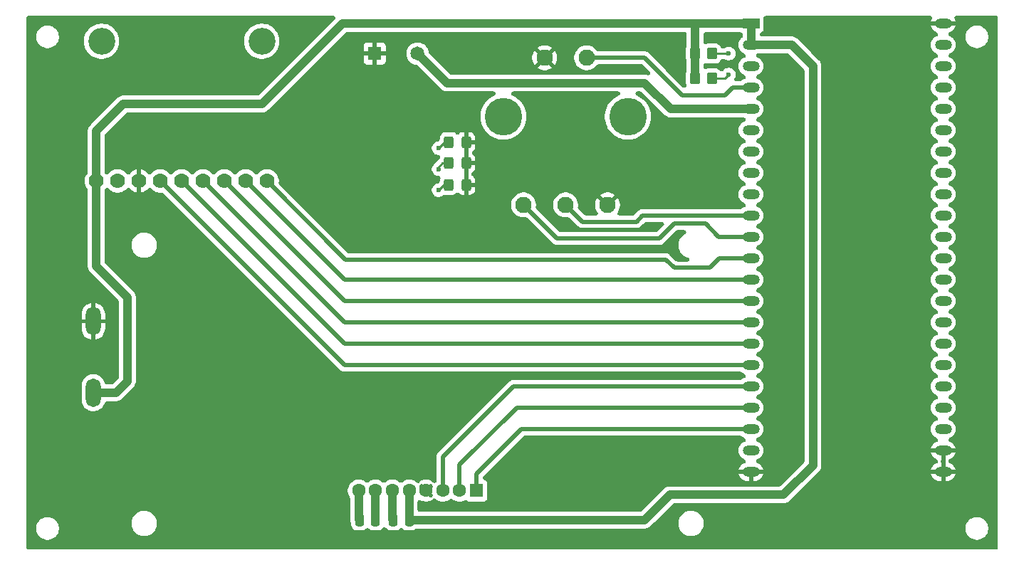
<source format=gbr>
%TF.GenerationSoftware,KiCad,Pcbnew,9.0.0*%
%TF.CreationDate,2025-04-12T21:06:23-04:00*%
%TF.ProjectId,phoenix_v1,70686f65-6e69-4785-9f76-312e6b696361,v2*%
%TF.SameCoordinates,Original*%
%TF.FileFunction,Copper,L1,Top*%
%TF.FilePolarity,Positive*%
%FSLAX46Y46*%
G04 Gerber Fmt 4.6, Leading zero omitted, Abs format (unit mm)*
G04 Created by KiCad (PCBNEW 9.0.0) date 2025-04-12 21:06:23*
%MOMM*%
%LPD*%
G01*
G04 APERTURE LIST*
G04 Aperture macros list*
%AMRoundRect*
0 Rectangle with rounded corners*
0 $1 Rounding radius*
0 $2 $3 $4 $5 $6 $7 $8 $9 X,Y pos of 4 corners*
0 Add a 4 corners polygon primitive as box body*
4,1,4,$2,$3,$4,$5,$6,$7,$8,$9,$2,$3,0*
0 Add four circle primitives for the rounded corners*
1,1,$1+$1,$2,$3*
1,1,$1+$1,$4,$5*
1,1,$1+$1,$6,$7*
1,1,$1+$1,$8,$9*
0 Add four rect primitives between the rounded corners*
20,1,$1+$1,$2,$3,$4,$5,0*
20,1,$1+$1,$4,$5,$6,$7,0*
20,1,$1+$1,$6,$7,$8,$9,0*
20,1,$1+$1,$8,$9,$2,$3,0*%
G04 Aperture macros list end*
%TA.AperFunction,SMDPad,CuDef*%
%ADD10RoundRect,0.250000X0.325000X0.450000X-0.325000X0.450000X-0.325000X-0.450000X0.325000X-0.450000X0*%
%TD*%
%TA.AperFunction,ComponentPad*%
%ADD11C,1.778000*%
%TD*%
%TA.AperFunction,ComponentPad*%
%ADD12C,3.200000*%
%TD*%
%TA.AperFunction,ComponentPad*%
%ADD13R,1.650000X1.650000*%
%TD*%
%TA.AperFunction,ComponentPad*%
%ADD14C,1.650000*%
%TD*%
%TA.AperFunction,SMDPad,CuDef*%
%ADD15RoundRect,0.250000X0.250000X0.475000X-0.250000X0.475000X-0.250000X-0.475000X0.250000X-0.475000X0*%
%TD*%
%TA.AperFunction,SMDPad,CuDef*%
%ADD16RoundRect,0.250000X-0.350000X-0.450000X0.350000X-0.450000X0.350000X0.450000X-0.350000X0.450000X0*%
%TD*%
%TA.AperFunction,ComponentPad*%
%ADD17R,1.600000X1.600000*%
%TD*%
%TA.AperFunction,ComponentPad*%
%ADD18C,1.600000*%
%TD*%
%TA.AperFunction,ComponentPad*%
%ADD19O,1.800000X3.400000*%
%TD*%
%TA.AperFunction,ComponentPad*%
%ADD20R,2.000000X1.200000*%
%TD*%
%TA.AperFunction,ComponentPad*%
%ADD21O,2.000000X1.200000*%
%TD*%
%TA.AperFunction,ComponentPad*%
%ADD22C,1.950000*%
%TD*%
%TA.AperFunction,ComponentPad*%
%ADD23C,4.460000*%
%TD*%
%TA.AperFunction,ViaPad*%
%ADD24C,0.600000*%
%TD*%
%TA.AperFunction,Conductor*%
%ADD25C,0.250000*%
%TD*%
%TA.AperFunction,Conductor*%
%ADD26C,1.000000*%
%TD*%
%TA.AperFunction,Conductor*%
%ADD27C,0.200000*%
%TD*%
%TA.AperFunction,Conductor*%
%ADD28C,0.500000*%
%TD*%
G04 APERTURE END LIST*
D10*
%TO.P,D3,2,A*%
%TO.N,Net-(D3-A)*%
X129225000Y-79120000D03*
%TO.P,D3,1,K*%
%TO.N,GND*%
X131275000Y-79120000D03*
%TD*%
%TO.P,D2,2,A*%
%TO.N,Net-(D2-A)*%
X129225000Y-76540000D03*
%TO.P,D2,1,K*%
%TO.N,GND*%
X131275000Y-76540000D03*
%TD*%
%TO.P,D1,2,A*%
%TO.N,Net-(D1-A)*%
X129225000Y-74040000D03*
%TO.P,D1,1,K*%
%TO.N,GND*%
X131275000Y-74040000D03*
%TD*%
D11*
%TO.P,J2,1,Pin_1*%
%TO.N,/MAX_DRDY*%
X107610000Y-78668000D03*
%TO.P,J2,2,Pin_2*%
%TO.N,/MAX_FAULT*%
X105070000Y-78668000D03*
%TO.P,J2,3,Pin_3*%
%TO.N,/MAX_CS*%
X102530000Y-78668000D03*
%TO.P,J2,4,Pin_4*%
%TO.N,/MAX_SDI*%
X99990000Y-78668000D03*
%TO.P,J2,5,Pin_5*%
%TO.N,/MAX_SDO*%
X97450000Y-78668000D03*
%TO.P,J2,6,Pin_6*%
%TO.N,/MAX_SCK*%
X94910000Y-78668000D03*
%TO.P,J2,7,Pin_7*%
%TO.N,GND*%
X92370000Y-78668000D03*
%TO.P,J2,8,Pin_8*%
%TO.N,/MAX_3.3VOUT*%
X89830000Y-78668000D03*
%TO.P,J2,9,Pin_9*%
%TO.N,+3.3V*%
X87290000Y-78668000D03*
D12*
%TO.P,J2,P$1*%
%TO.N,N/C*%
X87925000Y-62031000D03*
X106975000Y-62031000D03*
%TD*%
D13*
%TO.P,J1,1,Pin_1*%
%TO.N,GND*%
X120420000Y-63500000D03*
D14*
%TO.P,J1,2,Pin_2*%
%TO.N,/SSR_PWM*%
X125500000Y-63500000D03*
%TD*%
D15*
%TO.P,C1,1*%
%TO.N,+3.3V*%
X124500000Y-119000000D03*
%TO.P,C1,2*%
%TO.N,Net-(U2-VOUT)*%
X122600000Y-119000000D03*
%TD*%
%TO.P,C2,1*%
%TO.N,Net-(U2-C1+)*%
X120500000Y-119000000D03*
%TO.P,C2,2*%
%TO.N,Net-(U2-C1-)*%
X118600000Y-119000000D03*
%TD*%
D16*
%TO.P,R5,1*%
%TO.N,+3.3V*%
X158500000Y-66450000D03*
%TO.P,R5,2*%
%TO.N,/SDA*%
X160500000Y-66450000D03*
%TD*%
%TO.P,R4,1*%
%TO.N,+3.3V*%
X158500000Y-63500000D03*
%TO.P,R4,2*%
%TO.N,/SCL*%
X160500000Y-63500000D03*
%TD*%
D17*
%TO.P,U2,1,~{RST}*%
%TO.N,/DISPLAY_RST*%
X132500000Y-115500000D03*
D18*
%TO.P,U2,2,SCL*%
%TO.N,/SCL*%
X130500000Y-115500000D03*
%TO.P,U2,3,SDA*%
%TO.N,/SDA*%
X128500000Y-115500000D03*
%TO.P,U2,4,VSS*%
%TO.N,GND*%
X126500000Y-115500000D03*
%TO.P,U2,5,VDD*%
%TO.N,+3.3V*%
X124500000Y-115500000D03*
%TO.P,U2,6,VOUT*%
%TO.N,Net-(U2-VOUT)*%
X122500000Y-115500000D03*
%TO.P,U2,7,C1+*%
%TO.N,Net-(U2-C1+)*%
X120500000Y-115500000D03*
%TO.P,U2,8,C1-*%
%TO.N,Net-(U2-C1-)*%
X118500000Y-115500000D03*
D19*
%TO.P,U2,9,A*%
%TO.N,+3.3V*%
X86950000Y-103850000D03*
%TO.P,U2,10,K*%
%TO.N,GND*%
X86950000Y-95350000D03*
%TD*%
D20*
%TO.P,U1,1,3V3*%
%TO.N,+3.3V*%
X165140000Y-59920000D03*
D21*
%TO.P,U1,2,3V3*%
X165140000Y-62460000D03*
%TO.P,U1,3,CHIP_PU*%
%TO.N,unconnected-(U1-CHIP_PU-Pad3)*%
X165140000Y-65000000D03*
%TO.P,U1,4,GPIO4/ADC1_CH3*%
%TO.N,/ENC_SW*%
X165140000Y-67540000D03*
%TO.P,U1,5,GPIO5/ADC1_CH4*%
%TO.N,/SSR_PWM*%
X165140000Y-70080000D03*
%TO.P,U1,6,GPIO6/ADC1_CH5*%
%TO.N,unconnected-(U1-GPIO6{slash}ADC1_CH5-Pad6)*%
X165140000Y-72620000D03*
%TO.P,U1,7,GPIO7/ADC1_CH6*%
%TO.N,/LED_1*%
X165140000Y-75160000D03*
%TO.P,U1,8,GPIO15/ADC2_CH4/32K_P*%
%TO.N,/LED_2*%
X165140000Y-77700000D03*
%TO.P,U1,9,GPIO16/ADC2_CH5/32K_N*%
%TO.N,/LED_3*%
X165140000Y-80240000D03*
%TO.P,U1,10,GPIO17/ADC2_CH6*%
%TO.N,/ENC_B*%
X165140000Y-82780000D03*
%TO.P,U1,11,GPIO18/ADC2_CH7*%
%TO.N,/ENC_A*%
X165140000Y-85320000D03*
%TO.P,U1,12,GPIO8/ADC1_CH7*%
%TO.N,/MAX_DRDY*%
X165140000Y-87860000D03*
%TO.P,U1,13,GPIO3/ADC1_CH2*%
%TO.N,/MAX_FAULT*%
X165140000Y-90400000D03*
%TO.P,U1,14,GPIO46*%
%TO.N,/MAX_CS*%
X165140000Y-92940000D03*
%TO.P,U1,15,GPIO9/ADC1_CH8*%
%TO.N,/MAX_SDI*%
X165140000Y-95480000D03*
%TO.P,U1,16,GPIO10/ADC1_CH9*%
%TO.N,/MAX_SDO*%
X165140000Y-98020000D03*
%TO.P,U1,17,GPIO11/ADC2_CH0*%
%TO.N,/MAX_SCK*%
X165140000Y-100560000D03*
%TO.P,U1,18,GPIO12/ADC2_CH1*%
%TO.N,/SDA*%
X165140000Y-103100000D03*
%TO.P,U1,19,GPIO13/ADC2_CH2*%
%TO.N,/SCL*%
X165140000Y-105640000D03*
%TO.P,U1,20,GPIO14/ADC2_CH3*%
%TO.N,/DISPLAY_RST*%
X165136320Y-108177280D03*
%TO.P,U1,21,5V*%
%TO.N,+5V*%
X165136320Y-110717280D03*
%TO.P,U1,22,GND*%
%TO.N,GND*%
X165136320Y-113257280D03*
%TO.P,U1,23,GND*%
X188000000Y-113260000D03*
%TO.P,U1,24,GND*%
X188000000Y-110720000D03*
%TO.P,U1,25,GPIO19/USB_D-*%
%TO.N,unconnected-(U1-GPIO19{slash}USB_D--Pad25)*%
X188000000Y-108180000D03*
%TO.P,U1,26,GPIO20/USB_D+*%
%TO.N,unconnected-(U1-GPIO20{slash}USB_D+-Pad26)*%
X188000000Y-105640000D03*
%TO.P,U1,27,GPIO21*%
%TO.N,unconnected-(U1-GPIO21-Pad27)*%
X188000000Y-103100000D03*
%TO.P,U1,28,GPIO47*%
%TO.N,unconnected-(U1-GPIO47-Pad28)*%
X188000000Y-100560000D03*
%TO.P,U1,29,GPIO48*%
%TO.N,unconnected-(U1-GPIO48-Pad29)*%
X188000000Y-98020000D03*
%TO.P,U1,30,GPIO45*%
%TO.N,unconnected-(U1-GPIO45-Pad30)*%
X188000000Y-95480000D03*
%TO.P,U1,31,GPIO0*%
%TO.N,unconnected-(U1-GPIO0-Pad31)*%
X188000000Y-92940000D03*
%TO.P,U1,32,GPIO35*%
%TO.N,unconnected-(U1-GPIO35-Pad32)*%
X188000000Y-90400000D03*
%TO.P,U1,33,GPIO36*%
%TO.N,unconnected-(U1-GPIO36-Pad33)*%
X188000000Y-87860000D03*
%TO.P,U1,34,GPIO37*%
%TO.N,unconnected-(U1-GPIO37-Pad34)*%
X188000000Y-85320000D03*
%TO.P,U1,35,GPIO38*%
%TO.N,unconnected-(U1-GPIO38-Pad35)*%
X188000000Y-82780000D03*
%TO.P,U1,36,GPIO39/MTCK*%
%TO.N,unconnected-(U1-GPIO39{slash}MTCK-Pad36)*%
X188000000Y-80240000D03*
%TO.P,U1,37,GPIO40/MTDO*%
%TO.N,unconnected-(U1-GPIO40{slash}MTDO-Pad37)*%
X188000000Y-77700000D03*
%TO.P,U1,38,GPIO41/MTDI*%
%TO.N,unconnected-(U1-GPIO41{slash}MTDI-Pad38)*%
X188000000Y-75160000D03*
%TO.P,U1,39,GPIO42/MTMS*%
%TO.N,unconnected-(U1-GPIO42{slash}MTMS-Pad39)*%
X188000000Y-72620000D03*
%TO.P,U1,40,GPIO2/ADC1_CH1*%
%TO.N,unconnected-(U1-GPIO2{slash}ADC1_CH1-Pad40)*%
X188000000Y-70080000D03*
%TO.P,U1,41,GPIO1/ADC1_CH0*%
%TO.N,unconnected-(U1-GPIO1{slash}ADC1_CH0-Pad41)*%
X188000000Y-67540000D03*
%TO.P,U1,42,GPIO44/U0RXD*%
%TO.N,unconnected-(U1-GPIO44{slash}U0RXD-Pad42)*%
X188000000Y-65000000D03*
%TO.P,U1,43,GPIO43/U0TXD*%
%TO.N,unconnected-(U1-GPIO43{slash}U0TXD-Pad43)*%
X188000000Y-62460000D03*
%TO.P,U1,44,GND*%
%TO.N,GND*%
X188000000Y-59920000D03*
%TD*%
D22*
%TO.P,SW1,A,A*%
%TO.N,/ENC_A*%
X138100000Y-81500000D03*
%TO.P,SW1,B,B*%
%TO.N,/ENC_B*%
X143100000Y-81500000D03*
%TO.P,SW1,C,C*%
%TO.N,GND*%
X148100000Y-81500000D03*
D23*
%TO.P,SW1,MH1*%
%TO.N,N/C*%
X135700000Y-71000000D03*
%TO.P,SW1,MH2*%
X150500000Y-71000000D03*
D22*
%TO.P,SW1,S1,S1*%
%TO.N,GND*%
X140600000Y-64000000D03*
%TO.P,SW1,S2,S2*%
%TO.N,/ENC_SW*%
X145600000Y-64000000D03*
%TD*%
D24*
%TO.N,GND*%
X79750000Y-64500000D03*
X79750000Y-82750000D03*
X80000000Y-73000000D03*
X79750000Y-88750000D03*
X79750000Y-98750000D03*
X80000000Y-105750000D03*
X80000000Y-111500000D03*
X80000000Y-116250000D03*
X193500000Y-116500000D03*
X193500000Y-111000000D03*
X193500000Y-103250000D03*
X193750000Y-95750000D03*
X193500000Y-88000000D03*
X193500000Y-80250000D03*
X193500000Y-72750000D03*
X193500000Y-65000000D03*
%TO.N,Net-(D1-A)*%
X128000000Y-74750000D03*
%TO.N,Net-(D3-A)*%
X128000000Y-79750000D03*
%TO.N,Net-(D2-A)*%
X128000000Y-77250000D03*
%TO.N,GND*%
X95000000Y-81250000D03*
X95000000Y-76500000D03*
X106500000Y-76500000D03*
X100500000Y-76500000D03*
X85750000Y-89750000D03*
X85250000Y-99750000D03*
X89250000Y-93250000D03*
X89000000Y-101750000D03*
X85500000Y-60000000D03*
X85500000Y-72000000D03*
X85500000Y-76250000D03*
X85500000Y-80750000D03*
X89000000Y-81750000D03*
X92750000Y-97500000D03*
X89250000Y-87750000D03*
X90500000Y-105500000D03*
X93000000Y-103250000D03*
X92750000Y-91750000D03*
X152500000Y-121000000D03*
X185500000Y-60000000D03*
X179500000Y-60000000D03*
X170500000Y-93000000D03*
X91000000Y-73000000D03*
X98500000Y-85000000D03*
X96500000Y-67500000D03*
X140500000Y-117000000D03*
X132000000Y-121000000D03*
X132000000Y-72500000D03*
X162500000Y-110500000D03*
X170500000Y-60000000D03*
X85500000Y-121500000D03*
X172000000Y-60000000D03*
X182500000Y-60000000D03*
X122500000Y-120500000D03*
X170500000Y-103000000D03*
X176000000Y-77500000D03*
X176000000Y-87500000D03*
X96000000Y-112500000D03*
X169024610Y-59973958D03*
X141500000Y-121000000D03*
X186500000Y-121500000D03*
X116500000Y-102000000D03*
X176000000Y-98000000D03*
X170500000Y-72500000D03*
X126500000Y-113000000D03*
X176500000Y-60000000D03*
X152000000Y-65500000D03*
X135000000Y-65000000D03*
X188500000Y-119500000D03*
X164500000Y-121500000D03*
X87000000Y-121500000D03*
X128000000Y-86500000D03*
X147500000Y-86500000D03*
X178000000Y-60000000D03*
X175000000Y-60000000D03*
X125500000Y-66500000D03*
X136500000Y-121000000D03*
X97000000Y-71500000D03*
X176000000Y-82500000D03*
X87500000Y-69500000D03*
X117500000Y-86000000D03*
X85500000Y-110500000D03*
X134500000Y-114000000D03*
X120500000Y-120500000D03*
X118500000Y-120500000D03*
X102000000Y-121500000D03*
X129500000Y-65000000D03*
X138500000Y-110000000D03*
X108500000Y-95500000D03*
X116000000Y-119000000D03*
X176000000Y-121500000D03*
X132000000Y-69000000D03*
X128000000Y-121000000D03*
X117500000Y-62500000D03*
X112500000Y-67000000D03*
X124500000Y-120500000D03*
X85500000Y-120000000D03*
X170500000Y-98000000D03*
X91000000Y-61000000D03*
X169500000Y-64500000D03*
X170500000Y-87500000D03*
X184000000Y-60000000D03*
X114500000Y-75000000D03*
X128000000Y-102500000D03*
X107500000Y-71500000D03*
X85500000Y-86000000D03*
X158500000Y-114000000D03*
X170500000Y-111500000D03*
X113500000Y-60000000D03*
X176000000Y-62500000D03*
X188500000Y-121500000D03*
X146000000Y-117000000D03*
X170500000Y-77500000D03*
X151500000Y-117000000D03*
X173000000Y-62500000D03*
X128000000Y-68500000D03*
X86500000Y-65000000D03*
X170500000Y-108000000D03*
X103500000Y-90000000D03*
X111500000Y-80000000D03*
X135500000Y-117000000D03*
X181000000Y-60000000D03*
X147000000Y-121000000D03*
X176000000Y-108000000D03*
X147000000Y-110000000D03*
X176000000Y-67500000D03*
X118500000Y-113000000D03*
X106000000Y-67500000D03*
X176000000Y-72500000D03*
X176000000Y-113500000D03*
X170500000Y-82500000D03*
X128500000Y-64000000D03*
X176000000Y-103000000D03*
X155500000Y-110000000D03*
X134500000Y-102500000D03*
X173500000Y-60000000D03*
X129000000Y-107500000D03*
X162500000Y-61500000D03*
X104500000Y-105000000D03*
X110000000Y-63500000D03*
X155000000Y-86500000D03*
X157000000Y-61500000D03*
X168000000Y-114000000D03*
X167500000Y-60000000D03*
X138500000Y-86500000D03*
X176000000Y-93000000D03*
X170500000Y-67500000D03*
%TO.N,/SCL*%
X162500000Y-63500000D03*
%TO.N,/SDA*%
X162500000Y-66000000D03*
%TD*%
D25*
%TO.N,Net-(D1-A)*%
X129225000Y-74040000D02*
X128710000Y-74040000D01*
X128710000Y-74040000D02*
X128000000Y-74750000D01*
%TO.N,Net-(D3-A)*%
X129225000Y-79120000D02*
X128630000Y-79120000D01*
X128630000Y-79120000D02*
X128000000Y-79750000D01*
%TO.N,Net-(D2-A)*%
X128460000Y-76540000D02*
X129225000Y-76540000D01*
X128000000Y-77250000D02*
X128000000Y-77000000D01*
X128000000Y-77000000D02*
X128460000Y-76540000D01*
D26*
%TO.N,+3.3V*%
X87290000Y-88790000D02*
X87290000Y-78668000D01*
X169000000Y-116000000D02*
X172500000Y-112500000D01*
X91000000Y-92500000D02*
X87290000Y-88790000D01*
X107000000Y-69500000D02*
X90500000Y-69500000D01*
X87290000Y-72710000D02*
X87290000Y-78668000D01*
X152500000Y-119000000D02*
X155500000Y-116000000D01*
X162000000Y-59920000D02*
X158500000Y-59920000D01*
X169960000Y-62460000D02*
X165140000Y-62460000D01*
X172500000Y-65000000D02*
X169960000Y-62460000D01*
X124500000Y-119000000D02*
X152500000Y-119000000D01*
X158500000Y-63500000D02*
X158500000Y-66450000D01*
X158500000Y-59920000D02*
X116580000Y-59920000D01*
X158500000Y-63500000D02*
X158500000Y-59920000D01*
X90500000Y-69500000D02*
X87290000Y-72710000D01*
X155500000Y-116000000D02*
X169000000Y-116000000D01*
X124500000Y-115500000D02*
X124500000Y-119000000D01*
X89650000Y-103850000D02*
X91000000Y-102500000D01*
X172500000Y-112500000D02*
X172500000Y-65000000D01*
X116580000Y-59920000D02*
X107000000Y-69500000D01*
X91000000Y-102500000D02*
X91000000Y-92500000D01*
X86950000Y-103850000D02*
X89650000Y-103850000D01*
X162000000Y-59920000D02*
X165140000Y-59920000D01*
X165140000Y-59920000D02*
X165140000Y-62460000D01*
%TO.N,/SSR_PWM*%
X125500000Y-63500000D02*
X129000000Y-67000000D01*
X129000000Y-67000000D02*
X152500000Y-67000000D01*
X152500000Y-67000000D02*
X155580000Y-70080000D01*
X155580000Y-70080000D02*
X165140000Y-70080000D01*
%TO.N,Net-(U2-VOUT)*%
X122500000Y-115500000D02*
X122500000Y-118900000D01*
D27*
X122600000Y-115600000D02*
X122500000Y-115500000D01*
D26*
X122500000Y-118900000D02*
X122600000Y-119000000D01*
%TO.N,Net-(U2-C1+)*%
X120500000Y-115500000D02*
X120500000Y-119000000D01*
D27*
%TO.N,Net-(U2-C1-)*%
X118600000Y-115600000D02*
X118500000Y-115500000D01*
D26*
X118500000Y-115500000D02*
X118500000Y-118900000D01*
X118500000Y-118900000D02*
X118600000Y-119000000D01*
D25*
%TO.N,/SCL*%
X160500000Y-63500000D02*
X162500000Y-63500000D01*
D28*
X137299761Y-105640000D02*
X130500000Y-112439761D01*
X165140000Y-105640000D02*
X137299761Y-105640000D01*
X130500000Y-112439761D02*
X130500000Y-115500000D01*
%TO.N,/SDA*%
X128500000Y-111500000D02*
X128500000Y-115500000D01*
D25*
X160500000Y-66450000D02*
X162050000Y-66450000D01*
D28*
X165140000Y-103100000D02*
X136900000Y-103100000D01*
D25*
X162050000Y-66450000D02*
X162500000Y-66000000D01*
D28*
X136900000Y-103100000D02*
X128500000Y-111500000D01*
%TO.N,/ENC_B*%
X151500000Y-83500000D02*
X145100000Y-83500000D01*
X152220000Y-82780000D02*
X151500000Y-83500000D01*
X165140000Y-82780000D02*
X152220000Y-82780000D01*
X145100000Y-83500000D02*
X143100000Y-81500000D01*
%TO.N,/ENC_A*%
X161320000Y-85320000D02*
X165140000Y-85320000D01*
X156000000Y-83750000D02*
X159750000Y-83750000D01*
X154250000Y-85500000D02*
X156000000Y-83750000D01*
X159750000Y-83750000D02*
X161320000Y-85320000D01*
X138100000Y-81500000D02*
X142100000Y-85500000D01*
X142100000Y-85500000D02*
X154250000Y-85500000D01*
%TO.N,/ENC_SW*%
X152500000Y-64000000D02*
X157000000Y-68500000D01*
X162960000Y-67540000D02*
X165140000Y-67540000D01*
X145600000Y-64000000D02*
X152500000Y-64000000D01*
X162000000Y-68500000D02*
X162960000Y-67540000D01*
X157000000Y-68500000D02*
X162000000Y-68500000D01*
%TO.N,/MAX_SDO*%
X97450000Y-78668000D02*
X116802000Y-98020000D01*
X116802000Y-98020000D02*
X165140000Y-98020000D01*
%TO.N,/MAX_SCK*%
X116802000Y-100560000D02*
X165140000Y-100560000D01*
X94910000Y-78668000D02*
X116802000Y-100560000D01*
%TO.N,/MAX_DRDY*%
X107610000Y-78668000D02*
X116942000Y-88000000D01*
X156000000Y-89000000D02*
X160250000Y-89000000D01*
X155000000Y-88000000D02*
X156000000Y-89000000D01*
X161390000Y-87860000D02*
X165140000Y-87860000D01*
X160250000Y-89000000D02*
X161390000Y-87860000D01*
X116942000Y-88000000D02*
X155000000Y-88000000D01*
%TO.N,/MAX_SDI*%
X99990000Y-78668000D02*
X116802000Y-95480000D01*
X116802000Y-95480000D02*
X165140000Y-95480000D01*
%TO.N,/MAX_CS*%
X116802000Y-92940000D02*
X165140000Y-92940000D01*
X102530000Y-78668000D02*
X116802000Y-92940000D01*
%TO.N,/MAX_FAULT*%
X116802000Y-90400000D02*
X165140000Y-90400000D01*
X105070000Y-78668000D02*
X116802000Y-90400000D01*
%TO.N,/DISPLAY_RST*%
X165136320Y-108177280D02*
X137822720Y-108177280D01*
X132500000Y-113500000D02*
X132500000Y-115500000D01*
X137822720Y-108177280D02*
X132500000Y-113500000D01*
%TD*%
%TA.AperFunction,Conductor*%
%TO.N,GND*%
G36*
X115578727Y-59019454D02*
G01*
X115659509Y-59073430D01*
X115713485Y-59154212D01*
X115732439Y-59249500D01*
X115713485Y-59344788D01*
X115659509Y-59425570D01*
X106658510Y-68426570D01*
X106577728Y-68480546D01*
X106482440Y-68499500D01*
X90610849Y-68499500D01*
X90610829Y-68499499D01*
X90598541Y-68499499D01*
X90401460Y-68499499D01*
X90401455Y-68499499D01*
X90208168Y-68537946D01*
X90208165Y-68537947D01*
X90026090Y-68613365D01*
X90026085Y-68613368D01*
X89862222Y-68722857D01*
X89862219Y-68722860D01*
X86652220Y-71932859D01*
X86652218Y-71932861D01*
X86652217Y-71932860D01*
X86512862Y-72072216D01*
X86512860Y-72072219D01*
X86403369Y-72236084D01*
X86403365Y-72236091D01*
X86327949Y-72418164D01*
X86327947Y-72418169D01*
X86289500Y-72611454D01*
X86289500Y-77601447D01*
X86270546Y-77696735D01*
X86235217Y-77754390D01*
X86235899Y-77754886D01*
X86230149Y-77762799D01*
X86230148Y-77762801D01*
X86173219Y-77841158D01*
X86101592Y-77939744D01*
X86101588Y-77939751D01*
X86002304Y-78134606D01*
X86002295Y-78134627D01*
X85934716Y-78342618D01*
X85934711Y-78342637D01*
X85900501Y-78558633D01*
X85900500Y-78558641D01*
X85900500Y-78558644D01*
X85900500Y-78777356D01*
X85900500Y-78777359D01*
X85900501Y-78777366D01*
X85934711Y-78993362D01*
X85934716Y-78993381D01*
X85990996Y-79166598D01*
X86002299Y-79201383D01*
X86002303Y-79201391D01*
X86002304Y-79201393D01*
X86088632Y-79370821D01*
X86101593Y-79396257D01*
X86230145Y-79573195D01*
X86235899Y-79581114D01*
X86234886Y-79581849D01*
X86277312Y-79657605D01*
X86289500Y-79734552D01*
X86289500Y-88888545D01*
X86327947Y-89081830D01*
X86327949Y-89081835D01*
X86403365Y-89263908D01*
X86403366Y-89263911D01*
X86403368Y-89263914D01*
X86440404Y-89319342D01*
X86481015Y-89380122D01*
X86512861Y-89427782D01*
X86652218Y-89567139D01*
X86652220Y-89567140D01*
X89926570Y-92841490D01*
X89980546Y-92922272D01*
X89999500Y-93017560D01*
X89999500Y-101982440D01*
X89980546Y-102077728D01*
X89926570Y-102158509D01*
X89308511Y-102776569D01*
X89227729Y-102830546D01*
X89132441Y-102849500D01*
X88538336Y-102849500D01*
X88443048Y-102830546D01*
X88362266Y-102776570D01*
X88308290Y-102695788D01*
X88301523Y-102677445D01*
X88247897Y-102512400D01*
X88247890Y-102512383D01*
X88147820Y-102315986D01*
X88147816Y-102315981D01*
X88147815Y-102315978D01*
X88018242Y-102137635D01*
X87862365Y-101981758D01*
X87684022Y-101852185D01*
X87684019Y-101852183D01*
X87684013Y-101852179D01*
X87487616Y-101752109D01*
X87487609Y-101752106D01*
X87487606Y-101752105D01*
X87277951Y-101683985D01*
X87277945Y-101683984D01*
X87277938Y-101683982D01*
X87060232Y-101649501D01*
X87060225Y-101649500D01*
X87060222Y-101649500D01*
X86839778Y-101649500D01*
X86839775Y-101649500D01*
X86839767Y-101649501D01*
X86622061Y-101683982D01*
X86622054Y-101683984D01*
X86622052Y-101683984D01*
X86622049Y-101683985D01*
X86412394Y-101752105D01*
X86412392Y-101752105D01*
X86412392Y-101752106D01*
X86412383Y-101752109D01*
X86215986Y-101852179D01*
X86215979Y-101852184D01*
X86037633Y-101981759D01*
X85881759Y-102137633D01*
X85752184Y-102315979D01*
X85752179Y-102315986D01*
X85652109Y-102512383D01*
X85652105Y-102512392D01*
X85652105Y-102512394D01*
X85583985Y-102722049D01*
X85583984Y-102722052D01*
X85583984Y-102722054D01*
X85583982Y-102722061D01*
X85549501Y-102939767D01*
X85549500Y-102939782D01*
X85549500Y-104760217D01*
X85549501Y-104760232D01*
X85583982Y-104977938D01*
X85583984Y-104977945D01*
X85583985Y-104977951D01*
X85652105Y-105187606D01*
X85652106Y-105187607D01*
X85652109Y-105187616D01*
X85752179Y-105384013D01*
X85752183Y-105384019D01*
X85752185Y-105384022D01*
X85881758Y-105562365D01*
X86037635Y-105718242D01*
X86215978Y-105847815D01*
X86215981Y-105847816D01*
X86215986Y-105847820D01*
X86412383Y-105947890D01*
X86412386Y-105947891D01*
X86412394Y-105947895D01*
X86622049Y-106016015D01*
X86622060Y-106016016D01*
X86622061Y-106016017D01*
X86682640Y-106025611D01*
X86839778Y-106050500D01*
X86839782Y-106050500D01*
X87060218Y-106050500D01*
X87060222Y-106050500D01*
X87277951Y-106016015D01*
X87487606Y-105947895D01*
X87487616Y-105947890D01*
X87684013Y-105847820D01*
X87684015Y-105847818D01*
X87684022Y-105847815D01*
X87862365Y-105718242D01*
X88018242Y-105562365D01*
X88147815Y-105384022D01*
X88148692Y-105382302D01*
X88247890Y-105187616D01*
X88247894Y-105187607D01*
X88247895Y-105187606D01*
X88266970Y-105128897D01*
X88301523Y-105022555D01*
X88348995Y-104937788D01*
X88425292Y-104877640D01*
X88518799Y-104851268D01*
X88538336Y-104850500D01*
X89748539Y-104850500D01*
X89748540Y-104850500D01*
X89748541Y-104850500D01*
X89845188Y-104831275D01*
X89941836Y-104812051D01*
X89995165Y-104789961D01*
X90123914Y-104736632D01*
X90287782Y-104627139D01*
X90427139Y-104487782D01*
X90427139Y-104487780D01*
X90447639Y-104467281D01*
X90447640Y-104467278D01*
X91777139Y-103137782D01*
X91886632Y-102973914D01*
X91962051Y-102791835D01*
X91968749Y-102758165D01*
X92000500Y-102598540D01*
X92000500Y-102401460D01*
X92000500Y-92401459D01*
X91965016Y-92223072D01*
X91962051Y-92208164D01*
X91930811Y-92132745D01*
X91886632Y-92026086D01*
X91777139Y-91862218D01*
X91746634Y-91831713D01*
X91637782Y-91722860D01*
X91637782Y-91722861D01*
X88363430Y-88448509D01*
X88309454Y-88367727D01*
X88290500Y-88272439D01*
X88290500Y-86181912D01*
X91499500Y-86181912D01*
X91499500Y-86418087D01*
X91499501Y-86418103D01*
X91536446Y-86651364D01*
X91536447Y-86651368D01*
X91553238Y-86703045D01*
X91597778Y-86840127D01*
X91609432Y-86875992D01*
X91683104Y-87020581D01*
X91716659Y-87086437D01*
X91855478Y-87277504D01*
X91855480Y-87277506D01*
X91855483Y-87277510D01*
X92022490Y-87444517D01*
X92022493Y-87444519D01*
X92022495Y-87444521D01*
X92213562Y-87583340D01*
X92213564Y-87583341D01*
X92213567Y-87583343D01*
X92424008Y-87690568D01*
X92648632Y-87763553D01*
X92881908Y-87800500D01*
X92881912Y-87800500D01*
X93118088Y-87800500D01*
X93118092Y-87800500D01*
X93351368Y-87763553D01*
X93575992Y-87690568D01*
X93786433Y-87583343D01*
X93977510Y-87444517D01*
X94144517Y-87277510D01*
X94283343Y-87086433D01*
X94390568Y-86875992D01*
X94463553Y-86651368D01*
X94500500Y-86418092D01*
X94500500Y-86181908D01*
X94463553Y-85948632D01*
X94390568Y-85724008D01*
X94283343Y-85513567D01*
X94283341Y-85513564D01*
X94283340Y-85513562D01*
X94144521Y-85322495D01*
X94144519Y-85322493D01*
X94144517Y-85322490D01*
X93977510Y-85155483D01*
X93977506Y-85155480D01*
X93977504Y-85155478D01*
X93786437Y-85016659D01*
X93772747Y-85009683D01*
X93575992Y-84909432D01*
X93575989Y-84909431D01*
X93575987Y-84909430D01*
X93451079Y-84868845D01*
X93351368Y-84836447D01*
X93351366Y-84836446D01*
X93351364Y-84836446D01*
X93118103Y-84799501D01*
X93118094Y-84799500D01*
X93118092Y-84799500D01*
X92881908Y-84799500D01*
X92881905Y-84799500D01*
X92881896Y-84799501D01*
X92648635Y-84836446D01*
X92424012Y-84909430D01*
X92213562Y-85016659D01*
X92022495Y-85155478D01*
X91855478Y-85322495D01*
X91716659Y-85513562D01*
X91609430Y-85724012D01*
X91536446Y-85948635D01*
X91499501Y-86181896D01*
X91499500Y-86181912D01*
X88290500Y-86181912D01*
X88290500Y-79734552D01*
X88296744Y-79703160D01*
X88298690Y-79671217D01*
X88305802Y-79657622D01*
X88309454Y-79639264D01*
X88341257Y-79583884D01*
X88347876Y-79575174D01*
X88349852Y-79573199D01*
X88360141Y-79559036D01*
X88361757Y-79556911D01*
X88396151Y-79526466D01*
X88429897Y-79495272D01*
X88432461Y-79494326D01*
X88434506Y-79492516D01*
X88477935Y-79477549D01*
X88521047Y-79461645D01*
X88523776Y-79461752D01*
X88526360Y-79460862D01*
X88572219Y-79463655D01*
X88618127Y-79465459D01*
X88620608Y-79466602D01*
X88623335Y-79466769D01*
X88664630Y-79486896D01*
X88706358Y-79506133D01*
X88708508Y-79508283D01*
X88710668Y-79509336D01*
X88719201Y-79518976D01*
X88761444Y-79561219D01*
X88770148Y-79573199D01*
X88924801Y-79727852D01*
X89101743Y-79856407D01*
X89296617Y-79955701D01*
X89504625Y-80023286D01*
X89504636Y-80023287D01*
X89504637Y-80023288D01*
X89515453Y-80025001D01*
X89720644Y-80057500D01*
X89720648Y-80057500D01*
X89939352Y-80057500D01*
X89939356Y-80057500D01*
X90155375Y-80023286D01*
X90363383Y-79955701D01*
X90558257Y-79856407D01*
X90735199Y-79727852D01*
X90889852Y-79573199D01*
X90898863Y-79560795D01*
X90970203Y-79494848D01*
X91061352Y-79461219D01*
X91158432Y-79465032D01*
X91246664Y-79505705D01*
X91301753Y-79560793D01*
X91310526Y-79572868D01*
X91465130Y-79727472D01*
X91642005Y-79855979D01*
X91836798Y-79955231D01*
X91836816Y-79955239D01*
X92044733Y-80022795D01*
X92120000Y-80034716D01*
X92120000Y-79101012D01*
X92177007Y-79133925D01*
X92304174Y-79168000D01*
X92435826Y-79168000D01*
X92562993Y-79133925D01*
X92620000Y-79101012D01*
X92620000Y-80034716D01*
X92695266Y-80022795D01*
X92903183Y-79955239D01*
X92903201Y-79955231D01*
X93097994Y-79855979D01*
X93274869Y-79727472D01*
X93429472Y-79572869D01*
X93438241Y-79560800D01*
X93509583Y-79494849D01*
X93600732Y-79461220D01*
X93697812Y-79465031D01*
X93786043Y-79505704D01*
X93841133Y-79560792D01*
X93850144Y-79573195D01*
X93850148Y-79573199D01*
X94004801Y-79727852D01*
X94181743Y-79856407D01*
X94376617Y-79955701D01*
X94584625Y-80023286D01*
X94584636Y-80023287D01*
X94584637Y-80023288D01*
X94595453Y-80025001D01*
X94800644Y-80057500D01*
X94800648Y-80057500D01*
X95019352Y-80057500D01*
X95019356Y-80057500D01*
X95082909Y-80047434D01*
X95179985Y-80051247D01*
X95268216Y-80091921D01*
X95297930Y-80117298D01*
X116323584Y-101142951D01*
X116446505Y-101225084D01*
X116583087Y-101281658D01*
X116728080Y-101310499D01*
X116728081Y-101310500D01*
X116728082Y-101310500D01*
X116875917Y-101310500D01*
X163831019Y-101310500D01*
X163926307Y-101329454D01*
X164007085Y-101383427D01*
X164023072Y-101399414D01*
X164023075Y-101399416D01*
X164023077Y-101399418D01*
X164163207Y-101501229D01*
X164163209Y-101501230D01*
X164163212Y-101501232D01*
X164317555Y-101579873D01*
X164336846Y-101586141D01*
X164358530Y-101593187D01*
X164443298Y-101640659D01*
X164503446Y-101716957D01*
X164529817Y-101810464D01*
X164518398Y-101906945D01*
X164470926Y-101991713D01*
X164394628Y-102051861D01*
X164358530Y-102066813D01*
X164317562Y-102080124D01*
X164317556Y-102080126D01*
X164163207Y-102158770D01*
X164023077Y-102260581D01*
X164023072Y-102260585D01*
X164023072Y-102260586D01*
X164007085Y-102276572D01*
X163926307Y-102330546D01*
X163831019Y-102349500D01*
X136826079Y-102349500D01*
X136681088Y-102378341D01*
X136544507Y-102434915D01*
X136544502Y-102434917D01*
X136495271Y-102467811D01*
X136495270Y-102467813D01*
X136458427Y-102492430D01*
X136421582Y-102517049D01*
X127917049Y-111021582D01*
X127867812Y-111095272D01*
X127834917Y-111144502D01*
X127834915Y-111144507D01*
X127778341Y-111281088D01*
X127749500Y-111426079D01*
X127749500Y-114310891D01*
X127748377Y-114316531D01*
X127749242Y-114322216D01*
X127738939Y-114363982D01*
X127730546Y-114406179D01*
X127727351Y-114410960D01*
X127725974Y-114416544D01*
X127713638Y-114431483D01*
X127676570Y-114486961D01*
X127668379Y-114494787D01*
X127658106Y-114504164D01*
X127652781Y-114508034D01*
X127641385Y-114519429D01*
X127637183Y-114523266D01*
X127600353Y-114545520D01*
X127564584Y-114569419D01*
X127558948Y-114570539D01*
X127554030Y-114573512D01*
X127511492Y-114579977D01*
X127469295Y-114588370D01*
X127463658Y-114587248D01*
X127457979Y-114588112D01*
X127416212Y-114577809D01*
X127374008Y-114569413D01*
X127369230Y-114566220D01*
X127363651Y-114564844D01*
X127328997Y-114539335D01*
X127293228Y-114515433D01*
X127290036Y-114510655D01*
X127285408Y-114507249D01*
X127263153Y-114470419D01*
X127239255Y-114434650D01*
X127237964Y-114429274D01*
X127181350Y-114388140D01*
X126999025Y-114295242D01*
X126999019Y-114295240D01*
X126804413Y-114232009D01*
X126602323Y-114200001D01*
X126602308Y-114200000D01*
X126397692Y-114200000D01*
X126397676Y-114200001D01*
X126195586Y-114232009D01*
X126000980Y-114295240D01*
X126000974Y-114295242D01*
X125818647Y-114388142D01*
X125758318Y-114431973D01*
X125752552Y-114452417D01*
X125692403Y-114528713D01*
X125607635Y-114576184D01*
X125511153Y-114587601D01*
X125417646Y-114561227D01*
X125354624Y-114515439D01*
X125347220Y-114508035D01*
X125346138Y-114507249D01*
X125181610Y-114387713D01*
X125181609Y-114387712D01*
X125181607Y-114387711D01*
X124999224Y-114294782D01*
X124999214Y-114294778D01*
X124804531Y-114231522D01*
X124602361Y-114199500D01*
X124602352Y-114199500D01*
X124397648Y-114199500D01*
X124397638Y-114199500D01*
X124195468Y-114231522D01*
X124000785Y-114294778D01*
X124000775Y-114294782D01*
X123818392Y-114387711D01*
X123758145Y-114431483D01*
X123652781Y-114508034D01*
X123652779Y-114508035D01*
X123646358Y-114512701D01*
X123558127Y-114553375D01*
X123461047Y-114557189D01*
X123369897Y-114523562D01*
X123353642Y-114512701D01*
X123347220Y-114508035D01*
X123347219Y-114508034D01*
X123181610Y-114387713D01*
X123181609Y-114387712D01*
X123181607Y-114387711D01*
X122999224Y-114294782D01*
X122999214Y-114294778D01*
X122804531Y-114231522D01*
X122602361Y-114199500D01*
X122602352Y-114199500D01*
X122397648Y-114199500D01*
X122397638Y-114199500D01*
X122195468Y-114231522D01*
X122000785Y-114294778D01*
X122000775Y-114294782D01*
X121818392Y-114387711D01*
X121758145Y-114431483D01*
X121652781Y-114508034D01*
X121652779Y-114508035D01*
X121646358Y-114512701D01*
X121558127Y-114553375D01*
X121461047Y-114557189D01*
X121369897Y-114523562D01*
X121353642Y-114512701D01*
X121347220Y-114508035D01*
X121347219Y-114508034D01*
X121181610Y-114387713D01*
X121181609Y-114387712D01*
X121181607Y-114387711D01*
X120999224Y-114294782D01*
X120999214Y-114294778D01*
X120804531Y-114231522D01*
X120602361Y-114199500D01*
X120602352Y-114199500D01*
X120397648Y-114199500D01*
X120397638Y-114199500D01*
X120195468Y-114231522D01*
X120000785Y-114294778D01*
X120000775Y-114294782D01*
X119818392Y-114387711D01*
X119758145Y-114431483D01*
X119652781Y-114508034D01*
X119652779Y-114508035D01*
X119646358Y-114512701D01*
X119558127Y-114553375D01*
X119461047Y-114557189D01*
X119369897Y-114523562D01*
X119353642Y-114512701D01*
X119347220Y-114508035D01*
X119347219Y-114508034D01*
X119181610Y-114387713D01*
X119181609Y-114387712D01*
X119181607Y-114387711D01*
X118999224Y-114294782D01*
X118999214Y-114294778D01*
X118804531Y-114231522D01*
X118602361Y-114199500D01*
X118602352Y-114199500D01*
X118397648Y-114199500D01*
X118397638Y-114199500D01*
X118195468Y-114231522D01*
X118000785Y-114294778D01*
X118000775Y-114294782D01*
X117818392Y-114387711D01*
X117652779Y-114508035D01*
X117508035Y-114652779D01*
X117387711Y-114818392D01*
X117294782Y-115000775D01*
X117294778Y-115000785D01*
X117231522Y-115195468D01*
X117199500Y-115397638D01*
X117199500Y-115602361D01*
X117231522Y-115804531D01*
X117285330Y-115970137D01*
X117294780Y-115999219D01*
X117295178Y-116000000D01*
X117387715Y-116181614D01*
X117451944Y-116270016D01*
X117492620Y-116358247D01*
X117499500Y-116416376D01*
X117499500Y-118998545D01*
X117537948Y-119191832D01*
X117537949Y-119191837D01*
X117580547Y-119294679D01*
X117599500Y-119389963D01*
X117599500Y-119525005D01*
X117610001Y-119627800D01*
X117665185Y-119794332D01*
X117751896Y-119934915D01*
X117757288Y-119943656D01*
X117881344Y-120067712D01*
X118030666Y-120159814D01*
X118030669Y-120159815D01*
X118030667Y-120159815D01*
X118194310Y-120214040D01*
X118197203Y-120214999D01*
X118299991Y-120225500D01*
X118900008Y-120225499D01*
X119002797Y-120214999D01*
X119169334Y-120159814D01*
X119318656Y-120067712D01*
X119373933Y-120012434D01*
X119454712Y-119958461D01*
X119550000Y-119939507D01*
X119645288Y-119958461D01*
X119726066Y-120012434D01*
X119781344Y-120067712D01*
X119930666Y-120159814D01*
X119930669Y-120159815D01*
X119930667Y-120159815D01*
X120094310Y-120214040D01*
X120097203Y-120214999D01*
X120199991Y-120225500D01*
X120800008Y-120225499D01*
X120902797Y-120214999D01*
X121069334Y-120159814D01*
X121218656Y-120067712D01*
X121342712Y-119943656D01*
X121342716Y-119943650D01*
X121351708Y-119932279D01*
X121353978Y-119934073D01*
X121404209Y-119880041D01*
X121492553Y-119839614D01*
X121589644Y-119836073D01*
X121680699Y-119869956D01*
X121747993Y-119932515D01*
X121748292Y-119932279D01*
X121749825Y-119934218D01*
X121751856Y-119936106D01*
X121754791Y-119940499D01*
X121757283Y-119943650D01*
X121757286Y-119943653D01*
X121757288Y-119943656D01*
X121881344Y-120067712D01*
X122030666Y-120159814D01*
X122030669Y-120159815D01*
X122030667Y-120159815D01*
X122194310Y-120214040D01*
X122197203Y-120214999D01*
X122299991Y-120225500D01*
X122900008Y-120225499D01*
X123002797Y-120214999D01*
X123169334Y-120159814D01*
X123318656Y-120067712D01*
X123373933Y-120012434D01*
X123454712Y-119958461D01*
X123550000Y-119939507D01*
X123645288Y-119958461D01*
X123726066Y-120012434D01*
X123781344Y-120067712D01*
X123930666Y-120159814D01*
X123930669Y-120159815D01*
X123930667Y-120159815D01*
X124094310Y-120214040D01*
X124097203Y-120214999D01*
X124199991Y-120225500D01*
X124800008Y-120225499D01*
X124902797Y-120214999D01*
X125069334Y-120159814D01*
X125218656Y-120067712D01*
X125218658Y-120067710D01*
X125230031Y-120058718D01*
X125231733Y-120060870D01*
X125293719Y-120019454D01*
X125389007Y-120000500D01*
X152598541Y-120000500D01*
X152721750Y-119975992D01*
X152791836Y-119962051D01*
X152845165Y-119939961D01*
X152973914Y-119886632D01*
X153137782Y-119777139D01*
X153277139Y-119637782D01*
X153277140Y-119637779D01*
X153633007Y-119281912D01*
X156499500Y-119281912D01*
X156499500Y-119518087D01*
X156499501Y-119518103D01*
X156536446Y-119751364D01*
X156603735Y-119958461D01*
X156609432Y-119975992D01*
X156656165Y-120067710D01*
X156716659Y-120186437D01*
X156855478Y-120377504D01*
X156855480Y-120377506D01*
X156855483Y-120377510D01*
X157022490Y-120544517D01*
X157022493Y-120544519D01*
X157022495Y-120544521D01*
X157213562Y-120683340D01*
X157213564Y-120683341D01*
X157213567Y-120683343D01*
X157424008Y-120790568D01*
X157648632Y-120863553D01*
X157881908Y-120900500D01*
X157881912Y-120900500D01*
X158118088Y-120900500D01*
X158118092Y-120900500D01*
X158351368Y-120863553D01*
X158575992Y-120790568D01*
X158786433Y-120683343D01*
X158977510Y-120544517D01*
X159144517Y-120377510D01*
X159283343Y-120186433D01*
X159390568Y-119975992D01*
X159417305Y-119893703D01*
X190649500Y-119893703D01*
X190649500Y-120106296D01*
X190682753Y-120316240D01*
X190682754Y-120316243D01*
X190748443Y-120518412D01*
X190844949Y-120707816D01*
X190969896Y-120879792D01*
X191120208Y-121030104D01*
X191292184Y-121155051D01*
X191481588Y-121251557D01*
X191683757Y-121317246D01*
X191757601Y-121328941D01*
X191893703Y-121350499D01*
X191893710Y-121350499D01*
X191893713Y-121350500D01*
X191893716Y-121350500D01*
X192106284Y-121350500D01*
X192106287Y-121350500D01*
X192106290Y-121350499D01*
X192106296Y-121350499D01*
X192205476Y-121334789D01*
X192316243Y-121317246D01*
X192518412Y-121251557D01*
X192707816Y-121155051D01*
X192879792Y-121030104D01*
X193030104Y-120879792D01*
X193155051Y-120707816D01*
X193251557Y-120518412D01*
X193317246Y-120316243D01*
X193350500Y-120106287D01*
X193350500Y-119893713D01*
X193350499Y-119893710D01*
X193350499Y-119893703D01*
X193317246Y-119683759D01*
X193317246Y-119683757D01*
X193251557Y-119481588D01*
X193155051Y-119292184D01*
X193030104Y-119120208D01*
X192879792Y-118969896D01*
X192707816Y-118844949D01*
X192518412Y-118748443D01*
X192518409Y-118748442D01*
X192518407Y-118748441D01*
X192316240Y-118682753D01*
X192106296Y-118649500D01*
X192106287Y-118649500D01*
X191893713Y-118649500D01*
X191893703Y-118649500D01*
X191683759Y-118682753D01*
X191481592Y-118748441D01*
X191292182Y-118844950D01*
X191120206Y-118969897D01*
X190969897Y-119120206D01*
X190844950Y-119292182D01*
X190748441Y-119481592D01*
X190682753Y-119683759D01*
X190649500Y-119893703D01*
X159417305Y-119893703D01*
X159463553Y-119751368D01*
X159500500Y-119518092D01*
X159500500Y-119281908D01*
X159463553Y-119048632D01*
X159390568Y-118824008D01*
X159283343Y-118613567D01*
X159283341Y-118613564D01*
X159283340Y-118613562D01*
X159144521Y-118422495D01*
X159144519Y-118422493D01*
X159144517Y-118422490D01*
X158977510Y-118255483D01*
X158977506Y-118255480D01*
X158977504Y-118255478D01*
X158786437Y-118116659D01*
X158772747Y-118109683D01*
X158575992Y-118009432D01*
X158575989Y-118009431D01*
X158575987Y-118009430D01*
X158451079Y-117968845D01*
X158351368Y-117936447D01*
X158351366Y-117936446D01*
X158351364Y-117936446D01*
X158118103Y-117899501D01*
X158118094Y-117899500D01*
X158118092Y-117899500D01*
X157881908Y-117899500D01*
X157881905Y-117899500D01*
X157881896Y-117899501D01*
X157648635Y-117936446D01*
X157424012Y-118009430D01*
X157213562Y-118116659D01*
X157022495Y-118255478D01*
X156855478Y-118422495D01*
X156716659Y-118613562D01*
X156609430Y-118824012D01*
X156536446Y-119048635D01*
X156499501Y-119281896D01*
X156499500Y-119281912D01*
X153633007Y-119281912D01*
X155841491Y-117073430D01*
X155922273Y-117019454D01*
X156017561Y-117000500D01*
X169098539Y-117000500D01*
X169098540Y-117000500D01*
X169098541Y-117000500D01*
X169195188Y-116981275D01*
X169291836Y-116962051D01*
X169345165Y-116939961D01*
X169473914Y-116886632D01*
X169637782Y-116777139D01*
X169777139Y-116637782D01*
X169777140Y-116637779D01*
X173277139Y-113137782D01*
X173299147Y-113104845D01*
X173386632Y-112973914D01*
X173430811Y-112867255D01*
X173462051Y-112791836D01*
X173500500Y-112598541D01*
X173500500Y-112401460D01*
X173500500Y-64901459D01*
X173490889Y-64853141D01*
X173485391Y-64825498D01*
X173485391Y-64825497D01*
X173470472Y-64750500D01*
X173462051Y-64708164D01*
X173406252Y-64573453D01*
X173386632Y-64526086D01*
X173277139Y-64362218D01*
X173215420Y-64300499D01*
X173137782Y-64222860D01*
X173137782Y-64222861D01*
X173137781Y-64222860D01*
X172304729Y-63389808D01*
X170737140Y-61822220D01*
X170737139Y-61822218D01*
X170597782Y-61682861D01*
X170433914Y-61573368D01*
X170433912Y-61573367D01*
X170316588Y-61524770D01*
X170316585Y-61524769D01*
X170302097Y-61518768D01*
X170251836Y-61497949D01*
X170138047Y-61475315D01*
X170129430Y-61473601D01*
X170129423Y-61473599D01*
X170058546Y-61459500D01*
X170058541Y-61459500D01*
X166433410Y-61459500D01*
X166338122Y-61440546D01*
X166257340Y-61386570D01*
X166203364Y-61305788D01*
X166184410Y-61210500D01*
X166203364Y-61115212D01*
X166257340Y-61034430D01*
X166338122Y-60980454D01*
X166346382Y-60977203D01*
X166382331Y-60963796D01*
X166497546Y-60877546D01*
X166583796Y-60762331D01*
X166634091Y-60627483D01*
X166640500Y-60567873D01*
X166640499Y-59272128D01*
X166640498Y-59272122D01*
X166640142Y-59265476D01*
X166641884Y-59265382D01*
X166649594Y-59179325D01*
X166694634Y-59093241D01*
X166769189Y-59030946D01*
X166861908Y-59001924D01*
X166888501Y-59000500D01*
X186427619Y-59000500D01*
X186522907Y-59019454D01*
X186603689Y-59073430D01*
X186657665Y-59154212D01*
X186676619Y-59249500D01*
X186657665Y-59344788D01*
X186649480Y-59362544D01*
X186580588Y-59497751D01*
X186527085Y-59662415D01*
X186525884Y-59670000D01*
X187684314Y-59670000D01*
X187679920Y-59674394D01*
X187627259Y-59765606D01*
X187600000Y-59867339D01*
X187600000Y-59972661D01*
X187627259Y-60074394D01*
X187679920Y-60165606D01*
X187684314Y-60170000D01*
X186525885Y-60170000D01*
X186527085Y-60177584D01*
X186580588Y-60342248D01*
X186580592Y-60342258D01*
X186659191Y-60496516D01*
X186659195Y-60496523D01*
X186760968Y-60636603D01*
X186883396Y-60759031D01*
X187023476Y-60860804D01*
X187023483Y-60860808D01*
X187177741Y-60939407D01*
X187177751Y-60939411D01*
X187219338Y-60952924D01*
X187304105Y-61000396D01*
X187364253Y-61076693D01*
X187390625Y-61170200D01*
X187379206Y-61266682D01*
X187331734Y-61351449D01*
X187255437Y-61411597D01*
X187219340Y-61426549D01*
X187177567Y-61440122D01*
X187177556Y-61440126D01*
X187023207Y-61518770D01*
X186883077Y-61620581D01*
X186760581Y-61743077D01*
X186658770Y-61883207D01*
X186580126Y-62037556D01*
X186580124Y-62037562D01*
X186526597Y-62202302D01*
X186499501Y-62373378D01*
X186499500Y-62373393D01*
X186499500Y-62546606D01*
X186499501Y-62546621D01*
X186525003Y-62707630D01*
X186526598Y-62717701D01*
X186533206Y-62738039D01*
X186580124Y-62882437D01*
X186580126Y-62882443D01*
X186658770Y-63036792D01*
X186760581Y-63176922D01*
X186760583Y-63176924D01*
X186760586Y-63176928D01*
X186883072Y-63299414D01*
X186883075Y-63299416D01*
X186883077Y-63299418D01*
X187023207Y-63401229D01*
X187023209Y-63401230D01*
X187023212Y-63401232D01*
X187177555Y-63479873D01*
X187196846Y-63486141D01*
X187218530Y-63493187D01*
X187303298Y-63540659D01*
X187363446Y-63616957D01*
X187389817Y-63710464D01*
X187378398Y-63806945D01*
X187330926Y-63891713D01*
X187254628Y-63951861D01*
X187218530Y-63966813D01*
X187177562Y-63980124D01*
X187177556Y-63980126D01*
X187023207Y-64058770D01*
X186883077Y-64160581D01*
X186760581Y-64283077D01*
X186658770Y-64423207D01*
X186580126Y-64577556D01*
X186580124Y-64577562D01*
X186526597Y-64742302D01*
X186499501Y-64913378D01*
X186499500Y-64913393D01*
X186499500Y-65086606D01*
X186499501Y-65086621D01*
X186526597Y-65257697D01*
X186526598Y-65257701D01*
X186527843Y-65261533D01*
X186580124Y-65422437D01*
X186580126Y-65422443D01*
X186658770Y-65576792D01*
X186760581Y-65716922D01*
X186760583Y-65716924D01*
X186760586Y-65716928D01*
X186883072Y-65839414D01*
X186883075Y-65839416D01*
X186883077Y-65839418D01*
X187023207Y-65941229D01*
X187023209Y-65941230D01*
X187023212Y-65941232D01*
X187177555Y-66019873D01*
X187196846Y-66026141D01*
X187218530Y-66033187D01*
X187303298Y-66080659D01*
X187363446Y-66156957D01*
X187389817Y-66250464D01*
X187378398Y-66346945D01*
X187330926Y-66431713D01*
X187254628Y-66491861D01*
X187218530Y-66506813D01*
X187177562Y-66520124D01*
X187177556Y-66520126D01*
X187023207Y-66598770D01*
X186883077Y-66700581D01*
X186760581Y-66823077D01*
X186658770Y-66963207D01*
X186580126Y-67117556D01*
X186580124Y-67117562D01*
X186526597Y-67282302D01*
X186499501Y-67453378D01*
X186499500Y-67453393D01*
X186499500Y-67626606D01*
X186499501Y-67626621D01*
X186526597Y-67797697D01*
X186580124Y-67962437D01*
X186580126Y-67962443D01*
X186658770Y-68116792D01*
X186760581Y-68256922D01*
X186760583Y-68256924D01*
X186760586Y-68256928D01*
X186883072Y-68379414D01*
X186883075Y-68379416D01*
X186883077Y-68379418D01*
X187023207Y-68481229D01*
X187023209Y-68481230D01*
X187023212Y-68481232D01*
X187177555Y-68559873D01*
X187196846Y-68566141D01*
X187218530Y-68573187D01*
X187303298Y-68620659D01*
X187363446Y-68696957D01*
X187389817Y-68790464D01*
X187378398Y-68886945D01*
X187330926Y-68971713D01*
X187254628Y-69031861D01*
X187218530Y-69046813D01*
X187177562Y-69060124D01*
X187177556Y-69060126D01*
X187023207Y-69138770D01*
X186883077Y-69240581D01*
X186760581Y-69363077D01*
X186658770Y-69503207D01*
X186580126Y-69657556D01*
X186580124Y-69657562D01*
X186526597Y-69822302D01*
X186499501Y-69993378D01*
X186499500Y-69993393D01*
X186499500Y-70166606D01*
X186499501Y-70166621D01*
X186526597Y-70337697D01*
X186580124Y-70502437D01*
X186580126Y-70502443D01*
X186658770Y-70656792D01*
X186760581Y-70796922D01*
X186760583Y-70796924D01*
X186760586Y-70796928D01*
X186883072Y-70919414D01*
X186883075Y-70919416D01*
X186883077Y-70919418D01*
X187023207Y-71021229D01*
X187023209Y-71021230D01*
X187023212Y-71021232D01*
X187177555Y-71099873D01*
X187196846Y-71106141D01*
X187218530Y-71113187D01*
X187303298Y-71160659D01*
X187363446Y-71236957D01*
X187389817Y-71330464D01*
X187378398Y-71426945D01*
X187330926Y-71511713D01*
X187254628Y-71571861D01*
X187218530Y-71586813D01*
X187177562Y-71600124D01*
X187177556Y-71600126D01*
X187023207Y-71678770D01*
X186883077Y-71780581D01*
X186760581Y-71903077D01*
X186658770Y-72043207D01*
X186580126Y-72197556D01*
X186580124Y-72197562D01*
X186526597Y-72362302D01*
X186499501Y-72533378D01*
X186499500Y-72533393D01*
X186499500Y-72706606D01*
X186499501Y-72706621D01*
X186522289Y-72850495D01*
X186526598Y-72877701D01*
X186549503Y-72948195D01*
X186580124Y-73042437D01*
X186580126Y-73042443D01*
X186658770Y-73196792D01*
X186760581Y-73336922D01*
X186760583Y-73336924D01*
X186760586Y-73336928D01*
X186883072Y-73459414D01*
X186883075Y-73459416D01*
X186883077Y-73459418D01*
X187023207Y-73561229D01*
X187023209Y-73561230D01*
X187023212Y-73561232D01*
X187177555Y-73639873D01*
X187196846Y-73646141D01*
X187218530Y-73653187D01*
X187303298Y-73700659D01*
X187363446Y-73776957D01*
X187389817Y-73870464D01*
X187378398Y-73966945D01*
X187330926Y-74051713D01*
X187254628Y-74111861D01*
X187218530Y-74126813D01*
X187177562Y-74140124D01*
X187177556Y-74140126D01*
X187023207Y-74218770D01*
X186883077Y-74320581D01*
X186760581Y-74443077D01*
X186658770Y-74583207D01*
X186580126Y-74737556D01*
X186580124Y-74737562D01*
X186526597Y-74902302D01*
X186499501Y-75073378D01*
X186499500Y-75073393D01*
X186499500Y-75246606D01*
X186499501Y-75246621D01*
X186526597Y-75417697D01*
X186580124Y-75582437D01*
X186580126Y-75582443D01*
X186658770Y-75736792D01*
X186760581Y-75876922D01*
X186760583Y-75876924D01*
X186760586Y-75876928D01*
X186883072Y-75999414D01*
X186883075Y-75999416D01*
X186883077Y-75999418D01*
X187023207Y-76101229D01*
X187023209Y-76101230D01*
X187023212Y-76101232D01*
X187177555Y-76179873D01*
X187196846Y-76186141D01*
X187218530Y-76193187D01*
X187303298Y-76240659D01*
X187363446Y-76316957D01*
X187389817Y-76410464D01*
X187378398Y-76506945D01*
X187330926Y-76591713D01*
X187254628Y-76651861D01*
X187218530Y-76666813D01*
X187177562Y-76680124D01*
X187177556Y-76680126D01*
X187023207Y-76758770D01*
X186883077Y-76860581D01*
X186760581Y-76983077D01*
X186658770Y-77123207D01*
X186580126Y-77277556D01*
X186580124Y-77277562D01*
X186526597Y-77442302D01*
X186499501Y-77613378D01*
X186499500Y-77613393D01*
X186499500Y-77786606D01*
X186499501Y-77786621D01*
X186523754Y-77939744D01*
X186526598Y-77957701D01*
X186546755Y-78019736D01*
X186580124Y-78122437D01*
X186580126Y-78122443D01*
X186658770Y-78276792D01*
X186760581Y-78416922D01*
X186760583Y-78416924D01*
X186760586Y-78416928D01*
X186883072Y-78539414D01*
X186883075Y-78539416D01*
X186883077Y-78539418D01*
X187023207Y-78641229D01*
X187023209Y-78641230D01*
X187023212Y-78641232D01*
X187177555Y-78719873D01*
X187196846Y-78726141D01*
X187218530Y-78733187D01*
X187303298Y-78780659D01*
X187363446Y-78856957D01*
X187389817Y-78950464D01*
X187378398Y-79046945D01*
X187330926Y-79131713D01*
X187254628Y-79191861D01*
X187218530Y-79206813D01*
X187177562Y-79220124D01*
X187177556Y-79220126D01*
X187023207Y-79298770D01*
X186883077Y-79400581D01*
X186760581Y-79523077D01*
X186658770Y-79663207D01*
X186580126Y-79817556D01*
X186580124Y-79817562D01*
X186526597Y-79982302D01*
X186499501Y-80153378D01*
X186499500Y-80153393D01*
X186499500Y-80326606D01*
X186499501Y-80326621D01*
X186520531Y-80459396D01*
X186526598Y-80497701D01*
X186539944Y-80538776D01*
X186580124Y-80662437D01*
X186580126Y-80662443D01*
X186658770Y-80816792D01*
X186760581Y-80956922D01*
X186760583Y-80956924D01*
X186760586Y-80956928D01*
X186883072Y-81079414D01*
X186883075Y-81079416D01*
X186883077Y-81079418D01*
X187023207Y-81181229D01*
X187023209Y-81181230D01*
X187023212Y-81181232D01*
X187177555Y-81259873D01*
X187196846Y-81266141D01*
X187218530Y-81273187D01*
X187303298Y-81320659D01*
X187363446Y-81396957D01*
X187389817Y-81490464D01*
X187378398Y-81586945D01*
X187330926Y-81671713D01*
X187254628Y-81731861D01*
X187218530Y-81746813D01*
X187177562Y-81760124D01*
X187177556Y-81760126D01*
X187023207Y-81838770D01*
X186883077Y-81940581D01*
X186760581Y-82063077D01*
X186658770Y-82203207D01*
X186580126Y-82357556D01*
X186580124Y-82357562D01*
X186526597Y-82522302D01*
X186499501Y-82693378D01*
X186499500Y-82693393D01*
X186499500Y-82866606D01*
X186499501Y-82866621D01*
X186526597Y-83037697D01*
X186580124Y-83202437D01*
X186580126Y-83202443D01*
X186658770Y-83356792D01*
X186760581Y-83496922D01*
X186760583Y-83496924D01*
X186760586Y-83496928D01*
X186883072Y-83619414D01*
X186883075Y-83619416D01*
X186883077Y-83619418D01*
X187023207Y-83721229D01*
X187023209Y-83721230D01*
X187023212Y-83721232D01*
X187177555Y-83799873D01*
X187196846Y-83806141D01*
X187218530Y-83813187D01*
X187303298Y-83860659D01*
X187363446Y-83936957D01*
X187389817Y-84030464D01*
X187378398Y-84126945D01*
X187330926Y-84211713D01*
X187254628Y-84271861D01*
X187218530Y-84286813D01*
X187177562Y-84300124D01*
X187177556Y-84300126D01*
X187023207Y-84378770D01*
X186883077Y-84480581D01*
X186760581Y-84603077D01*
X186658770Y-84743207D01*
X186580126Y-84897556D01*
X186580124Y-84897562D01*
X186526597Y-85062302D01*
X186499501Y-85233378D01*
X186499500Y-85233393D01*
X186499500Y-85406606D01*
X186499501Y-85406621D01*
X186526597Y-85577697D01*
X186580124Y-85742437D01*
X186580126Y-85742443D01*
X186658770Y-85896792D01*
X186760581Y-86036922D01*
X186760583Y-86036924D01*
X186760586Y-86036928D01*
X186883072Y-86159414D01*
X186883075Y-86159416D01*
X186883077Y-86159418D01*
X187023207Y-86261229D01*
X187023209Y-86261230D01*
X187023212Y-86261232D01*
X187177555Y-86339873D01*
X187196846Y-86346141D01*
X187218530Y-86353187D01*
X187303298Y-86400659D01*
X187363446Y-86476957D01*
X187389817Y-86570464D01*
X187378398Y-86666945D01*
X187330926Y-86751713D01*
X187254628Y-86811861D01*
X187218530Y-86826813D01*
X187177562Y-86840124D01*
X187177556Y-86840126D01*
X187023207Y-86918770D01*
X186883077Y-87020581D01*
X186760581Y-87143077D01*
X186658770Y-87283207D01*
X186580126Y-87437556D01*
X186580124Y-87437562D01*
X186526597Y-87602302D01*
X186499501Y-87773378D01*
X186499500Y-87773393D01*
X186499500Y-87946606D01*
X186499501Y-87946621D01*
X186526597Y-88117697D01*
X186580124Y-88282437D01*
X186580126Y-88282443D01*
X186658770Y-88436792D01*
X186760581Y-88576922D01*
X186760583Y-88576924D01*
X186760586Y-88576928D01*
X186883072Y-88699414D01*
X186883075Y-88699416D01*
X186883077Y-88699418D01*
X187023207Y-88801229D01*
X187023209Y-88801230D01*
X187023212Y-88801232D01*
X187177555Y-88879873D01*
X187196846Y-88886141D01*
X187218530Y-88893187D01*
X187303298Y-88940659D01*
X187363446Y-89016957D01*
X187389817Y-89110464D01*
X187378398Y-89206945D01*
X187330926Y-89291713D01*
X187254628Y-89351861D01*
X187218530Y-89366813D01*
X187177562Y-89380124D01*
X187177556Y-89380126D01*
X187023207Y-89458770D01*
X186883077Y-89560581D01*
X186760581Y-89683077D01*
X186658770Y-89823207D01*
X186580126Y-89977556D01*
X186580124Y-89977562D01*
X186526597Y-90142302D01*
X186499501Y-90313378D01*
X186499500Y-90313393D01*
X186499500Y-90486606D01*
X186499501Y-90486621D01*
X186526597Y-90657697D01*
X186580124Y-90822437D01*
X186580126Y-90822443D01*
X186658770Y-90976792D01*
X186760581Y-91116922D01*
X186760583Y-91116924D01*
X186760586Y-91116928D01*
X186883072Y-91239414D01*
X186883075Y-91239416D01*
X186883077Y-91239418D01*
X187023207Y-91341229D01*
X187023209Y-91341230D01*
X187023212Y-91341232D01*
X187177555Y-91419873D01*
X187196846Y-91426141D01*
X187218530Y-91433187D01*
X187303298Y-91480659D01*
X187363446Y-91556957D01*
X187389817Y-91650464D01*
X187378398Y-91746945D01*
X187330926Y-91831713D01*
X187254628Y-91891861D01*
X187218530Y-91906813D01*
X187177562Y-91920124D01*
X187177556Y-91920126D01*
X187023207Y-91998770D01*
X186883077Y-92100581D01*
X186883072Y-92100585D01*
X186883072Y-92100586D01*
X186760586Y-92223072D01*
X186760583Y-92223076D01*
X186760582Y-92223076D01*
X186658770Y-92363207D01*
X186580126Y-92517556D01*
X186580124Y-92517562D01*
X186526597Y-92682302D01*
X186499501Y-92853378D01*
X186499500Y-92853393D01*
X186499500Y-93026606D01*
X186499501Y-93026621D01*
X186526597Y-93197697D01*
X186580124Y-93362437D01*
X186580126Y-93362443D01*
X186658770Y-93516792D01*
X186760581Y-93656922D01*
X186760583Y-93656924D01*
X186760586Y-93656928D01*
X186883072Y-93779414D01*
X186883075Y-93779416D01*
X186883077Y-93779418D01*
X187023207Y-93881229D01*
X187023209Y-93881230D01*
X187023212Y-93881232D01*
X187177555Y-93959873D01*
X187196846Y-93966141D01*
X187218530Y-93973187D01*
X187303298Y-94020659D01*
X187363446Y-94096957D01*
X187389817Y-94190464D01*
X187378398Y-94286945D01*
X187330926Y-94371713D01*
X187254628Y-94431861D01*
X187218530Y-94446813D01*
X187177562Y-94460124D01*
X187177556Y-94460126D01*
X187023207Y-94538770D01*
X186883077Y-94640581D01*
X186760581Y-94763077D01*
X186658770Y-94903207D01*
X186580126Y-95057556D01*
X186580124Y-95057562D01*
X186526597Y-95222302D01*
X186499501Y-95393378D01*
X186499500Y-95393393D01*
X186499500Y-95566606D01*
X186499501Y-95566621D01*
X186526597Y-95737697D01*
X186580124Y-95902437D01*
X186580126Y-95902443D01*
X186658770Y-96056792D01*
X186760581Y-96196922D01*
X186760583Y-96196924D01*
X186760586Y-96196928D01*
X186883072Y-96319414D01*
X186883075Y-96319416D01*
X186883077Y-96319418D01*
X187023207Y-96421229D01*
X187023209Y-96421230D01*
X187023212Y-96421232D01*
X187177555Y-96499873D01*
X187196846Y-96506141D01*
X187218530Y-96513187D01*
X187303298Y-96560659D01*
X187363446Y-96636957D01*
X187389817Y-96730464D01*
X187378398Y-96826945D01*
X187330926Y-96911713D01*
X187254628Y-96971861D01*
X187218530Y-96986813D01*
X187177562Y-97000124D01*
X187177556Y-97000126D01*
X187023207Y-97078770D01*
X186883077Y-97180581D01*
X186760581Y-97303077D01*
X186658770Y-97443207D01*
X186580126Y-97597556D01*
X186580124Y-97597562D01*
X186526597Y-97762302D01*
X186499501Y-97933378D01*
X186499500Y-97933393D01*
X186499500Y-98106606D01*
X186499501Y-98106621D01*
X186526597Y-98277697D01*
X186580124Y-98442437D01*
X186580126Y-98442443D01*
X186658770Y-98596792D01*
X186760581Y-98736922D01*
X186760583Y-98736924D01*
X186760586Y-98736928D01*
X186883072Y-98859414D01*
X186883075Y-98859416D01*
X186883077Y-98859418D01*
X187023207Y-98961229D01*
X187023209Y-98961230D01*
X187023212Y-98961232D01*
X187177555Y-99039873D01*
X187196846Y-99046141D01*
X187218530Y-99053187D01*
X187303298Y-99100659D01*
X187363446Y-99176957D01*
X187389817Y-99270464D01*
X187378398Y-99366945D01*
X187330926Y-99451713D01*
X187254628Y-99511861D01*
X187218530Y-99526813D01*
X187177562Y-99540124D01*
X187177556Y-99540126D01*
X187023207Y-99618770D01*
X186883077Y-99720581D01*
X186760581Y-99843077D01*
X186658770Y-99983207D01*
X186580126Y-100137556D01*
X186580124Y-100137562D01*
X186526597Y-100302302D01*
X186499501Y-100473378D01*
X186499500Y-100473393D01*
X186499500Y-100646606D01*
X186499501Y-100646621D01*
X186526597Y-100817697D01*
X186580124Y-100982437D01*
X186580126Y-100982443D01*
X186658770Y-101136792D01*
X186760581Y-101276922D01*
X186760583Y-101276924D01*
X186760586Y-101276928D01*
X186883072Y-101399414D01*
X186883075Y-101399416D01*
X186883077Y-101399418D01*
X187023207Y-101501229D01*
X187023209Y-101501230D01*
X187023212Y-101501232D01*
X187177555Y-101579873D01*
X187196846Y-101586141D01*
X187218530Y-101593187D01*
X187303298Y-101640659D01*
X187363446Y-101716957D01*
X187389817Y-101810464D01*
X187378398Y-101906945D01*
X187330926Y-101991713D01*
X187254628Y-102051861D01*
X187218530Y-102066813D01*
X187177562Y-102080124D01*
X187177556Y-102080126D01*
X187023207Y-102158770D01*
X186883077Y-102260581D01*
X186760581Y-102383077D01*
X186658770Y-102523207D01*
X186580126Y-102677556D01*
X186580124Y-102677562D01*
X186526597Y-102842302D01*
X186499501Y-103013378D01*
X186499500Y-103013393D01*
X186499500Y-103186606D01*
X186499501Y-103186621D01*
X186526597Y-103357697D01*
X186580124Y-103522437D01*
X186580126Y-103522443D01*
X186658770Y-103676792D01*
X186760581Y-103816922D01*
X186760583Y-103816924D01*
X186760586Y-103816928D01*
X186883072Y-103939414D01*
X186883075Y-103939416D01*
X186883077Y-103939418D01*
X187023207Y-104041229D01*
X187023209Y-104041230D01*
X187023212Y-104041232D01*
X187177555Y-104119873D01*
X187196846Y-104126141D01*
X187218530Y-104133187D01*
X187303298Y-104180659D01*
X187363446Y-104256957D01*
X187389817Y-104350464D01*
X187378398Y-104446945D01*
X187330926Y-104531713D01*
X187254628Y-104591861D01*
X187218530Y-104606813D01*
X187177562Y-104620124D01*
X187177556Y-104620126D01*
X187023207Y-104698770D01*
X186883077Y-104800581D01*
X186760581Y-104923077D01*
X186658770Y-105063207D01*
X186580126Y-105217556D01*
X186580124Y-105217562D01*
X186526597Y-105382302D01*
X186499501Y-105553378D01*
X186499500Y-105553393D01*
X186499500Y-105726606D01*
X186499501Y-105726621D01*
X186526597Y-105897697D01*
X186580124Y-106062437D01*
X186580126Y-106062443D01*
X186658770Y-106216792D01*
X186760581Y-106356922D01*
X186760583Y-106356924D01*
X186760586Y-106356928D01*
X186883072Y-106479414D01*
X186883075Y-106479416D01*
X186883077Y-106479418D01*
X187023207Y-106581229D01*
X187023209Y-106581230D01*
X187023212Y-106581232D01*
X187177555Y-106659873D01*
X187196846Y-106666141D01*
X187218530Y-106673187D01*
X187303298Y-106720659D01*
X187363446Y-106796957D01*
X187389817Y-106890464D01*
X187378398Y-106986945D01*
X187330926Y-107071713D01*
X187254628Y-107131861D01*
X187218530Y-107146813D01*
X187177562Y-107160124D01*
X187177556Y-107160126D01*
X187023207Y-107238770D01*
X186883077Y-107340581D01*
X186760581Y-107463077D01*
X186658770Y-107603207D01*
X186580126Y-107757556D01*
X186580124Y-107757562D01*
X186526597Y-107922302D01*
X186499501Y-108093378D01*
X186499500Y-108093393D01*
X186499500Y-108266606D01*
X186499501Y-108266621D01*
X186526597Y-108437697D01*
X186580124Y-108602437D01*
X186580126Y-108602443D01*
X186658770Y-108756792D01*
X186760581Y-108896922D01*
X186760583Y-108896924D01*
X186760586Y-108896928D01*
X186883072Y-109019414D01*
X186883075Y-109019416D01*
X186883077Y-109019418D01*
X187023207Y-109121229D01*
X187023209Y-109121230D01*
X187023212Y-109121232D01*
X187177555Y-109199873D01*
X187219338Y-109213449D01*
X187304104Y-109260919D01*
X187364253Y-109337216D01*
X187390625Y-109430723D01*
X187379207Y-109527205D01*
X187331736Y-109611973D01*
X187255439Y-109672122D01*
X187219342Y-109687074D01*
X187177750Y-109700588D01*
X187177741Y-109700592D01*
X187023483Y-109779191D01*
X187023476Y-109779195D01*
X186883396Y-109880968D01*
X186760968Y-110003396D01*
X186659195Y-110143476D01*
X186659191Y-110143483D01*
X186580592Y-110297741D01*
X186580588Y-110297751D01*
X186527085Y-110462415D01*
X186525884Y-110470000D01*
X187684314Y-110470000D01*
X187679920Y-110474394D01*
X187627259Y-110565606D01*
X187600000Y-110667339D01*
X187600000Y-110772661D01*
X187627259Y-110874394D01*
X187679920Y-110965606D01*
X187684314Y-110970000D01*
X186525885Y-110970000D01*
X186527085Y-110977584D01*
X186580588Y-111142248D01*
X186580592Y-111142258D01*
X186659191Y-111296516D01*
X186659195Y-111296523D01*
X186760968Y-111436603D01*
X186883396Y-111559031D01*
X187023476Y-111660804D01*
X187023483Y-111660808D01*
X187177741Y-111739407D01*
X187177751Y-111739411D01*
X187220147Y-111753187D01*
X187304915Y-111800659D01*
X187365063Y-111876956D01*
X187391434Y-111970464D01*
X187380015Y-112066945D01*
X187332543Y-112151713D01*
X187256246Y-112211861D01*
X187220147Y-112226813D01*
X187177751Y-112240588D01*
X187177741Y-112240592D01*
X187023483Y-112319191D01*
X187023476Y-112319195D01*
X186883396Y-112420968D01*
X186760968Y-112543396D01*
X186659195Y-112683476D01*
X186659191Y-112683483D01*
X186580592Y-112837741D01*
X186580588Y-112837751D01*
X186527085Y-113002415D01*
X186525884Y-113010000D01*
X187684314Y-113010000D01*
X187679920Y-113014394D01*
X187627259Y-113105606D01*
X187600000Y-113207339D01*
X187600000Y-113312661D01*
X187627259Y-113414394D01*
X187679920Y-113505606D01*
X187684314Y-113510000D01*
X186525885Y-113510000D01*
X186527085Y-113517584D01*
X186580588Y-113682248D01*
X186580592Y-113682258D01*
X186659191Y-113836516D01*
X186659195Y-113836523D01*
X186760968Y-113976603D01*
X186883396Y-114099031D01*
X187023476Y-114200804D01*
X187023483Y-114200808D01*
X187177741Y-114279407D01*
X187177754Y-114279413D01*
X187342416Y-114332914D01*
X187513418Y-114359999D01*
X187513431Y-114360000D01*
X187749999Y-114360000D01*
X187750000Y-114359999D01*
X187750000Y-113575686D01*
X187754394Y-113580080D01*
X187845606Y-113632741D01*
X187947339Y-113660000D01*
X188052661Y-113660000D01*
X188154394Y-113632741D01*
X188245606Y-113580080D01*
X188250000Y-113575686D01*
X188250000Y-114359999D01*
X188250001Y-114360000D01*
X188486569Y-114360000D01*
X188486581Y-114359999D01*
X188657583Y-114332914D01*
X188657584Y-114332914D01*
X188822245Y-114279413D01*
X188822258Y-114279407D01*
X188976516Y-114200808D01*
X188976523Y-114200804D01*
X189116603Y-114099031D01*
X189239031Y-113976603D01*
X189340804Y-113836523D01*
X189340808Y-113836516D01*
X189419407Y-113682258D01*
X189419411Y-113682248D01*
X189472914Y-113517584D01*
X189474115Y-113510000D01*
X188315686Y-113510000D01*
X188320080Y-113505606D01*
X188372741Y-113414394D01*
X188400000Y-113312661D01*
X188400000Y-113207339D01*
X188372741Y-113105606D01*
X188320080Y-113014394D01*
X188315686Y-113010000D01*
X189474115Y-113010000D01*
X189472914Y-113002415D01*
X189419411Y-112837751D01*
X189419407Y-112837741D01*
X189340808Y-112683483D01*
X189340804Y-112683476D01*
X189239031Y-112543396D01*
X189116603Y-112420968D01*
X188976523Y-112319195D01*
X188976516Y-112319191D01*
X188822258Y-112240592D01*
X188822245Y-112240586D01*
X188779853Y-112226813D01*
X188695085Y-112179342D01*
X188634937Y-112103045D01*
X188608565Y-112009538D01*
X188619984Y-111913056D01*
X188667455Y-111828288D01*
X188743752Y-111768140D01*
X188779853Y-111753187D01*
X188822245Y-111739413D01*
X188822258Y-111739407D01*
X188976516Y-111660808D01*
X188976523Y-111660804D01*
X189116603Y-111559031D01*
X189239031Y-111436603D01*
X189340804Y-111296523D01*
X189340808Y-111296516D01*
X189419407Y-111142258D01*
X189419411Y-111142248D01*
X189472914Y-110977584D01*
X189474115Y-110970000D01*
X188315686Y-110970000D01*
X188320080Y-110965606D01*
X188372741Y-110874394D01*
X188400000Y-110772661D01*
X188400000Y-110667339D01*
X188372741Y-110565606D01*
X188320080Y-110474394D01*
X188315686Y-110470000D01*
X189474115Y-110470000D01*
X189472914Y-110462415D01*
X189419411Y-110297751D01*
X189419407Y-110297741D01*
X189340808Y-110143483D01*
X189340804Y-110143476D01*
X189239031Y-110003396D01*
X189116603Y-109880968D01*
X188976523Y-109779195D01*
X188976516Y-109779191D01*
X188822258Y-109700592D01*
X188822246Y-109700587D01*
X188780658Y-109687074D01*
X188695892Y-109639601D01*
X188635744Y-109563303D01*
X188609373Y-109469796D01*
X188620794Y-109373314D01*
X188668267Y-109288548D01*
X188744565Y-109228400D01*
X188780657Y-109213450D01*
X188822445Y-109199873D01*
X188976788Y-109121232D01*
X189116928Y-109019414D01*
X189239414Y-108896928D01*
X189341232Y-108756788D01*
X189419873Y-108602445D01*
X189473402Y-108437701D01*
X189500500Y-108266611D01*
X189500500Y-108093389D01*
X189473402Y-107922299D01*
X189419873Y-107757555D01*
X189341232Y-107603212D01*
X189341230Y-107603209D01*
X189341229Y-107603207D01*
X189239418Y-107463077D01*
X189239416Y-107463075D01*
X189239414Y-107463072D01*
X189116928Y-107340586D01*
X189116924Y-107340583D01*
X189116922Y-107340581D01*
X188976792Y-107238770D01*
X188822443Y-107160126D01*
X188822434Y-107160122D01*
X188781470Y-107146813D01*
X188696702Y-107099342D01*
X188636554Y-107023045D01*
X188610182Y-106929538D01*
X188621601Y-106833056D01*
X188669072Y-106748288D01*
X188745369Y-106688140D01*
X188781470Y-106673187D01*
X188822434Y-106659877D01*
X188822437Y-106659875D01*
X188822445Y-106659873D01*
X188976788Y-106581232D01*
X189116928Y-106479414D01*
X189239414Y-106356928D01*
X189341232Y-106216788D01*
X189419873Y-106062445D01*
X189473402Y-105897701D01*
X189500500Y-105726611D01*
X189500500Y-105553389D01*
X189473402Y-105382299D01*
X189419873Y-105217555D01*
X189341232Y-105063212D01*
X189341230Y-105063209D01*
X189341229Y-105063207D01*
X189239418Y-104923077D01*
X189239416Y-104923075D01*
X189239414Y-104923072D01*
X189116928Y-104800586D01*
X189116924Y-104800583D01*
X189116922Y-104800581D01*
X188976792Y-104698770D01*
X188822443Y-104620126D01*
X188822434Y-104620122D01*
X188781470Y-104606813D01*
X188696702Y-104559342D01*
X188636554Y-104483045D01*
X188610182Y-104389538D01*
X188621601Y-104293056D01*
X188669072Y-104208288D01*
X188745369Y-104148140D01*
X188781470Y-104133187D01*
X188822434Y-104119877D01*
X188822437Y-104119875D01*
X188822445Y-104119873D01*
X188976788Y-104041232D01*
X189116928Y-103939414D01*
X189239414Y-103816928D01*
X189341232Y-103676788D01*
X189419873Y-103522445D01*
X189473402Y-103357701D01*
X189500500Y-103186611D01*
X189500500Y-103013389D01*
X189473402Y-102842299D01*
X189419873Y-102677555D01*
X189341232Y-102523212D01*
X189341230Y-102523209D01*
X189341229Y-102523207D01*
X189239418Y-102383077D01*
X189239416Y-102383075D01*
X189239414Y-102383072D01*
X189116928Y-102260586D01*
X189116924Y-102260583D01*
X189116922Y-102260581D01*
X188976792Y-102158770D01*
X188822443Y-102080126D01*
X188822434Y-102080122D01*
X188781470Y-102066813D01*
X188696702Y-102019342D01*
X188636554Y-101943045D01*
X188610182Y-101849538D01*
X188621601Y-101753056D01*
X188669072Y-101668288D01*
X188745369Y-101608140D01*
X188781470Y-101593187D01*
X188822434Y-101579877D01*
X188822437Y-101579875D01*
X188822445Y-101579873D01*
X188976788Y-101501232D01*
X189116928Y-101399414D01*
X189239414Y-101276928D01*
X189341232Y-101136788D01*
X189419873Y-100982445D01*
X189473402Y-100817701D01*
X189500500Y-100646611D01*
X189500500Y-100473389D01*
X189473402Y-100302299D01*
X189419873Y-100137555D01*
X189341232Y-99983212D01*
X189341230Y-99983209D01*
X189341229Y-99983207D01*
X189239418Y-99843077D01*
X189239416Y-99843075D01*
X189239414Y-99843072D01*
X189116928Y-99720586D01*
X189116924Y-99720583D01*
X189116922Y-99720581D01*
X188976792Y-99618770D01*
X188822443Y-99540126D01*
X188822434Y-99540122D01*
X188781470Y-99526813D01*
X188696702Y-99479342D01*
X188636554Y-99403045D01*
X188610182Y-99309538D01*
X188621601Y-99213056D01*
X188669072Y-99128288D01*
X188745369Y-99068140D01*
X188781470Y-99053187D01*
X188822434Y-99039877D01*
X188822437Y-99039875D01*
X188822445Y-99039873D01*
X188976788Y-98961232D01*
X189116928Y-98859414D01*
X189239414Y-98736928D01*
X189341232Y-98596788D01*
X189419873Y-98442445D01*
X189473402Y-98277701D01*
X189500500Y-98106611D01*
X189500500Y-97933389D01*
X189473402Y-97762299D01*
X189419873Y-97597555D01*
X189341232Y-97443212D01*
X189341230Y-97443209D01*
X189341229Y-97443207D01*
X189239418Y-97303077D01*
X189239416Y-97303075D01*
X189239414Y-97303072D01*
X189116928Y-97180586D01*
X189116924Y-97180583D01*
X189116922Y-97180581D01*
X188976792Y-97078770D01*
X188822443Y-97000126D01*
X188822434Y-97000122D01*
X188781470Y-96986813D01*
X188696702Y-96939342D01*
X188636554Y-96863045D01*
X188610182Y-96769538D01*
X188621601Y-96673056D01*
X188669072Y-96588288D01*
X188745369Y-96528140D01*
X188781470Y-96513187D01*
X188822434Y-96499877D01*
X188822437Y-96499875D01*
X188822445Y-96499873D01*
X188976788Y-96421232D01*
X189116928Y-96319414D01*
X189239414Y-96196928D01*
X189341232Y-96056788D01*
X189419873Y-95902445D01*
X189473402Y-95737701D01*
X189500500Y-95566611D01*
X189500500Y-95393389D01*
X189473402Y-95222299D01*
X189419873Y-95057555D01*
X189341232Y-94903212D01*
X189341230Y-94903209D01*
X189341229Y-94903207D01*
X189239418Y-94763077D01*
X189239416Y-94763075D01*
X189239414Y-94763072D01*
X189116928Y-94640586D01*
X189116924Y-94640583D01*
X189116922Y-94640581D01*
X188976792Y-94538770D01*
X188822443Y-94460126D01*
X188822434Y-94460122D01*
X188781470Y-94446813D01*
X188696702Y-94399342D01*
X188636554Y-94323045D01*
X188610182Y-94229538D01*
X188621601Y-94133056D01*
X188669072Y-94048288D01*
X188745369Y-93988140D01*
X188781470Y-93973187D01*
X188822434Y-93959877D01*
X188822437Y-93959875D01*
X188822445Y-93959873D01*
X188976788Y-93881232D01*
X189116928Y-93779414D01*
X189239414Y-93656928D01*
X189341232Y-93516788D01*
X189419873Y-93362445D01*
X189473402Y-93197701D01*
X189500500Y-93026611D01*
X189500500Y-92853389D01*
X189473402Y-92682299D01*
X189419873Y-92517555D01*
X189341232Y-92363212D01*
X189341230Y-92363209D01*
X189341229Y-92363207D01*
X189239417Y-92223076D01*
X189239416Y-92223075D01*
X189239414Y-92223072D01*
X189116928Y-92100586D01*
X189116924Y-92100583D01*
X189116922Y-92100581D01*
X188976792Y-91998770D01*
X188822443Y-91920126D01*
X188822434Y-91920122D01*
X188781470Y-91906813D01*
X188696702Y-91859342D01*
X188636554Y-91783045D01*
X188610182Y-91689538D01*
X188621601Y-91593056D01*
X188669072Y-91508288D01*
X188745369Y-91448140D01*
X188781470Y-91433187D01*
X188822434Y-91419877D01*
X188822437Y-91419875D01*
X188822445Y-91419873D01*
X188976788Y-91341232D01*
X189116928Y-91239414D01*
X189239414Y-91116928D01*
X189341232Y-90976788D01*
X189419873Y-90822445D01*
X189473402Y-90657701D01*
X189500500Y-90486611D01*
X189500500Y-90313389D01*
X189473402Y-90142299D01*
X189419873Y-89977555D01*
X189341232Y-89823212D01*
X189341230Y-89823209D01*
X189341229Y-89823207D01*
X189239418Y-89683077D01*
X189239416Y-89683075D01*
X189239414Y-89683072D01*
X189116928Y-89560586D01*
X189116924Y-89560583D01*
X189116922Y-89560581D01*
X188976792Y-89458770D01*
X188822443Y-89380126D01*
X188822434Y-89380122D01*
X188781470Y-89366813D01*
X188696702Y-89319342D01*
X188636554Y-89243045D01*
X188610182Y-89149538D01*
X188621601Y-89053056D01*
X188669072Y-88968288D01*
X188745369Y-88908140D01*
X188781470Y-88893187D01*
X188822434Y-88879877D01*
X188822437Y-88879875D01*
X188822445Y-88879873D01*
X188976788Y-88801232D01*
X189116928Y-88699414D01*
X189239414Y-88576928D01*
X189341232Y-88436788D01*
X189419873Y-88282445D01*
X189473402Y-88117701D01*
X189500500Y-87946611D01*
X189500500Y-87773389D01*
X189473402Y-87602299D01*
X189419873Y-87437555D01*
X189341232Y-87283212D01*
X189341230Y-87283209D01*
X189341229Y-87283207D01*
X189239418Y-87143077D01*
X189239416Y-87143075D01*
X189239414Y-87143072D01*
X189116928Y-87020586D01*
X189116924Y-87020583D01*
X189116922Y-87020581D01*
X188976792Y-86918770D01*
X188822443Y-86840126D01*
X188822434Y-86840122D01*
X188781470Y-86826813D01*
X188696702Y-86779342D01*
X188636554Y-86703045D01*
X188610182Y-86609538D01*
X188621601Y-86513056D01*
X188669072Y-86428288D01*
X188745369Y-86368140D01*
X188781470Y-86353187D01*
X188822434Y-86339877D01*
X188822437Y-86339875D01*
X188822445Y-86339873D01*
X188976788Y-86261232D01*
X189116928Y-86159414D01*
X189239414Y-86036928D01*
X189341232Y-85896788D01*
X189419873Y-85742445D01*
X189473402Y-85577701D01*
X189500500Y-85406611D01*
X189500500Y-85233389D01*
X189473402Y-85062299D01*
X189419873Y-84897555D01*
X189341232Y-84743212D01*
X189341230Y-84743209D01*
X189341229Y-84743207D01*
X189239418Y-84603077D01*
X189239416Y-84603075D01*
X189239414Y-84603072D01*
X189116928Y-84480586D01*
X189116924Y-84480583D01*
X189116922Y-84480581D01*
X188976792Y-84378770D01*
X188822443Y-84300126D01*
X188822434Y-84300122D01*
X188781470Y-84286813D01*
X188696702Y-84239342D01*
X188636554Y-84163045D01*
X188610182Y-84069538D01*
X188621601Y-83973056D01*
X188669072Y-83888288D01*
X188745369Y-83828140D01*
X188781470Y-83813187D01*
X188822434Y-83799877D01*
X188822437Y-83799875D01*
X188822445Y-83799873D01*
X188976788Y-83721232D01*
X189116928Y-83619414D01*
X189239414Y-83496928D01*
X189341232Y-83356788D01*
X189419873Y-83202445D01*
X189473402Y-83037701D01*
X189500500Y-82866611D01*
X189500500Y-82693389D01*
X189473402Y-82522299D01*
X189419873Y-82357555D01*
X189341232Y-82203212D01*
X189341230Y-82203209D01*
X189341229Y-82203207D01*
X189239418Y-82063077D01*
X189239416Y-82063075D01*
X189239414Y-82063072D01*
X189116928Y-81940586D01*
X189116924Y-81940583D01*
X189116922Y-81940581D01*
X188976792Y-81838770D01*
X188822443Y-81760126D01*
X188822434Y-81760122D01*
X188781470Y-81746813D01*
X188696702Y-81699342D01*
X188636554Y-81623045D01*
X188610182Y-81529538D01*
X188621601Y-81433056D01*
X188669072Y-81348288D01*
X188745369Y-81288140D01*
X188781470Y-81273187D01*
X188822434Y-81259877D01*
X188822437Y-81259875D01*
X188822445Y-81259873D01*
X188976788Y-81181232D01*
X189116928Y-81079414D01*
X189239414Y-80956928D01*
X189341232Y-80816788D01*
X189419873Y-80662445D01*
X189473402Y-80497701D01*
X189500500Y-80326611D01*
X189500500Y-80153389D01*
X189473402Y-79982299D01*
X189419873Y-79817555D01*
X189341232Y-79663212D01*
X189341230Y-79663209D01*
X189341229Y-79663207D01*
X189239418Y-79523077D01*
X189239416Y-79523075D01*
X189239414Y-79523072D01*
X189116928Y-79400586D01*
X189116924Y-79400583D01*
X189116922Y-79400581D01*
X188976792Y-79298770D01*
X188822443Y-79220126D01*
X188822434Y-79220122D01*
X188781470Y-79206813D01*
X188696702Y-79159342D01*
X188636554Y-79083045D01*
X188610182Y-78989538D01*
X188621601Y-78893056D01*
X188669072Y-78808288D01*
X188745369Y-78748140D01*
X188781470Y-78733187D01*
X188822434Y-78719877D01*
X188822437Y-78719875D01*
X188822445Y-78719873D01*
X188976788Y-78641232D01*
X189116928Y-78539414D01*
X189239414Y-78416928D01*
X189341232Y-78276788D01*
X189419873Y-78122445D01*
X189473402Y-77957701D01*
X189500500Y-77786611D01*
X189500500Y-77613389D01*
X189473402Y-77442299D01*
X189419873Y-77277555D01*
X189341232Y-77123212D01*
X189341230Y-77123209D01*
X189341229Y-77123207D01*
X189239418Y-76983077D01*
X189239416Y-76983075D01*
X189239414Y-76983072D01*
X189116928Y-76860586D01*
X189116924Y-76860583D01*
X189116922Y-76860581D01*
X188976792Y-76758770D01*
X188822443Y-76680126D01*
X188822434Y-76680122D01*
X188781470Y-76666813D01*
X188696702Y-76619342D01*
X188636554Y-76543045D01*
X188610182Y-76449538D01*
X188621601Y-76353056D01*
X188669072Y-76268288D01*
X188745369Y-76208140D01*
X188781470Y-76193187D01*
X188822434Y-76179877D01*
X188822437Y-76179875D01*
X188822445Y-76179873D01*
X188976788Y-76101232D01*
X189116928Y-75999414D01*
X189239414Y-75876928D01*
X189341232Y-75736788D01*
X189419873Y-75582445D01*
X189473402Y-75417701D01*
X189500500Y-75246611D01*
X189500500Y-75073389D01*
X189473402Y-74902299D01*
X189419873Y-74737555D01*
X189341232Y-74583212D01*
X189341230Y-74583209D01*
X189341229Y-74583207D01*
X189239418Y-74443077D01*
X189239416Y-74443075D01*
X189239414Y-74443072D01*
X189116928Y-74320586D01*
X189116924Y-74320583D01*
X189116922Y-74320581D01*
X188976792Y-74218770D01*
X188822443Y-74140126D01*
X188822434Y-74140122D01*
X188781470Y-74126813D01*
X188696702Y-74079342D01*
X188636554Y-74003045D01*
X188610182Y-73909538D01*
X188621601Y-73813056D01*
X188669072Y-73728288D01*
X188745369Y-73668140D01*
X188781470Y-73653187D01*
X188822434Y-73639877D01*
X188822437Y-73639875D01*
X188822445Y-73639873D01*
X188976788Y-73561232D01*
X189116928Y-73459414D01*
X189239414Y-73336928D01*
X189341232Y-73196788D01*
X189419873Y-73042445D01*
X189473402Y-72877701D01*
X189500500Y-72706611D01*
X189500500Y-72533389D01*
X189473402Y-72362299D01*
X189419873Y-72197555D01*
X189341232Y-72043212D01*
X189341230Y-72043209D01*
X189341229Y-72043207D01*
X189239418Y-71903077D01*
X189239416Y-71903075D01*
X189239414Y-71903072D01*
X189116928Y-71780586D01*
X189116924Y-71780583D01*
X189116922Y-71780581D01*
X188976792Y-71678770D01*
X188822443Y-71600126D01*
X188822434Y-71600122D01*
X188781470Y-71586813D01*
X188696702Y-71539342D01*
X188636554Y-71463045D01*
X188610182Y-71369538D01*
X188621601Y-71273056D01*
X188669072Y-71188288D01*
X188745369Y-71128140D01*
X188781470Y-71113187D01*
X188822434Y-71099877D01*
X188822437Y-71099875D01*
X188822445Y-71099873D01*
X188976788Y-71021232D01*
X189116928Y-70919414D01*
X189239414Y-70796928D01*
X189341232Y-70656788D01*
X189419873Y-70502445D01*
X189473402Y-70337701D01*
X189500500Y-70166611D01*
X189500500Y-69993389D01*
X189473402Y-69822299D01*
X189419873Y-69657555D01*
X189341232Y-69503212D01*
X189341230Y-69503209D01*
X189341229Y-69503207D01*
X189239418Y-69363077D01*
X189239416Y-69363075D01*
X189239414Y-69363072D01*
X189116928Y-69240586D01*
X189116924Y-69240583D01*
X189116922Y-69240581D01*
X188976792Y-69138770D01*
X188822443Y-69060126D01*
X188822434Y-69060122D01*
X188781470Y-69046813D01*
X188696702Y-68999342D01*
X188636554Y-68923045D01*
X188610182Y-68829538D01*
X188621601Y-68733056D01*
X188669072Y-68648288D01*
X188745369Y-68588140D01*
X188781470Y-68573187D01*
X188822434Y-68559877D01*
X188822437Y-68559875D01*
X188822445Y-68559873D01*
X188976788Y-68481232D01*
X189116928Y-68379414D01*
X189239414Y-68256928D01*
X189341232Y-68116788D01*
X189419873Y-67962445D01*
X189473402Y-67797701D01*
X189500500Y-67626611D01*
X189500500Y-67453389D01*
X189473402Y-67282299D01*
X189419873Y-67117555D01*
X189341232Y-66963212D01*
X189341230Y-66963209D01*
X189341229Y-66963207D01*
X189239418Y-66823077D01*
X189239416Y-66823075D01*
X189239414Y-66823072D01*
X189116928Y-66700586D01*
X189116924Y-66700583D01*
X189116922Y-66700581D01*
X188976792Y-66598770D01*
X188822443Y-66520126D01*
X188822434Y-66520122D01*
X188781470Y-66506813D01*
X188696702Y-66459342D01*
X188636554Y-66383045D01*
X188610182Y-66289538D01*
X188621601Y-66193056D01*
X188669072Y-66108288D01*
X188745369Y-66048140D01*
X188781470Y-66033187D01*
X188822434Y-66019877D01*
X188822437Y-66019875D01*
X188822445Y-66019873D01*
X188976788Y-65941232D01*
X189116928Y-65839414D01*
X189239414Y-65716928D01*
X189341232Y-65576788D01*
X189419873Y-65422445D01*
X189473402Y-65257701D01*
X189500500Y-65086611D01*
X189500500Y-64913389D01*
X189473402Y-64742299D01*
X189419873Y-64577555D01*
X189341232Y-64423212D01*
X189341230Y-64423209D01*
X189341229Y-64423207D01*
X189239418Y-64283077D01*
X189239416Y-64283075D01*
X189239414Y-64283072D01*
X189116928Y-64160586D01*
X189116924Y-64160583D01*
X189116922Y-64160581D01*
X188976792Y-64058770D01*
X188822443Y-63980126D01*
X188822434Y-63980122D01*
X188781470Y-63966813D01*
X188696702Y-63919342D01*
X188636554Y-63843045D01*
X188610182Y-63749538D01*
X188621601Y-63653056D01*
X188669072Y-63568288D01*
X188745369Y-63508140D01*
X188781470Y-63493187D01*
X188822434Y-63479877D01*
X188822437Y-63479875D01*
X188822445Y-63479873D01*
X188976788Y-63401232D01*
X189116928Y-63299414D01*
X189239414Y-63176928D01*
X189341232Y-63036788D01*
X189419873Y-62882445D01*
X189473402Y-62717701D01*
X189500500Y-62546611D01*
X189500500Y-62373389D01*
X189473402Y-62202299D01*
X189419873Y-62037555D01*
X189341232Y-61883212D01*
X189341230Y-61883209D01*
X189341229Y-61883207D01*
X189239418Y-61743077D01*
X189239416Y-61743075D01*
X189239414Y-61743072D01*
X189116928Y-61620586D01*
X189116924Y-61620583D01*
X189116921Y-61620580D01*
X189116917Y-61620577D01*
X189081620Y-61594932D01*
X189081613Y-61594928D01*
X188976788Y-61518768D01*
X188822445Y-61440127D01*
X188758839Y-61419460D01*
X188738680Y-61408501D01*
X188720906Y-61393703D01*
X190649500Y-61393703D01*
X190649500Y-61606296D01*
X190682753Y-61816240D01*
X190682754Y-61816243D01*
X190748443Y-62018412D01*
X190844949Y-62207816D01*
X190969896Y-62379792D01*
X191120208Y-62530104D01*
X191292184Y-62655051D01*
X191481588Y-62751557D01*
X191683757Y-62817246D01*
X191757601Y-62828941D01*
X191893703Y-62850499D01*
X191893710Y-62850499D01*
X191893713Y-62850500D01*
X191893716Y-62850500D01*
X192106284Y-62850500D01*
X192106287Y-62850500D01*
X192106290Y-62850499D01*
X192106296Y-62850499D01*
X192219706Y-62832536D01*
X192316243Y-62817246D01*
X192518412Y-62751557D01*
X192707816Y-62655051D01*
X192879792Y-62530104D01*
X193030104Y-62379792D01*
X193155051Y-62207816D01*
X193251557Y-62018412D01*
X193317246Y-61816243D01*
X193338372Y-61682858D01*
X193350499Y-61606296D01*
X193350500Y-61606284D01*
X193350500Y-61393715D01*
X193350499Y-61393703D01*
X193328941Y-61257601D01*
X193317246Y-61183757D01*
X193251557Y-60981588D01*
X193155051Y-60792184D01*
X193030104Y-60620208D01*
X192879792Y-60469896D01*
X192707816Y-60344949D01*
X192518412Y-60248443D01*
X192518409Y-60248442D01*
X192518407Y-60248441D01*
X192316240Y-60182753D01*
X192106296Y-60149500D01*
X192106287Y-60149500D01*
X191893713Y-60149500D01*
X191893703Y-60149500D01*
X191683759Y-60182753D01*
X191481592Y-60248441D01*
X191292182Y-60344950D01*
X191120206Y-60469897D01*
X190969897Y-60620206D01*
X190844950Y-60792182D01*
X190748441Y-60981592D01*
X190682753Y-61183759D01*
X190649500Y-61393703D01*
X188720906Y-61393703D01*
X188718642Y-61391818D01*
X188695893Y-61379078D01*
X188681670Y-61361036D01*
X188664016Y-61346338D01*
X188651887Y-61323257D01*
X188635745Y-61302780D01*
X188629509Y-61280670D01*
X188618823Y-61260333D01*
X188616450Y-61234365D01*
X188609374Y-61209273D01*
X188612074Y-61186459D01*
X188609984Y-61163581D01*
X188617728Y-61138685D01*
X188620793Y-61112791D01*
X188632018Y-61092746D01*
X188638842Y-61070811D01*
X188655524Y-61050773D01*
X188668265Y-61028024D01*
X188686306Y-61013801D01*
X188701005Y-60996147D01*
X188724085Y-60984018D01*
X188744563Y-60967876D01*
X188780663Y-60952923D01*
X188822253Y-60939409D01*
X188822258Y-60939407D01*
X188976516Y-60860808D01*
X188976523Y-60860804D01*
X189116603Y-60759031D01*
X189239031Y-60636603D01*
X189340804Y-60496523D01*
X189340808Y-60496516D01*
X189419407Y-60342258D01*
X189419411Y-60342248D01*
X189472914Y-60177584D01*
X189474115Y-60170000D01*
X188315686Y-60170000D01*
X188320080Y-60165606D01*
X188372741Y-60074394D01*
X188400000Y-59972661D01*
X188400000Y-59867339D01*
X188372741Y-59765606D01*
X188320080Y-59674394D01*
X188315686Y-59670000D01*
X189474115Y-59670000D01*
X189472914Y-59662415D01*
X189419411Y-59497751D01*
X189350520Y-59362544D01*
X189324149Y-59269036D01*
X189335568Y-59172555D01*
X189383040Y-59087788D01*
X189459337Y-59027639D01*
X189552845Y-59001268D01*
X189572381Y-59000500D01*
X194250500Y-59000500D01*
X194345788Y-59019454D01*
X194426570Y-59073430D01*
X194480546Y-59154212D01*
X194499500Y-59249500D01*
X194499500Y-122250500D01*
X194480546Y-122345788D01*
X194426570Y-122426570D01*
X194345788Y-122480546D01*
X194250500Y-122499500D01*
X79249500Y-122499500D01*
X79154212Y-122480546D01*
X79073430Y-122426570D01*
X79019454Y-122345788D01*
X79000500Y-122250500D01*
X79000500Y-119893703D01*
X80149500Y-119893703D01*
X80149500Y-120106296D01*
X80182753Y-120316240D01*
X80182754Y-120316243D01*
X80248443Y-120518412D01*
X80344949Y-120707816D01*
X80469896Y-120879792D01*
X80620208Y-121030104D01*
X80792184Y-121155051D01*
X80981588Y-121251557D01*
X81183757Y-121317246D01*
X81257601Y-121328941D01*
X81393703Y-121350499D01*
X81393710Y-121350499D01*
X81393713Y-121350500D01*
X81393716Y-121350500D01*
X81606284Y-121350500D01*
X81606287Y-121350500D01*
X81606290Y-121350499D01*
X81606296Y-121350499D01*
X81705476Y-121334789D01*
X81816243Y-121317246D01*
X82018412Y-121251557D01*
X82207816Y-121155051D01*
X82379792Y-121030104D01*
X82530104Y-120879792D01*
X82655051Y-120707816D01*
X82751557Y-120518412D01*
X82817246Y-120316243D01*
X82850500Y-120106287D01*
X82850500Y-119893713D01*
X82850499Y-119893710D01*
X82850499Y-119893703D01*
X82817246Y-119683759D01*
X82817246Y-119683757D01*
X82751557Y-119481588D01*
X82655051Y-119292184D01*
X82647588Y-119281912D01*
X91499500Y-119281912D01*
X91499500Y-119518087D01*
X91499501Y-119518103D01*
X91536446Y-119751364D01*
X91603735Y-119958461D01*
X91609432Y-119975992D01*
X91656165Y-120067710D01*
X91716659Y-120186437D01*
X91855478Y-120377504D01*
X91855480Y-120377506D01*
X91855483Y-120377510D01*
X92022490Y-120544517D01*
X92022493Y-120544519D01*
X92022495Y-120544521D01*
X92213562Y-120683340D01*
X92213564Y-120683341D01*
X92213567Y-120683343D01*
X92424008Y-120790568D01*
X92648632Y-120863553D01*
X92881908Y-120900500D01*
X92881912Y-120900500D01*
X93118088Y-120900500D01*
X93118092Y-120900500D01*
X93351368Y-120863553D01*
X93575992Y-120790568D01*
X93786433Y-120683343D01*
X93977510Y-120544517D01*
X94144517Y-120377510D01*
X94283343Y-120186433D01*
X94390568Y-119975992D01*
X94463553Y-119751368D01*
X94500500Y-119518092D01*
X94500500Y-119281908D01*
X94463553Y-119048632D01*
X94390568Y-118824008D01*
X94283343Y-118613567D01*
X94283341Y-118613564D01*
X94283340Y-118613562D01*
X94144521Y-118422495D01*
X94144519Y-118422493D01*
X94144517Y-118422490D01*
X93977510Y-118255483D01*
X93977506Y-118255480D01*
X93977504Y-118255478D01*
X93786437Y-118116659D01*
X93772747Y-118109683D01*
X93575992Y-118009432D01*
X93575989Y-118009431D01*
X93575987Y-118009430D01*
X93451079Y-117968845D01*
X93351368Y-117936447D01*
X93351366Y-117936446D01*
X93351364Y-117936446D01*
X93118103Y-117899501D01*
X93118094Y-117899500D01*
X93118092Y-117899500D01*
X92881908Y-117899500D01*
X92881905Y-117899500D01*
X92881896Y-117899501D01*
X92648635Y-117936446D01*
X92424012Y-118009430D01*
X92213562Y-118116659D01*
X92022495Y-118255478D01*
X91855478Y-118422495D01*
X91716659Y-118613562D01*
X91609430Y-118824012D01*
X91536446Y-119048635D01*
X91499501Y-119281896D01*
X91499500Y-119281912D01*
X82647588Y-119281912D01*
X82530104Y-119120208D01*
X82379792Y-118969896D01*
X82207816Y-118844949D01*
X82018412Y-118748443D01*
X82018409Y-118748442D01*
X82018407Y-118748441D01*
X81816240Y-118682753D01*
X81606296Y-118649500D01*
X81606287Y-118649500D01*
X81393713Y-118649500D01*
X81393703Y-118649500D01*
X81183759Y-118682753D01*
X80981592Y-118748441D01*
X80792182Y-118844950D01*
X80620206Y-118969897D01*
X80469897Y-119120206D01*
X80344950Y-119292182D01*
X80248441Y-119481592D01*
X80182753Y-119683759D01*
X80149500Y-119893703D01*
X79000500Y-119893703D01*
X79000500Y-94439808D01*
X85550000Y-94439808D01*
X85550000Y-95099999D01*
X85550001Y-95100000D01*
X86450000Y-95100000D01*
X86450000Y-95600000D01*
X85550001Y-95600000D01*
X85550000Y-95600001D01*
X85550000Y-96260191D01*
X85584472Y-96477831D01*
X85652566Y-96687406D01*
X85652569Y-96687413D01*
X85752615Y-96883763D01*
X85882137Y-97062035D01*
X86037964Y-97217862D01*
X86216236Y-97347384D01*
X86412586Y-97447430D01*
X86412593Y-97447433D01*
X86622163Y-97515525D01*
X86700000Y-97527853D01*
X86700000Y-96583012D01*
X86757007Y-96615925D01*
X86884174Y-96650000D01*
X87015826Y-96650000D01*
X87142993Y-96615925D01*
X87200000Y-96583012D01*
X87200000Y-97527853D01*
X87277836Y-97515525D01*
X87487406Y-97447433D01*
X87487413Y-97447430D01*
X87683763Y-97347384D01*
X87862035Y-97217862D01*
X88017862Y-97062035D01*
X88147384Y-96883763D01*
X88247430Y-96687413D01*
X88247433Y-96687406D01*
X88315527Y-96477831D01*
X88349999Y-96260191D01*
X88350000Y-96260179D01*
X88350000Y-95600001D01*
X88349999Y-95600000D01*
X87450000Y-95600000D01*
X87450000Y-95100000D01*
X88349999Y-95100000D01*
X88350000Y-95099999D01*
X88350000Y-94439820D01*
X88349999Y-94439808D01*
X88315527Y-94222168D01*
X88247433Y-94012593D01*
X88247430Y-94012586D01*
X88147384Y-93816236D01*
X88017862Y-93637964D01*
X87862035Y-93482137D01*
X87683763Y-93352615D01*
X87487413Y-93252569D01*
X87487406Y-93252566D01*
X87277837Y-93184474D01*
X87277823Y-93184470D01*
X87200000Y-93172144D01*
X87200000Y-94116988D01*
X87142993Y-94084075D01*
X87015826Y-94050000D01*
X86884174Y-94050000D01*
X86757007Y-94084075D01*
X86700000Y-94116988D01*
X86700000Y-93172145D01*
X86699999Y-93172144D01*
X86622176Y-93184470D01*
X86622162Y-93184474D01*
X86412593Y-93252566D01*
X86412586Y-93252569D01*
X86216236Y-93352615D01*
X86037964Y-93482137D01*
X85882137Y-93637964D01*
X85752615Y-93816236D01*
X85652569Y-94012586D01*
X85652566Y-94012593D01*
X85584472Y-94222168D01*
X85550000Y-94439808D01*
X79000500Y-94439808D01*
X79000500Y-61393703D01*
X80149500Y-61393703D01*
X80149500Y-61606296D01*
X80182753Y-61816240D01*
X80182754Y-61816243D01*
X80248443Y-62018412D01*
X80344949Y-62207816D01*
X80469896Y-62379792D01*
X80620208Y-62530104D01*
X80792184Y-62655051D01*
X80981588Y-62751557D01*
X81183757Y-62817246D01*
X81257601Y-62828941D01*
X81393703Y-62850499D01*
X81393710Y-62850499D01*
X81393713Y-62850500D01*
X81393716Y-62850500D01*
X81606284Y-62850500D01*
X81606287Y-62850500D01*
X81606290Y-62850499D01*
X81606296Y-62850499D01*
X81719706Y-62832536D01*
X81816243Y-62817246D01*
X82018412Y-62751557D01*
X82207816Y-62655051D01*
X82379792Y-62530104D01*
X82530104Y-62379792D01*
X82655051Y-62207816D01*
X82751557Y-62018412D01*
X82792200Y-61893326D01*
X85824500Y-61893326D01*
X85824500Y-62168673D01*
X85859287Y-62432912D01*
X85860440Y-62441666D01*
X85892370Y-62560831D01*
X85931704Y-62707629D01*
X85931704Y-62707630D01*
X85944479Y-62738471D01*
X86037077Y-62962021D01*
X86037079Y-62962025D01*
X86037081Y-62962029D01*
X86160947Y-63176570D01*
X86174751Y-63200479D01*
X86342372Y-63418928D01*
X86537072Y-63613628D01*
X86755521Y-63781249D01*
X86755530Y-63781254D01*
X86755530Y-63781255D01*
X86951218Y-63894235D01*
X86993979Y-63918923D01*
X87248368Y-64024295D01*
X87514334Y-64095560D01*
X87787326Y-64131500D01*
X88062674Y-64131500D01*
X88335666Y-64095560D01*
X88601632Y-64024295D01*
X88856021Y-63918923D01*
X89094479Y-63781249D01*
X89312928Y-63613628D01*
X89507628Y-63418928D01*
X89675249Y-63200479D01*
X89812923Y-62962021D01*
X89918295Y-62707632D01*
X89989560Y-62441666D01*
X90025500Y-62168674D01*
X90025500Y-61893326D01*
X104874500Y-61893326D01*
X104874500Y-62168673D01*
X104909287Y-62432912D01*
X104910440Y-62441666D01*
X104942370Y-62560831D01*
X104981704Y-62707629D01*
X104981704Y-62707630D01*
X104994479Y-62738471D01*
X105087077Y-62962021D01*
X105087079Y-62962025D01*
X105087081Y-62962029D01*
X105210947Y-63176570D01*
X105224751Y-63200479D01*
X105392372Y-63418928D01*
X105587072Y-63613628D01*
X105805521Y-63781249D01*
X105805530Y-63781254D01*
X105805530Y-63781255D01*
X106001218Y-63894235D01*
X106043979Y-63918923D01*
X106298368Y-64024295D01*
X106564334Y-64095560D01*
X106837326Y-64131500D01*
X107112674Y-64131500D01*
X107385666Y-64095560D01*
X107651632Y-64024295D01*
X107906021Y-63918923D01*
X108144479Y-63781249D01*
X108362928Y-63613628D01*
X108557628Y-63418928D01*
X108725249Y-63200479D01*
X108862923Y-62962021D01*
X108968295Y-62707632D01*
X109039560Y-62441666D01*
X109075500Y-62168674D01*
X109075500Y-61893326D01*
X109039560Y-61620334D01*
X108968295Y-61354368D01*
X108862923Y-61099979D01*
X108848046Y-61074212D01*
X108763766Y-60928235D01*
X108725249Y-60861521D01*
X108557628Y-60643072D01*
X108362928Y-60448372D01*
X108144479Y-60280751D01*
X108144469Y-60280745D01*
X108144469Y-60280744D01*
X107906029Y-60143081D01*
X107906025Y-60143079D01*
X107906021Y-60143077D01*
X107651632Y-60037705D01*
X107651633Y-60037705D01*
X107651630Y-60037704D01*
X107536460Y-60006845D01*
X107385666Y-59966440D01*
X107385661Y-59966439D01*
X107385662Y-59966439D01*
X107112674Y-59930500D01*
X106837326Y-59930500D01*
X106564338Y-59966439D01*
X106298370Y-60037704D01*
X106298369Y-60037704D01*
X106209793Y-60074394D01*
X106043979Y-60143077D01*
X106043977Y-60143077D01*
X106043970Y-60143081D01*
X105805530Y-60280744D01*
X105805530Y-60280745D01*
X105805525Y-60280748D01*
X105805521Y-60280751D01*
X105721855Y-60344950D01*
X105587069Y-60448374D01*
X105392374Y-60643069D01*
X105392372Y-60643072D01*
X105224751Y-60861521D01*
X105224748Y-60861525D01*
X105224745Y-60861530D01*
X105224744Y-60861530D01*
X105087081Y-61099970D01*
X105087077Y-61099977D01*
X105087077Y-61099979D01*
X105071044Y-61138685D01*
X104981704Y-61354369D01*
X104981704Y-61354370D01*
X104910439Y-61620338D01*
X104874500Y-61893326D01*
X90025500Y-61893326D01*
X89989560Y-61620334D01*
X89918295Y-61354368D01*
X89812923Y-61099979D01*
X89798046Y-61074212D01*
X89713766Y-60928235D01*
X89675249Y-60861521D01*
X89507628Y-60643072D01*
X89312928Y-60448372D01*
X89094479Y-60280751D01*
X89094469Y-60280745D01*
X89094469Y-60280744D01*
X88856029Y-60143081D01*
X88856025Y-60143079D01*
X88856021Y-60143077D01*
X88601632Y-60037705D01*
X88601633Y-60037705D01*
X88601630Y-60037704D01*
X88486460Y-60006845D01*
X88335666Y-59966440D01*
X88335661Y-59966439D01*
X88335662Y-59966439D01*
X88062674Y-59930500D01*
X87787326Y-59930500D01*
X87514338Y-59966439D01*
X87248370Y-60037704D01*
X87248369Y-60037704D01*
X87159793Y-60074394D01*
X86993979Y-60143077D01*
X86993977Y-60143077D01*
X86993970Y-60143081D01*
X86755530Y-60280744D01*
X86755530Y-60280745D01*
X86755525Y-60280748D01*
X86755521Y-60280751D01*
X86671855Y-60344950D01*
X86537069Y-60448374D01*
X86342374Y-60643069D01*
X86342372Y-60643072D01*
X86174751Y-60861521D01*
X86174748Y-60861525D01*
X86174745Y-60861530D01*
X86174744Y-60861530D01*
X86037081Y-61099970D01*
X86037077Y-61099977D01*
X86037077Y-61099979D01*
X86021044Y-61138685D01*
X85931704Y-61354369D01*
X85931704Y-61354370D01*
X85860439Y-61620338D01*
X85824500Y-61893326D01*
X82792200Y-61893326D01*
X82817246Y-61816243D01*
X82838372Y-61682858D01*
X82850499Y-61606296D01*
X82850500Y-61606284D01*
X82850500Y-61393715D01*
X82850499Y-61393703D01*
X82828941Y-61257601D01*
X82817246Y-61183757D01*
X82751557Y-60981588D01*
X82655051Y-60792184D01*
X82530104Y-60620208D01*
X82379792Y-60469896D01*
X82207816Y-60344949D01*
X82018412Y-60248443D01*
X82018409Y-60248442D01*
X82018407Y-60248441D01*
X81816240Y-60182753D01*
X81606296Y-60149500D01*
X81606287Y-60149500D01*
X81393713Y-60149500D01*
X81393703Y-60149500D01*
X81183759Y-60182753D01*
X80981592Y-60248441D01*
X80792182Y-60344950D01*
X80620206Y-60469897D01*
X80469897Y-60620206D01*
X80344950Y-60792182D01*
X80248441Y-60981592D01*
X80182753Y-61183759D01*
X80149500Y-61393703D01*
X79000500Y-61393703D01*
X79000500Y-59249500D01*
X79019454Y-59154212D01*
X79073430Y-59073430D01*
X79154212Y-59019454D01*
X79249500Y-59000500D01*
X115483439Y-59000500D01*
X115578727Y-59019454D01*
G37*
%TD.AperFunction*%
%TA.AperFunction,Conductor*%
G36*
X169537728Y-63479454D02*
G01*
X169618510Y-63533430D01*
X171426570Y-65341490D01*
X171480546Y-65422272D01*
X171499500Y-65517560D01*
X171499500Y-111982439D01*
X171480546Y-112077727D01*
X171426570Y-112158509D01*
X168658510Y-114926570D01*
X168577728Y-114980546D01*
X168482440Y-114999500D01*
X155401459Y-114999500D01*
X155369389Y-115005878D01*
X155369386Y-115005878D01*
X155208168Y-115037946D01*
X155208167Y-115037947D01*
X155026090Y-115113365D01*
X155026085Y-115113368D01*
X154862222Y-115222857D01*
X154862219Y-115222859D01*
X154862219Y-115222860D01*
X153477996Y-116607084D01*
X152158510Y-117926570D01*
X152077728Y-117980546D01*
X151982440Y-117999500D01*
X125749500Y-117999500D01*
X125654212Y-117980546D01*
X125573430Y-117926570D01*
X125519454Y-117845788D01*
X125500500Y-117750500D01*
X125500500Y-116856084D01*
X125519454Y-116760796D01*
X125573430Y-116680014D01*
X125654212Y-116626038D01*
X125749500Y-116607084D01*
X125844788Y-116626038D01*
X125862543Y-116634223D01*
X126000975Y-116704757D01*
X126000980Y-116704759D01*
X126195586Y-116767990D01*
X126397676Y-116799998D01*
X126397692Y-116800000D01*
X126602308Y-116800000D01*
X126602323Y-116799998D01*
X126804413Y-116767990D01*
X126999019Y-116704759D01*
X126999025Y-116704757D01*
X127181342Y-116611863D01*
X127181347Y-116611859D01*
X127241677Y-116568026D01*
X127247440Y-116547592D01*
X127307586Y-116471293D01*
X127392352Y-116423818D01*
X127488833Y-116412396D01*
X127582341Y-116438765D01*
X127645374Y-116484559D01*
X127652781Y-116491966D01*
X127818390Y-116612287D01*
X127818392Y-116612288D01*
X127951311Y-116680014D01*
X128000781Y-116705220D01*
X128195466Y-116768477D01*
X128266575Y-116779739D01*
X128397638Y-116800499D01*
X128397645Y-116800499D01*
X128397648Y-116800500D01*
X128397651Y-116800500D01*
X128602349Y-116800500D01*
X128602352Y-116800500D01*
X128602355Y-116800499D01*
X128602361Y-116800499D01*
X128697870Y-116785371D01*
X128804534Y-116768477D01*
X128999219Y-116705220D01*
X129181610Y-116612287D01*
X129347219Y-116491966D01*
X129347220Y-116491964D01*
X129353642Y-116487299D01*
X129441872Y-116446624D01*
X129538952Y-116442810D01*
X129630102Y-116476437D01*
X129646358Y-116487299D01*
X129652779Y-116491964D01*
X129652781Y-116491966D01*
X129818386Y-116612284D01*
X129818390Y-116612287D01*
X129951311Y-116680014D01*
X130000781Y-116705220D01*
X130195466Y-116768477D01*
X130266575Y-116779739D01*
X130397638Y-116800499D01*
X130397645Y-116800499D01*
X130397648Y-116800500D01*
X130397651Y-116800500D01*
X130602349Y-116800500D01*
X130602352Y-116800500D01*
X130602355Y-116800499D01*
X130602361Y-116800499D01*
X130697870Y-116785371D01*
X130804534Y-116768477D01*
X130999219Y-116705220D01*
X131103195Y-116652241D01*
X131196701Y-116625870D01*
X131293182Y-116637289D01*
X131365459Y-116674768D01*
X131408845Y-116707246D01*
X131457669Y-116743796D01*
X131592517Y-116794091D01*
X131652127Y-116800500D01*
X133347872Y-116800499D01*
X133407483Y-116794091D01*
X133542331Y-116743796D01*
X133657546Y-116657546D01*
X133743796Y-116542331D01*
X133794091Y-116407483D01*
X133800500Y-116347873D01*
X133800499Y-114652128D01*
X133794091Y-114592517D01*
X133743796Y-114457669D01*
X133657546Y-114342454D01*
X133542331Y-114256204D01*
X133542329Y-114256203D01*
X133412483Y-114207773D01*
X133408641Y-114205400D01*
X133404212Y-114204519D01*
X133367441Y-114179950D01*
X133329827Y-114156715D01*
X133327186Y-114153052D01*
X133323430Y-114150543D01*
X133298856Y-114113765D01*
X133273002Y-114077911D01*
X133271963Y-114073517D01*
X133269454Y-114069761D01*
X133260825Y-114026381D01*
X133250659Y-113983360D01*
X133250500Y-113974473D01*
X133250500Y-113914008D01*
X133269454Y-113818720D01*
X133323430Y-113737938D01*
X138060658Y-109000710D01*
X138141440Y-108946734D01*
X138236728Y-108927780D01*
X163827339Y-108927780D01*
X163922627Y-108946734D01*
X164003405Y-109000707D01*
X164019392Y-109016694D01*
X164019395Y-109016696D01*
X164019397Y-109016698D01*
X164159527Y-109118509D01*
X164159529Y-109118510D01*
X164159532Y-109118512D01*
X164313875Y-109197153D01*
X164333166Y-109203421D01*
X164354850Y-109210467D01*
X164439618Y-109257939D01*
X164499766Y-109334237D01*
X164526137Y-109427744D01*
X164514718Y-109524225D01*
X164467246Y-109608993D01*
X164390948Y-109669141D01*
X164354850Y-109684093D01*
X164313882Y-109697404D01*
X164313876Y-109697406D01*
X164159527Y-109776050D01*
X164019397Y-109877861D01*
X163896901Y-110000357D01*
X163795090Y-110140487D01*
X163716446Y-110294836D01*
X163716444Y-110294842D01*
X163662917Y-110459582D01*
X163635821Y-110630658D01*
X163635820Y-110630673D01*
X163635820Y-110803886D01*
X163635821Y-110803901D01*
X163662917Y-110974977D01*
X163716444Y-111139717D01*
X163716446Y-111139723D01*
X163795090Y-111294072D01*
X163896901Y-111434202D01*
X163896903Y-111434204D01*
X163896906Y-111434208D01*
X164019392Y-111556694D01*
X164019395Y-111556696D01*
X164019397Y-111556698D01*
X164159527Y-111658509D01*
X164159529Y-111658510D01*
X164159532Y-111658512D01*
X164313875Y-111737153D01*
X164355658Y-111750729D01*
X164440424Y-111798199D01*
X164500573Y-111874496D01*
X164526945Y-111968003D01*
X164515527Y-112064485D01*
X164468056Y-112149253D01*
X164391759Y-112209402D01*
X164355662Y-112224354D01*
X164314070Y-112237868D01*
X164314061Y-112237872D01*
X164159803Y-112316471D01*
X164159796Y-112316475D01*
X164019716Y-112418248D01*
X163897288Y-112540676D01*
X163795515Y-112680756D01*
X163795511Y-112680763D01*
X163716912Y-112835021D01*
X163716908Y-112835031D01*
X163663405Y-112999695D01*
X163662204Y-113007280D01*
X164820634Y-113007280D01*
X164816240Y-113011674D01*
X164763579Y-113102886D01*
X164736320Y-113204619D01*
X164736320Y-113309941D01*
X164763579Y-113411674D01*
X164816240Y-113502886D01*
X164820634Y-113507280D01*
X163662205Y-113507280D01*
X163663405Y-113514864D01*
X163716908Y-113679528D01*
X163716912Y-113679538D01*
X163795511Y-113833796D01*
X163795515Y-113833803D01*
X163897288Y-113973883D01*
X164019716Y-114096311D01*
X164159796Y-114198084D01*
X164159803Y-114198088D01*
X164314061Y-114276687D01*
X164314074Y-114276693D01*
X164478736Y-114330194D01*
X164649738Y-114357279D01*
X164649751Y-114357280D01*
X164886319Y-114357280D01*
X164886320Y-114357279D01*
X164886320Y-113572966D01*
X164890714Y-113577360D01*
X164981926Y-113630021D01*
X165083659Y-113657280D01*
X165188981Y-113657280D01*
X165290714Y-113630021D01*
X165381926Y-113577360D01*
X165386320Y-113572966D01*
X165386320Y-114357279D01*
X165386321Y-114357280D01*
X165622889Y-114357280D01*
X165622901Y-114357279D01*
X165793903Y-114330194D01*
X165793904Y-114330194D01*
X165958565Y-114276693D01*
X165958578Y-114276687D01*
X166112836Y-114198088D01*
X166112843Y-114198084D01*
X166252923Y-114096311D01*
X166375351Y-113973883D01*
X166477124Y-113833803D01*
X166477128Y-113833796D01*
X166555727Y-113679538D01*
X166555731Y-113679528D01*
X166609234Y-113514864D01*
X166610435Y-113507280D01*
X165452006Y-113507280D01*
X165456400Y-113502886D01*
X165509061Y-113411674D01*
X165536320Y-113309941D01*
X165536320Y-113204619D01*
X165509061Y-113102886D01*
X165456400Y-113011674D01*
X165452006Y-113007280D01*
X166610435Y-113007280D01*
X166609234Y-112999695D01*
X166555731Y-112835031D01*
X166555727Y-112835021D01*
X166477128Y-112680763D01*
X166477124Y-112680756D01*
X166375351Y-112540676D01*
X166252923Y-112418248D01*
X166112843Y-112316475D01*
X166112836Y-112316471D01*
X165958578Y-112237872D01*
X165958566Y-112237867D01*
X165916978Y-112224354D01*
X165832212Y-112176881D01*
X165772064Y-112100583D01*
X165745693Y-112007076D01*
X165757114Y-111910594D01*
X165804587Y-111825828D01*
X165880885Y-111765680D01*
X165916977Y-111750730D01*
X165958765Y-111737153D01*
X166113108Y-111658512D01*
X166253248Y-111556694D01*
X166375734Y-111434208D01*
X166477552Y-111294068D01*
X166556193Y-111139725D01*
X166609722Y-110974981D01*
X166636820Y-110803891D01*
X166636820Y-110630669D01*
X166609722Y-110459579D01*
X166556193Y-110294835D01*
X166477552Y-110140492D01*
X166477550Y-110140489D01*
X166477549Y-110140487D01*
X166375738Y-110000357D01*
X166375736Y-110000355D01*
X166375734Y-110000352D01*
X166253248Y-109877866D01*
X166253244Y-109877863D01*
X166253242Y-109877861D01*
X166113112Y-109776050D01*
X165958763Y-109697406D01*
X165958754Y-109697402D01*
X165917790Y-109684093D01*
X165833022Y-109636622D01*
X165772874Y-109560325D01*
X165746502Y-109466818D01*
X165757921Y-109370336D01*
X165805392Y-109285568D01*
X165881689Y-109225420D01*
X165917790Y-109210467D01*
X165958754Y-109197157D01*
X165958757Y-109197155D01*
X165958765Y-109197153D01*
X166113108Y-109118512D01*
X166253248Y-109016694D01*
X166375734Y-108894208D01*
X166477552Y-108754068D01*
X166556193Y-108599725D01*
X166609722Y-108434981D01*
X166636820Y-108263891D01*
X166636820Y-108090669D01*
X166609722Y-107919579D01*
X166556193Y-107754835D01*
X166477552Y-107600492D01*
X166477550Y-107600489D01*
X166477549Y-107600487D01*
X166375738Y-107460357D01*
X166375736Y-107460355D01*
X166375734Y-107460352D01*
X166253248Y-107337866D01*
X166253244Y-107337863D01*
X166253242Y-107337861D01*
X166113112Y-107236050D01*
X165958763Y-107157406D01*
X165958759Y-107157404D01*
X165923811Y-107146049D01*
X165839045Y-107098576D01*
X165778898Y-107022278D01*
X165752527Y-106928770D01*
X165763948Y-106832288D01*
X165811421Y-106747522D01*
X165887719Y-106687375D01*
X165923802Y-106672428D01*
X165962445Y-106659873D01*
X166116788Y-106581232D01*
X166256928Y-106479414D01*
X166379414Y-106356928D01*
X166481232Y-106216788D01*
X166559873Y-106062445D01*
X166613402Y-105897701D01*
X166640500Y-105726611D01*
X166640500Y-105553389D01*
X166613402Y-105382299D01*
X166559873Y-105217555D01*
X166481232Y-105063212D01*
X166481230Y-105063209D01*
X166481229Y-105063207D01*
X166379418Y-104923077D01*
X166379416Y-104923075D01*
X166379414Y-104923072D01*
X166256928Y-104800586D01*
X166256924Y-104800583D01*
X166256922Y-104800581D01*
X166116792Y-104698770D01*
X165962443Y-104620126D01*
X165962434Y-104620122D01*
X165921470Y-104606813D01*
X165836702Y-104559342D01*
X165776554Y-104483045D01*
X165750182Y-104389538D01*
X165761601Y-104293056D01*
X165809072Y-104208288D01*
X165885369Y-104148140D01*
X165921470Y-104133187D01*
X165962434Y-104119877D01*
X165962437Y-104119875D01*
X165962445Y-104119873D01*
X166116788Y-104041232D01*
X166256928Y-103939414D01*
X166379414Y-103816928D01*
X166481232Y-103676788D01*
X166559873Y-103522445D01*
X166613402Y-103357701D01*
X166640500Y-103186611D01*
X166640500Y-103013389D01*
X166613402Y-102842299D01*
X166559873Y-102677555D01*
X166481232Y-102523212D01*
X166481230Y-102523209D01*
X166481229Y-102523207D01*
X166379418Y-102383077D01*
X166379416Y-102383075D01*
X166379414Y-102383072D01*
X166256928Y-102260586D01*
X166256924Y-102260583D01*
X166256922Y-102260581D01*
X166116792Y-102158770D01*
X165962443Y-102080126D01*
X165962434Y-102080122D01*
X165921470Y-102066813D01*
X165836702Y-102019342D01*
X165776554Y-101943045D01*
X165750182Y-101849538D01*
X165761601Y-101753056D01*
X165809072Y-101668288D01*
X165885369Y-101608140D01*
X165921470Y-101593187D01*
X165962434Y-101579877D01*
X165962437Y-101579875D01*
X165962445Y-101579873D01*
X166116788Y-101501232D01*
X166256928Y-101399414D01*
X166379414Y-101276928D01*
X166481232Y-101136788D01*
X166559873Y-100982445D01*
X166613402Y-100817701D01*
X166640500Y-100646611D01*
X166640500Y-100473389D01*
X166613402Y-100302299D01*
X166559873Y-100137555D01*
X166481232Y-99983212D01*
X166481230Y-99983209D01*
X166481229Y-99983207D01*
X166379418Y-99843077D01*
X166379416Y-99843075D01*
X166379414Y-99843072D01*
X166256928Y-99720586D01*
X166256924Y-99720583D01*
X166256922Y-99720581D01*
X166116792Y-99618770D01*
X165962443Y-99540126D01*
X165962434Y-99540122D01*
X165921470Y-99526813D01*
X165836702Y-99479342D01*
X165776554Y-99403045D01*
X165750182Y-99309538D01*
X165761601Y-99213056D01*
X165809072Y-99128288D01*
X165885369Y-99068140D01*
X165921470Y-99053187D01*
X165962434Y-99039877D01*
X165962437Y-99039875D01*
X165962445Y-99039873D01*
X166116788Y-98961232D01*
X166256928Y-98859414D01*
X166379414Y-98736928D01*
X166481232Y-98596788D01*
X166559873Y-98442445D01*
X166613402Y-98277701D01*
X166640500Y-98106611D01*
X166640500Y-97933389D01*
X166613402Y-97762299D01*
X166559873Y-97597555D01*
X166481232Y-97443212D01*
X166481230Y-97443209D01*
X166481229Y-97443207D01*
X166379418Y-97303077D01*
X166379416Y-97303075D01*
X166379414Y-97303072D01*
X166256928Y-97180586D01*
X166256924Y-97180583D01*
X166256922Y-97180581D01*
X166116792Y-97078770D01*
X165962443Y-97000126D01*
X165962434Y-97000122D01*
X165921470Y-96986813D01*
X165836702Y-96939342D01*
X165776554Y-96863045D01*
X165750182Y-96769538D01*
X165761601Y-96673056D01*
X165809072Y-96588288D01*
X165885369Y-96528140D01*
X165921470Y-96513187D01*
X165962434Y-96499877D01*
X165962437Y-96499875D01*
X165962445Y-96499873D01*
X166116788Y-96421232D01*
X166256928Y-96319414D01*
X166379414Y-96196928D01*
X166481232Y-96056788D01*
X166559873Y-95902445D01*
X166613402Y-95737701D01*
X166640500Y-95566611D01*
X166640500Y-95393389D01*
X166613402Y-95222299D01*
X166559873Y-95057555D01*
X166481232Y-94903212D01*
X166481230Y-94903209D01*
X166481229Y-94903207D01*
X166379418Y-94763077D01*
X166379416Y-94763075D01*
X166379414Y-94763072D01*
X166256928Y-94640586D01*
X166256924Y-94640583D01*
X166256922Y-94640581D01*
X166116792Y-94538770D01*
X165962443Y-94460126D01*
X165962434Y-94460122D01*
X165921470Y-94446813D01*
X165836702Y-94399342D01*
X165776554Y-94323045D01*
X165750182Y-94229538D01*
X165761601Y-94133056D01*
X165809072Y-94048288D01*
X165885369Y-93988140D01*
X165921470Y-93973187D01*
X165962434Y-93959877D01*
X165962437Y-93959875D01*
X165962445Y-93959873D01*
X166116788Y-93881232D01*
X166256928Y-93779414D01*
X166379414Y-93656928D01*
X166481232Y-93516788D01*
X166559873Y-93362445D01*
X166613402Y-93197701D01*
X166640500Y-93026611D01*
X166640500Y-92853389D01*
X166613402Y-92682299D01*
X166559873Y-92517555D01*
X166481232Y-92363212D01*
X166481230Y-92363209D01*
X166481229Y-92363207D01*
X166379417Y-92223076D01*
X166379416Y-92223075D01*
X166379414Y-92223072D01*
X166256928Y-92100586D01*
X166256924Y-92100583D01*
X166256922Y-92100581D01*
X166116792Y-91998770D01*
X165962443Y-91920126D01*
X165962434Y-91920122D01*
X165921470Y-91906813D01*
X165836702Y-91859342D01*
X165776554Y-91783045D01*
X165750182Y-91689538D01*
X165761601Y-91593056D01*
X165809072Y-91508288D01*
X165885369Y-91448140D01*
X165921470Y-91433187D01*
X165962434Y-91419877D01*
X165962437Y-91419875D01*
X165962445Y-91419873D01*
X166116788Y-91341232D01*
X166256928Y-91239414D01*
X166379414Y-91116928D01*
X166481232Y-90976788D01*
X166559873Y-90822445D01*
X166613402Y-90657701D01*
X166640500Y-90486611D01*
X166640500Y-90313389D01*
X166613402Y-90142299D01*
X166559873Y-89977555D01*
X166481232Y-89823212D01*
X166481230Y-89823209D01*
X166481229Y-89823207D01*
X166379418Y-89683077D01*
X166379416Y-89683075D01*
X166379414Y-89683072D01*
X166256928Y-89560586D01*
X166256924Y-89560583D01*
X166256922Y-89560581D01*
X166116792Y-89458770D01*
X165962443Y-89380126D01*
X165962434Y-89380122D01*
X165921470Y-89366813D01*
X165836702Y-89319342D01*
X165776554Y-89243045D01*
X165750182Y-89149538D01*
X165761601Y-89053056D01*
X165809072Y-88968288D01*
X165885369Y-88908140D01*
X165921470Y-88893187D01*
X165962434Y-88879877D01*
X165962437Y-88879875D01*
X165962445Y-88879873D01*
X166116788Y-88801232D01*
X166256928Y-88699414D01*
X166379414Y-88576928D01*
X166481232Y-88436788D01*
X166559873Y-88282445D01*
X166613402Y-88117701D01*
X166640500Y-87946611D01*
X166640500Y-87773389D01*
X166613402Y-87602299D01*
X166559873Y-87437555D01*
X166481232Y-87283212D01*
X166481230Y-87283209D01*
X166481229Y-87283207D01*
X166379418Y-87143077D01*
X166379416Y-87143075D01*
X166379414Y-87143072D01*
X166256928Y-87020586D01*
X166256924Y-87020583D01*
X166256922Y-87020581D01*
X166116792Y-86918770D01*
X165962443Y-86840126D01*
X165962434Y-86840122D01*
X165921470Y-86826813D01*
X165836702Y-86779342D01*
X165776554Y-86703045D01*
X165750182Y-86609538D01*
X165761601Y-86513056D01*
X165809072Y-86428288D01*
X165885369Y-86368140D01*
X165921470Y-86353187D01*
X165962434Y-86339877D01*
X165962437Y-86339875D01*
X165962445Y-86339873D01*
X166116788Y-86261232D01*
X166256928Y-86159414D01*
X166379414Y-86036928D01*
X166481232Y-85896788D01*
X166559873Y-85742445D01*
X166613402Y-85577701D01*
X166640500Y-85406611D01*
X166640500Y-85233389D01*
X166613402Y-85062299D01*
X166559873Y-84897555D01*
X166481232Y-84743212D01*
X166481230Y-84743209D01*
X166481229Y-84743207D01*
X166379418Y-84603077D01*
X166379416Y-84603075D01*
X166379414Y-84603072D01*
X166256928Y-84480586D01*
X166256924Y-84480583D01*
X166256922Y-84480581D01*
X166116792Y-84378770D01*
X165962443Y-84300126D01*
X165962434Y-84300122D01*
X165921470Y-84286813D01*
X165836702Y-84239342D01*
X165776554Y-84163045D01*
X165750182Y-84069538D01*
X165761601Y-83973056D01*
X165809072Y-83888288D01*
X165885369Y-83828140D01*
X165921470Y-83813187D01*
X165962434Y-83799877D01*
X165962437Y-83799875D01*
X165962445Y-83799873D01*
X166116788Y-83721232D01*
X166256928Y-83619414D01*
X166379414Y-83496928D01*
X166481232Y-83356788D01*
X166559873Y-83202445D01*
X166613402Y-83037701D01*
X166640500Y-82866611D01*
X166640500Y-82693389D01*
X166613402Y-82522299D01*
X166559873Y-82357555D01*
X166481232Y-82203212D01*
X166481230Y-82203209D01*
X166481229Y-82203207D01*
X166379418Y-82063077D01*
X166379416Y-82063075D01*
X166379414Y-82063072D01*
X166256928Y-81940586D01*
X166256924Y-81940583D01*
X166256922Y-81940581D01*
X166116792Y-81838770D01*
X165962443Y-81760126D01*
X165962434Y-81760122D01*
X165921470Y-81746813D01*
X165836702Y-81699342D01*
X165776554Y-81623045D01*
X165750182Y-81529538D01*
X165761601Y-81433056D01*
X165809072Y-81348288D01*
X165885369Y-81288140D01*
X165921470Y-81273187D01*
X165962434Y-81259877D01*
X165962437Y-81259875D01*
X165962445Y-81259873D01*
X166116788Y-81181232D01*
X166256928Y-81079414D01*
X166379414Y-80956928D01*
X166481232Y-80816788D01*
X166559873Y-80662445D01*
X166613402Y-80497701D01*
X166640500Y-80326611D01*
X166640500Y-80153389D01*
X166613402Y-79982299D01*
X166559873Y-79817555D01*
X166481232Y-79663212D01*
X166481230Y-79663209D01*
X166481229Y-79663207D01*
X166379418Y-79523077D01*
X166379416Y-79523075D01*
X166379414Y-79523072D01*
X166256928Y-79400586D01*
X166256924Y-79400583D01*
X166256922Y-79400581D01*
X166116792Y-79298770D01*
X165962443Y-79220126D01*
X165962434Y-79220122D01*
X165921470Y-79206813D01*
X165836702Y-79159342D01*
X165776554Y-79083045D01*
X165750182Y-78989538D01*
X165761601Y-78893056D01*
X165809072Y-78808288D01*
X165885369Y-78748140D01*
X165921470Y-78733187D01*
X165962434Y-78719877D01*
X165962437Y-78719875D01*
X165962445Y-78719873D01*
X166116788Y-78641232D01*
X166256928Y-78539414D01*
X166379414Y-78416928D01*
X166481232Y-78276788D01*
X166559873Y-78122445D01*
X166613402Y-77957701D01*
X166640500Y-77786611D01*
X166640500Y-77613389D01*
X166613402Y-77442299D01*
X166559873Y-77277555D01*
X166481232Y-77123212D01*
X166481230Y-77123209D01*
X166481229Y-77123207D01*
X166379418Y-76983077D01*
X166379416Y-76983075D01*
X166379414Y-76983072D01*
X166256928Y-76860586D01*
X166256924Y-76860583D01*
X166256922Y-76860581D01*
X166116792Y-76758770D01*
X165962443Y-76680126D01*
X165962434Y-76680122D01*
X165921470Y-76666813D01*
X165836702Y-76619342D01*
X165776554Y-76543045D01*
X165750182Y-76449538D01*
X165761601Y-76353056D01*
X165809072Y-76268288D01*
X165885369Y-76208140D01*
X165921470Y-76193187D01*
X165962434Y-76179877D01*
X165962437Y-76179875D01*
X165962445Y-76179873D01*
X166116788Y-76101232D01*
X166256928Y-75999414D01*
X166379414Y-75876928D01*
X166481232Y-75736788D01*
X166559873Y-75582445D01*
X166613402Y-75417701D01*
X166640500Y-75246611D01*
X166640500Y-75073389D01*
X166613402Y-74902299D01*
X166559873Y-74737555D01*
X166481232Y-74583212D01*
X166481230Y-74583209D01*
X166481229Y-74583207D01*
X166379418Y-74443077D01*
X166379416Y-74443075D01*
X166379414Y-74443072D01*
X166256928Y-74320586D01*
X166256924Y-74320583D01*
X166256922Y-74320581D01*
X166116792Y-74218770D01*
X165962443Y-74140126D01*
X165962434Y-74140122D01*
X165921470Y-74126813D01*
X165836702Y-74079342D01*
X165776554Y-74003045D01*
X165750182Y-73909538D01*
X165761601Y-73813056D01*
X165809072Y-73728288D01*
X165885369Y-73668140D01*
X165921470Y-73653187D01*
X165962434Y-73639877D01*
X165962437Y-73639875D01*
X165962445Y-73639873D01*
X166116788Y-73561232D01*
X166256928Y-73459414D01*
X166379414Y-73336928D01*
X166481232Y-73196788D01*
X166559873Y-73042445D01*
X166613402Y-72877701D01*
X166640500Y-72706611D01*
X166640500Y-72533389D01*
X166613402Y-72362299D01*
X166559873Y-72197555D01*
X166481232Y-72043212D01*
X166481230Y-72043209D01*
X166481229Y-72043207D01*
X166379418Y-71903077D01*
X166379416Y-71903075D01*
X166379414Y-71903072D01*
X166256928Y-71780586D01*
X166256924Y-71780583D01*
X166256922Y-71780581D01*
X166116792Y-71678770D01*
X165962443Y-71600126D01*
X165962434Y-71600122D01*
X165921470Y-71586813D01*
X165836702Y-71539342D01*
X165776554Y-71463045D01*
X165750182Y-71369538D01*
X165761601Y-71273056D01*
X165809072Y-71188288D01*
X165885369Y-71128140D01*
X165921470Y-71113187D01*
X165962434Y-71099877D01*
X165962437Y-71099875D01*
X165962445Y-71099873D01*
X166116788Y-71021232D01*
X166256928Y-70919414D01*
X166379414Y-70796928D01*
X166481232Y-70656788D01*
X166559873Y-70502445D01*
X166613402Y-70337701D01*
X166640500Y-70166611D01*
X166640500Y-69993389D01*
X166613402Y-69822299D01*
X166559873Y-69657555D01*
X166481232Y-69503212D01*
X166481230Y-69503209D01*
X166481229Y-69503207D01*
X166379418Y-69363077D01*
X166379416Y-69363075D01*
X166379414Y-69363072D01*
X166256928Y-69240586D01*
X166256924Y-69240583D01*
X166256922Y-69240581D01*
X166116792Y-69138770D01*
X165962443Y-69060126D01*
X165962434Y-69060122D01*
X165921470Y-69046813D01*
X165836702Y-68999342D01*
X165776554Y-68923045D01*
X165750182Y-68829538D01*
X165761601Y-68733056D01*
X165809072Y-68648288D01*
X165885369Y-68588140D01*
X165921470Y-68573187D01*
X165962434Y-68559877D01*
X165962437Y-68559875D01*
X165962445Y-68559873D01*
X166116788Y-68481232D01*
X166256928Y-68379414D01*
X166379414Y-68256928D01*
X166481232Y-68116788D01*
X166559873Y-67962445D01*
X166613402Y-67797701D01*
X166640500Y-67626611D01*
X166640500Y-67453389D01*
X166613402Y-67282299D01*
X166559873Y-67117555D01*
X166481232Y-66963212D01*
X166481230Y-66963209D01*
X166481229Y-66963207D01*
X166379418Y-66823077D01*
X166379416Y-66823075D01*
X166379414Y-66823072D01*
X166256928Y-66700586D01*
X166256924Y-66700583D01*
X166256922Y-66700581D01*
X166116792Y-66598770D01*
X165962443Y-66520126D01*
X165962434Y-66520122D01*
X165921470Y-66506813D01*
X165836702Y-66459342D01*
X165776554Y-66383045D01*
X165750182Y-66289538D01*
X165761601Y-66193056D01*
X165809072Y-66108288D01*
X165885369Y-66048140D01*
X165921470Y-66033187D01*
X165962434Y-66019877D01*
X165962437Y-66019875D01*
X165962445Y-66019873D01*
X166116788Y-65941232D01*
X166256928Y-65839414D01*
X166379414Y-65716928D01*
X166481232Y-65576788D01*
X166559873Y-65422445D01*
X166613402Y-65257701D01*
X166640500Y-65086611D01*
X166640500Y-64913389D01*
X166613402Y-64742299D01*
X166559873Y-64577555D01*
X166481232Y-64423212D01*
X166481230Y-64423209D01*
X166481229Y-64423207D01*
X166379418Y-64283077D01*
X166379416Y-64283075D01*
X166379414Y-64283072D01*
X166256928Y-64160586D01*
X166256924Y-64160583D01*
X166256922Y-64160581D01*
X166116792Y-64058770D01*
X165962443Y-63980126D01*
X165962434Y-63980122D01*
X165921470Y-63966813D01*
X165905754Y-63958011D01*
X165888353Y-63953355D01*
X165863751Y-63934490D01*
X165836702Y-63919342D01*
X165825550Y-63905196D01*
X165811256Y-63894235D01*
X165795746Y-63867390D01*
X165776554Y-63843045D01*
X165771664Y-63825708D01*
X165762653Y-63810111D01*
X165758596Y-63779374D01*
X165750182Y-63749538D01*
X165752298Y-63731651D01*
X165749942Y-63713791D01*
X165757957Y-63683839D01*
X165761601Y-63653056D01*
X165770402Y-63637340D01*
X165775059Y-63619939D01*
X165793923Y-63595337D01*
X165809072Y-63568288D01*
X165823217Y-63557136D01*
X165834179Y-63542842D01*
X165859934Y-63528191D01*
X165885369Y-63508140D01*
X165918303Y-63494239D01*
X165919867Y-63493707D01*
X165962445Y-63479873D01*
X165966176Y-63477971D01*
X165978633Y-63473739D01*
X166018902Y-63468424D01*
X166058732Y-63460500D01*
X169442440Y-63460500D01*
X169537728Y-63479454D01*
G37*
%TD.AperFunction*%
%TA.AperFunction,Conductor*%
G36*
X127224596Y-115871043D02*
G01*
X127230084Y-115879257D01*
X127237847Y-115885375D01*
X127256907Y-115919400D01*
X127278572Y-115951824D01*
X127285329Y-115970137D01*
X127286691Y-115974327D01*
X127298123Y-116070807D01*
X127271763Y-116164318D01*
X127211625Y-116240623D01*
X127126863Y-116288105D01*
X127030383Y-116299537D01*
X126936872Y-116273177D01*
X126873818Y-116227372D01*
X126629408Y-115982962D01*
X126692993Y-115965925D01*
X126807007Y-115900099D01*
X126900099Y-115807007D01*
X126965925Y-115692993D01*
X126982962Y-115629408D01*
X127224596Y-115871043D01*
G37*
%TD.AperFunction*%
%TA.AperFunction,Conductor*%
G36*
X126063173Y-114726844D02*
G01*
X126126180Y-114772625D01*
X126370592Y-115017037D01*
X126307007Y-115034075D01*
X126192993Y-115099901D01*
X126099901Y-115192993D01*
X126034075Y-115307007D01*
X126017037Y-115370591D01*
X125775401Y-115128955D01*
X125721425Y-115048173D01*
X125714657Y-115029826D01*
X125713289Y-115025617D01*
X125701879Y-114929137D01*
X125728259Y-114835632D01*
X125788414Y-114759339D01*
X125873186Y-114711875D01*
X125969668Y-114700464D01*
X126063173Y-114726844D01*
G37*
%TD.AperFunction*%
%TA.AperFunction,Conductor*%
G36*
X127145178Y-114718648D02*
G01*
X127225959Y-114772624D01*
X127279936Y-114853406D01*
X127298890Y-114948694D01*
X127286699Y-115025653D01*
X127285337Y-115029844D01*
X127237860Y-115114608D01*
X127224598Y-115128954D01*
X126982962Y-115370590D01*
X126965925Y-115307007D01*
X126900099Y-115192993D01*
X126807007Y-115099901D01*
X126692993Y-115034075D01*
X126629407Y-115017037D01*
X126873820Y-114772625D01*
X126954602Y-114718648D01*
X127049890Y-114699694D01*
X127145178Y-114718648D01*
G37*
%TD.AperFunction*%
%TA.AperFunction,Conductor*%
G36*
X188250000Y-111823013D02*
G01*
X188297907Y-111894712D01*
X188316861Y-111990000D01*
X188297907Y-112085288D01*
X188250000Y-112156986D01*
X188250000Y-112944314D01*
X188245606Y-112939920D01*
X188154394Y-112887259D01*
X188052661Y-112860000D01*
X187947339Y-112860000D01*
X187845606Y-112887259D01*
X187754394Y-112939920D01*
X187750000Y-112944314D01*
X187750000Y-112156986D01*
X187702093Y-112085288D01*
X187683139Y-111990000D01*
X187702093Y-111894712D01*
X187750000Y-111823013D01*
X187750000Y-111035686D01*
X187754394Y-111040080D01*
X187845606Y-111092741D01*
X187947339Y-111120000D01*
X188052661Y-111120000D01*
X188154394Y-111092741D01*
X188245606Y-111040080D01*
X188250000Y-111035686D01*
X188250000Y-111823013D01*
G37*
%TD.AperFunction*%
%TA.AperFunction,Conductor*%
G36*
X157345788Y-60939454D02*
G01*
X157426570Y-60993430D01*
X157480546Y-61074212D01*
X157499500Y-61169500D01*
X157499500Y-62604417D01*
X157480546Y-62699705D01*
X157470058Y-62720215D01*
X157465185Y-62730667D01*
X157410002Y-62897197D01*
X157410001Y-62897204D01*
X157399500Y-62999988D01*
X157399500Y-63999997D01*
X157399501Y-64000014D01*
X157410001Y-64102800D01*
X157465185Y-64269334D01*
X157471314Y-64282476D01*
X157469327Y-64283402D01*
X157496318Y-64355903D01*
X157499500Y-64395581D01*
X157499500Y-65554417D01*
X157480546Y-65649705D01*
X157470058Y-65670215D01*
X157465185Y-65680667D01*
X157410002Y-65847197D01*
X157410001Y-65847204D01*
X157399500Y-65949988D01*
X157399500Y-66949997D01*
X157399501Y-66950014D01*
X157410001Y-67052800D01*
X157465184Y-67219331D01*
X157466446Y-67222036D01*
X157467476Y-67226245D01*
X157469747Y-67233099D01*
X157469197Y-67233281D01*
X157489537Y-67316407D01*
X157474757Y-67412431D01*
X157424354Y-67495490D01*
X157346004Y-67552938D01*
X157251633Y-67576029D01*
X157155609Y-67561249D01*
X157072550Y-67510846D01*
X157064704Y-67503336D01*
X155036366Y-65474998D01*
X152978416Y-63417048D01*
X152893784Y-63360500D01*
X152855495Y-63334916D01*
X152855487Y-63334912D01*
X152718914Y-63278342D01*
X152718911Y-63278341D01*
X152573920Y-63249500D01*
X152573918Y-63249500D01*
X147005421Y-63249500D01*
X146910133Y-63230546D01*
X146829351Y-63176570D01*
X146803976Y-63146859D01*
X146725451Y-63038779D01*
X146725449Y-63038776D01*
X146561224Y-62874551D01*
X146554569Y-62869716D01*
X146373334Y-62738041D01*
X146373333Y-62738040D01*
X146373331Y-62738039D01*
X146166396Y-62632600D01*
X146166393Y-62632599D01*
X146166391Y-62632598D01*
X145945514Y-62560831D01*
X145945509Y-62560829D01*
X145716135Y-62524501D01*
X145716126Y-62524500D01*
X145716124Y-62524500D01*
X145483876Y-62524500D01*
X145483873Y-62524500D01*
X145483864Y-62524501D01*
X145254490Y-62560829D01*
X145254485Y-62560831D01*
X145033608Y-62632598D01*
X145033604Y-62632599D01*
X145033604Y-62632600D01*
X145025960Y-62636495D01*
X144826665Y-62738041D01*
X144638779Y-62874548D01*
X144474548Y-63038779D01*
X144338041Y-63226665D01*
X144232598Y-63433608D01*
X144160831Y-63654485D01*
X144160829Y-63654490D01*
X144124501Y-63883864D01*
X144124500Y-63883880D01*
X144124500Y-64116119D01*
X144124501Y-64116135D01*
X144160829Y-64345509D01*
X144160831Y-64345514D01*
X144232536Y-64566201D01*
X144232600Y-64566396D01*
X144335503Y-64768353D01*
X144338041Y-64773334D01*
X144375940Y-64825497D01*
X144474551Y-64961224D01*
X144638776Y-65125449D01*
X144826669Y-65261961D01*
X145033604Y-65367400D01*
X145254486Y-65439169D01*
X145254488Y-65439169D01*
X145254490Y-65439170D01*
X145434913Y-65467745D01*
X145483876Y-65475500D01*
X145483880Y-65475500D01*
X145716120Y-65475500D01*
X145716124Y-65475500D01*
X145843059Y-65455395D01*
X145945509Y-65439170D01*
X145945509Y-65439169D01*
X145945514Y-65439169D01*
X146166396Y-65367400D01*
X146373331Y-65261961D01*
X146561224Y-65125449D01*
X146725449Y-64961224D01*
X146803976Y-64853141D01*
X146875319Y-64787192D01*
X146966469Y-64753566D01*
X147005421Y-64750500D01*
X152085992Y-64750500D01*
X152181280Y-64769454D01*
X152262062Y-64823430D01*
X153075606Y-65636974D01*
X153129582Y-65717756D01*
X153148536Y-65813044D01*
X153129582Y-65908332D01*
X153075606Y-65989114D01*
X152994824Y-66043090D01*
X152899536Y-66062044D01*
X152804248Y-66043090D01*
X152804246Y-66043089D01*
X152791839Y-66037949D01*
X152734006Y-66026445D01*
X152695188Y-66018724D01*
X152598541Y-65999500D01*
X152598538Y-65999500D01*
X129517561Y-65999500D01*
X129422273Y-65980546D01*
X129341491Y-65926570D01*
X127298840Y-63883919D01*
X139125000Y-63883919D01*
X139125000Y-64116080D01*
X139125001Y-64116096D01*
X139161317Y-64345391D01*
X139233063Y-64566201D01*
X139233066Y-64566208D01*
X139338465Y-64773064D01*
X139338471Y-64773075D01*
X139395237Y-64851207D01*
X139998957Y-64247486D01*
X140023978Y-64307890D01*
X140095112Y-64414351D01*
X140185649Y-64504888D01*
X140292110Y-64576022D01*
X140352510Y-64601041D01*
X139748791Y-65204761D01*
X139826930Y-65261531D01*
X139826932Y-65261533D01*
X140033791Y-65366933D01*
X140033798Y-65366936D01*
X140254608Y-65438682D01*
X140483903Y-65474998D01*
X140483919Y-65475000D01*
X140716081Y-65475000D01*
X140716096Y-65474998D01*
X140945391Y-65438682D01*
X141166199Y-65366937D01*
X141373071Y-65261530D01*
X141451207Y-65204761D01*
X140847487Y-64601041D01*
X140907890Y-64576022D01*
X141014351Y-64504888D01*
X141104888Y-64414351D01*
X141176022Y-64307890D01*
X141201041Y-64247487D01*
X141804761Y-64851207D01*
X141861530Y-64773071D01*
X141966937Y-64566199D01*
X142038682Y-64345391D01*
X142074998Y-64116096D01*
X142075000Y-64116080D01*
X142075000Y-63883919D01*
X142074998Y-63883903D01*
X142038682Y-63654608D01*
X141966936Y-63433798D01*
X141966933Y-63433791D01*
X141861533Y-63226932D01*
X141861531Y-63226930D01*
X141804761Y-63148791D01*
X141201041Y-63752510D01*
X141176022Y-63692110D01*
X141104888Y-63585649D01*
X141014351Y-63495112D01*
X140907890Y-63423978D01*
X140847486Y-63398957D01*
X141451207Y-62795237D01*
X141373075Y-62738471D01*
X141373064Y-62738465D01*
X141166208Y-62633066D01*
X141166201Y-62633063D01*
X140945391Y-62561317D01*
X140716096Y-62525001D01*
X140716081Y-62525000D01*
X140483919Y-62525000D01*
X140483903Y-62525001D01*
X140254608Y-62561317D01*
X140033798Y-62633063D01*
X140033796Y-62633064D01*
X139826937Y-62738463D01*
X139748790Y-62795238D01*
X140352511Y-63398958D01*
X140292110Y-63423978D01*
X140185649Y-63495112D01*
X140095112Y-63585649D01*
X140023978Y-63692110D01*
X139998958Y-63752511D01*
X139395238Y-63148790D01*
X139338463Y-63226937D01*
X139233064Y-63433796D01*
X139233063Y-63433798D01*
X139161317Y-63654608D01*
X139125001Y-63883903D01*
X139125000Y-63883919D01*
X127298840Y-63883919D01*
X126885511Y-63470590D01*
X126875934Y-63456258D01*
X126863051Y-63444810D01*
X126853856Y-63423214D01*
X126831535Y-63389808D01*
X126820650Y-63357395D01*
X126817562Y-63345562D01*
X126792862Y-63189611D01*
X126728389Y-62991184D01*
X126633670Y-62805286D01*
X126511035Y-62636495D01*
X126363505Y-62488965D01*
X126194714Y-62366330D01*
X126008816Y-62271611D01*
X126008815Y-62271610D01*
X126008814Y-62271610D01*
X126008808Y-62271608D01*
X125885817Y-62231646D01*
X125810389Y-62207138D01*
X125810387Y-62207137D01*
X125810385Y-62207137D01*
X125604330Y-62174501D01*
X125604321Y-62174500D01*
X125604319Y-62174500D01*
X125395681Y-62174500D01*
X125395678Y-62174500D01*
X125395669Y-62174501D01*
X125189614Y-62207137D01*
X124991191Y-62271608D01*
X124991185Y-62271610D01*
X124805286Y-62366330D01*
X124636497Y-62488963D01*
X124488963Y-62636497D01*
X124366330Y-62805286D01*
X124271610Y-62991185D01*
X124271608Y-62991191D01*
X124207137Y-63189614D01*
X124174501Y-63395669D01*
X124174500Y-63395685D01*
X124174500Y-63604314D01*
X124174501Y-63604330D01*
X124207094Y-63810111D01*
X124207138Y-63810389D01*
X124216015Y-63837708D01*
X124268745Y-63999997D01*
X124271611Y-64008816D01*
X124366330Y-64194714D01*
X124488965Y-64363505D01*
X124636495Y-64511035D01*
X124805286Y-64633670D01*
X124991184Y-64728389D01*
X125189611Y-64792862D01*
X125333477Y-64815648D01*
X125424622Y-64849273D01*
X125470590Y-64885510D01*
X126874617Y-66289538D01*
X128222860Y-67637781D01*
X128222861Y-67637782D01*
X128222860Y-67637782D01*
X128334579Y-67749500D01*
X128362218Y-67777139D01*
X128526086Y-67886632D01*
X128599519Y-67917048D01*
X128599521Y-67917050D01*
X128708164Y-67962051D01*
X128708167Y-67962052D01*
X128898884Y-67999987D01*
X128901459Y-68000500D01*
X134544426Y-68000500D01*
X134639714Y-68019454D01*
X134720496Y-68073430D01*
X134774472Y-68154212D01*
X134793426Y-68249500D01*
X134774472Y-68344788D01*
X134720496Y-68425570D01*
X134652463Y-68473841D01*
X134377138Y-68606430D01*
X134377114Y-68606443D01*
X134117450Y-68769601D01*
X133877681Y-68960809D01*
X133660809Y-69177681D01*
X133469601Y-69417450D01*
X133306443Y-69677114D01*
X133306430Y-69677138D01*
X133173369Y-69953442D01*
X133072081Y-70242908D01*
X133072075Y-70242929D01*
X133003839Y-70541893D01*
X133003837Y-70541910D01*
X132969500Y-70846645D01*
X132969500Y-71153354D01*
X133003837Y-71458089D01*
X133003839Y-71458106D01*
X133072075Y-71757070D01*
X133072081Y-71757091D01*
X133173369Y-72046557D01*
X133264641Y-72236086D01*
X133306437Y-72322875D01*
X133306441Y-72322881D01*
X133306443Y-72322885D01*
X133469601Y-72582549D01*
X133660809Y-72822318D01*
X133660812Y-72822321D01*
X133660816Y-72822326D01*
X133877674Y-73039184D01*
X133877678Y-73039187D01*
X133877681Y-73039190D01*
X134117450Y-73230398D01*
X134181877Y-73270880D01*
X134377125Y-73393563D01*
X134653437Y-73526628D01*
X134653440Y-73526629D01*
X134653442Y-73526630D01*
X134785098Y-73572698D01*
X134942910Y-73627919D01*
X134942917Y-73627920D01*
X134942929Y-73627924D01*
X135241893Y-73696160D01*
X135241897Y-73696160D01*
X135241904Y-73696162D01*
X135417161Y-73715909D01*
X135546645Y-73730499D01*
X135546658Y-73730500D01*
X135853342Y-73730500D01*
X135853354Y-73730499D01*
X135947405Y-73719901D01*
X136158096Y-73696162D01*
X136158103Y-73696160D01*
X136158106Y-73696160D01*
X136457070Y-73627924D01*
X136457077Y-73627921D01*
X136457090Y-73627919D01*
X136746563Y-73526628D01*
X137022875Y-73393563D01*
X137282551Y-73230397D01*
X137522326Y-73039184D01*
X137739184Y-72822326D01*
X137930397Y-72582551D01*
X138093563Y-72322875D01*
X138226628Y-72046563D01*
X138327919Y-71757090D01*
X138345796Y-71678768D01*
X138396160Y-71458106D01*
X138396160Y-71458103D01*
X138396162Y-71458096D01*
X138425231Y-71200105D01*
X138430499Y-71153354D01*
X138430500Y-71153341D01*
X138430500Y-70846658D01*
X138430499Y-70846645D01*
X138399714Y-70573430D01*
X138396162Y-70541904D01*
X138396160Y-70541897D01*
X138396160Y-70541893D01*
X138327924Y-70242929D01*
X138327918Y-70242908D01*
X138226630Y-69953442D01*
X138163476Y-69822302D01*
X138093563Y-69677125D01*
X137930397Y-69417449D01*
X137887033Y-69363072D01*
X137739190Y-69177681D01*
X137739187Y-69177678D01*
X137739184Y-69177674D01*
X137522326Y-68960816D01*
X137522321Y-68960812D01*
X137522318Y-68960809D01*
X137282549Y-68769601D01*
X137022885Y-68606443D01*
X137022881Y-68606441D01*
X137022875Y-68606437D01*
X137022865Y-68606432D01*
X137022861Y-68606430D01*
X136747537Y-68473841D01*
X136669909Y-68415420D01*
X136620547Y-68331740D01*
X136606966Y-68235539D01*
X136631233Y-68141463D01*
X136689654Y-68063835D01*
X136773334Y-68014473D01*
X136855574Y-68000500D01*
X149344426Y-68000500D01*
X149439714Y-68019454D01*
X149520496Y-68073430D01*
X149574472Y-68154212D01*
X149593426Y-68249500D01*
X149574472Y-68344788D01*
X149520496Y-68425570D01*
X149452463Y-68473841D01*
X149177138Y-68606430D01*
X149177114Y-68606443D01*
X148917450Y-68769601D01*
X148677681Y-68960809D01*
X148460809Y-69177681D01*
X148269601Y-69417450D01*
X148106443Y-69677114D01*
X148106430Y-69677138D01*
X147973369Y-69953442D01*
X147872081Y-70242908D01*
X147872075Y-70242929D01*
X147803839Y-70541893D01*
X147803837Y-70541910D01*
X147769500Y-70846645D01*
X147769500Y-71153354D01*
X147803837Y-71458089D01*
X147803839Y-71458106D01*
X147872075Y-71757070D01*
X147872081Y-71757091D01*
X147973369Y-72046557D01*
X148064641Y-72236086D01*
X148106437Y-72322875D01*
X148106441Y-72322881D01*
X148106443Y-72322885D01*
X148269601Y-72582549D01*
X148460809Y-72822318D01*
X148460812Y-72822321D01*
X148460816Y-72822326D01*
X148677674Y-73039184D01*
X148677678Y-73039187D01*
X148677681Y-73039190D01*
X148917450Y-73230398D01*
X148981877Y-73270880D01*
X149177125Y-73393563D01*
X149453437Y-73526628D01*
X149453440Y-73526629D01*
X149453442Y-73526630D01*
X149585098Y-73572698D01*
X149742910Y-73627919D01*
X149742917Y-73627920D01*
X149742929Y-73627924D01*
X150041893Y-73696160D01*
X150041897Y-73696160D01*
X150041904Y-73696162D01*
X150217161Y-73715909D01*
X150346645Y-73730499D01*
X150346658Y-73730500D01*
X150653342Y-73730500D01*
X150653354Y-73730499D01*
X150747405Y-73719901D01*
X150958096Y-73696162D01*
X150958103Y-73696160D01*
X150958106Y-73696160D01*
X151257070Y-73627924D01*
X151257077Y-73627921D01*
X151257090Y-73627919D01*
X151546563Y-73526628D01*
X151822875Y-73393563D01*
X152082551Y-73230397D01*
X152322326Y-73039184D01*
X152539184Y-72822326D01*
X152730397Y-72582551D01*
X152893563Y-72322875D01*
X153026628Y-72046563D01*
X153127919Y-71757090D01*
X153145796Y-71678768D01*
X153196160Y-71458106D01*
X153196160Y-71458103D01*
X153196162Y-71458096D01*
X153225231Y-71200105D01*
X153230499Y-71153354D01*
X153230500Y-71153341D01*
X153230500Y-70846658D01*
X153230499Y-70846645D01*
X153199714Y-70573430D01*
X153196162Y-70541904D01*
X153196160Y-70541897D01*
X153196160Y-70541893D01*
X153127924Y-70242929D01*
X153127918Y-70242908D01*
X153026630Y-69953442D01*
X152963476Y-69822302D01*
X152893563Y-69677125D01*
X152730397Y-69417449D01*
X152687033Y-69363072D01*
X152539190Y-69177681D01*
X152539187Y-69177678D01*
X152539184Y-69177674D01*
X152322326Y-68960816D01*
X152322321Y-68960812D01*
X152322318Y-68960809D01*
X152082549Y-68769601D01*
X151822885Y-68606443D01*
X151822881Y-68606441D01*
X151822875Y-68606437D01*
X151822865Y-68606432D01*
X151822861Y-68606430D01*
X151547537Y-68473841D01*
X151469909Y-68415420D01*
X151420547Y-68331740D01*
X151406966Y-68235539D01*
X151431233Y-68141463D01*
X151489654Y-68063835D01*
X151573334Y-68014473D01*
X151655574Y-68000500D01*
X151982440Y-68000500D01*
X152077728Y-68019454D01*
X152158509Y-68073429D01*
X153502528Y-69417449D01*
X154802860Y-70717781D01*
X154802861Y-70717782D01*
X154802860Y-70717782D01*
X154882001Y-70796922D01*
X154942218Y-70857139D01*
X155106086Y-70966632D01*
X155234834Y-71019961D01*
X155288164Y-71042051D01*
X155384812Y-71061275D01*
X155481459Y-71080500D01*
X155481460Y-71080500D01*
X155678540Y-71080500D01*
X164221256Y-71080500D01*
X164301368Y-71093739D01*
X164313821Y-71097970D01*
X164317555Y-71099873D01*
X164360132Y-71113707D01*
X164361697Y-71114239D01*
X164402364Y-71137735D01*
X164443298Y-71160659D01*
X164444349Y-71161992D01*
X164445821Y-71162843D01*
X164474394Y-71200105D01*
X164503446Y-71236957D01*
X164503906Y-71238591D01*
X164504941Y-71239940D01*
X164517082Y-71285310D01*
X164529817Y-71330464D01*
X164529617Y-71332149D01*
X164530057Y-71333792D01*
X164523911Y-71380361D01*
X164518398Y-71426945D01*
X164517568Y-71428426D01*
X164517346Y-71430112D01*
X164493849Y-71470779D01*
X164470926Y-71511713D01*
X164469592Y-71512764D01*
X164468742Y-71514236D01*
X164431479Y-71542809D01*
X164394628Y-71571861D01*
X164392380Y-71572791D01*
X164391645Y-71573356D01*
X164389875Y-71573829D01*
X164358530Y-71586813D01*
X164317562Y-71600124D01*
X164317556Y-71600126D01*
X164163207Y-71678770D01*
X164023077Y-71780581D01*
X163900581Y-71903077D01*
X163798770Y-72043207D01*
X163720126Y-72197556D01*
X163720124Y-72197562D01*
X163666597Y-72362302D01*
X163639501Y-72533378D01*
X163639500Y-72533393D01*
X163639500Y-72706606D01*
X163639501Y-72706621D01*
X163662289Y-72850495D01*
X163666598Y-72877701D01*
X163689503Y-72948195D01*
X163720124Y-73042437D01*
X163720126Y-73042443D01*
X163798770Y-73196792D01*
X163900581Y-73336922D01*
X163900583Y-73336924D01*
X163900586Y-73336928D01*
X164023072Y-73459414D01*
X164023075Y-73459416D01*
X164023077Y-73459418D01*
X164163207Y-73561229D01*
X164163209Y-73561230D01*
X164163212Y-73561232D01*
X164317555Y-73639873D01*
X164336846Y-73646141D01*
X164358530Y-73653187D01*
X164443298Y-73700659D01*
X164503446Y-73776957D01*
X164529817Y-73870464D01*
X164518398Y-73966945D01*
X164470926Y-74051713D01*
X164394628Y-74111861D01*
X164358530Y-74126813D01*
X164317562Y-74140124D01*
X164317556Y-74140126D01*
X164163207Y-74218770D01*
X164023077Y-74320581D01*
X163900581Y-74443077D01*
X163798770Y-74583207D01*
X163720126Y-74737556D01*
X163720124Y-74737562D01*
X163666597Y-74902302D01*
X163639501Y-75073378D01*
X163639500Y-75073393D01*
X163639500Y-75246606D01*
X163639501Y-75246621D01*
X163666597Y-75417697D01*
X163720124Y-75582437D01*
X163720126Y-75582443D01*
X163798770Y-75736792D01*
X163900581Y-75876922D01*
X163900583Y-75876924D01*
X163900586Y-75876928D01*
X164023072Y-75999414D01*
X164023075Y-75999416D01*
X164023077Y-75999418D01*
X164163207Y-76101229D01*
X164163209Y-76101230D01*
X164163212Y-76101232D01*
X164317555Y-76179873D01*
X164336846Y-76186141D01*
X164358530Y-76193187D01*
X164443298Y-76240659D01*
X164503446Y-76316957D01*
X164529817Y-76410464D01*
X164518398Y-76506945D01*
X164470926Y-76591713D01*
X164394628Y-76651861D01*
X164358530Y-76666813D01*
X164317562Y-76680124D01*
X164317556Y-76680126D01*
X164163207Y-76758770D01*
X164023077Y-76860581D01*
X163900581Y-76983077D01*
X163798770Y-77123207D01*
X163720126Y-77277556D01*
X163720124Y-77277562D01*
X163666597Y-77442302D01*
X163639501Y-77613378D01*
X163639500Y-77613393D01*
X163639500Y-77786606D01*
X163639501Y-77786621D01*
X163663754Y-77939744D01*
X163666598Y-77957701D01*
X163686755Y-78019736D01*
X163720124Y-78122437D01*
X163720126Y-78122443D01*
X163798770Y-78276792D01*
X163900581Y-78416922D01*
X163900583Y-78416924D01*
X163900586Y-78416928D01*
X164023072Y-78539414D01*
X164023075Y-78539416D01*
X164023077Y-78539418D01*
X164163207Y-78641229D01*
X164163209Y-78641230D01*
X164163212Y-78641232D01*
X164317555Y-78719873D01*
X164336846Y-78726141D01*
X164358530Y-78733187D01*
X164443298Y-78780659D01*
X164503446Y-78856957D01*
X164529817Y-78950464D01*
X164518398Y-79046945D01*
X164470926Y-79131713D01*
X164394628Y-79191861D01*
X164358530Y-79206813D01*
X164317562Y-79220124D01*
X164317556Y-79220126D01*
X164163207Y-79298770D01*
X164023077Y-79400581D01*
X163900581Y-79523077D01*
X163798770Y-79663207D01*
X163720126Y-79817556D01*
X163720124Y-79817562D01*
X163666597Y-79982302D01*
X163639501Y-80153378D01*
X163639500Y-80153393D01*
X163639500Y-80326606D01*
X163639501Y-80326621D01*
X163660531Y-80459396D01*
X163666598Y-80497701D01*
X163679944Y-80538776D01*
X163720124Y-80662437D01*
X163720126Y-80662443D01*
X163798770Y-80816792D01*
X163900581Y-80956922D01*
X163900583Y-80956924D01*
X163900586Y-80956928D01*
X164023072Y-81079414D01*
X164023075Y-81079416D01*
X164023077Y-81079418D01*
X164163207Y-81181229D01*
X164163209Y-81181230D01*
X164163212Y-81181232D01*
X164317555Y-81259873D01*
X164336846Y-81266141D01*
X164358530Y-81273187D01*
X164443298Y-81320659D01*
X164503446Y-81396957D01*
X164529817Y-81490464D01*
X164518398Y-81586945D01*
X164470926Y-81671713D01*
X164394628Y-81731861D01*
X164358530Y-81746813D01*
X164317562Y-81760124D01*
X164317556Y-81760126D01*
X164163207Y-81838770D01*
X164023077Y-81940581D01*
X164023072Y-81940585D01*
X164023072Y-81940586D01*
X164007085Y-81956572D01*
X163926307Y-82010546D01*
X163831019Y-82029500D01*
X152146079Y-82029500D01*
X152001088Y-82058341D01*
X151864507Y-82114915D01*
X151864502Y-82114917D01*
X151815271Y-82147811D01*
X151815270Y-82147813D01*
X151811997Y-82150000D01*
X151741582Y-82197049D01*
X151262062Y-82676570D01*
X151181280Y-82730546D01*
X151085992Y-82749500D01*
X149504075Y-82749500D01*
X149408787Y-82730546D01*
X149328005Y-82676570D01*
X149274029Y-82595788D01*
X149255075Y-82500500D01*
X149274029Y-82405212D01*
X149302629Y-82354142D01*
X149361534Y-82273065D01*
X149466933Y-82066208D01*
X149466936Y-82066201D01*
X149538682Y-81845391D01*
X149574998Y-81616096D01*
X149575000Y-81616080D01*
X149575000Y-81383919D01*
X149574998Y-81383903D01*
X149538682Y-81154608D01*
X149466936Y-80933798D01*
X149466933Y-80933791D01*
X149361533Y-80726932D01*
X149361531Y-80726930D01*
X149304761Y-80648791D01*
X148701041Y-81252511D01*
X148676022Y-81192110D01*
X148604888Y-81085649D01*
X148514351Y-80995112D01*
X148407890Y-80923978D01*
X148347486Y-80898957D01*
X148951207Y-80295237D01*
X148873075Y-80238471D01*
X148873064Y-80238465D01*
X148666208Y-80133066D01*
X148666201Y-80133063D01*
X148445391Y-80061317D01*
X148216096Y-80025001D01*
X148216081Y-80025000D01*
X147983919Y-80025000D01*
X147983903Y-80025001D01*
X147754608Y-80061317D01*
X147533798Y-80133063D01*
X147533796Y-80133064D01*
X147326937Y-80238463D01*
X147248790Y-80295238D01*
X147852511Y-80898958D01*
X147792110Y-80923978D01*
X147685649Y-80995112D01*
X147595112Y-81085649D01*
X147523978Y-81192110D01*
X147498958Y-81252511D01*
X146895238Y-80648790D01*
X146838463Y-80726937D01*
X146733064Y-80933796D01*
X146733063Y-80933798D01*
X146661317Y-81154608D01*
X146625001Y-81383903D01*
X146625000Y-81383919D01*
X146625000Y-81616080D01*
X146625001Y-81616096D01*
X146661317Y-81845391D01*
X146733063Y-82066201D01*
X146733066Y-82066208D01*
X146838465Y-82273065D01*
X146897371Y-82354142D01*
X146938045Y-82442373D01*
X146941859Y-82539453D01*
X146908232Y-82630603D01*
X146842283Y-82701946D01*
X146754052Y-82742620D01*
X146695925Y-82749500D01*
X145514007Y-82749500D01*
X145418719Y-82730546D01*
X145337937Y-82676570D01*
X144624465Y-81963098D01*
X144570489Y-81882316D01*
X144551535Y-81787028D01*
X144554601Y-81748075D01*
X144557169Y-81731861D01*
X144575500Y-81616124D01*
X144575500Y-81383876D01*
X144543405Y-81181229D01*
X144539170Y-81154490D01*
X144539169Y-81154488D01*
X144539169Y-81154486D01*
X144467400Y-80933604D01*
X144361961Y-80726669D01*
X144225449Y-80538776D01*
X144061224Y-80374551D01*
X144057425Y-80371791D01*
X143873334Y-80238041D01*
X143873333Y-80238040D01*
X143873331Y-80238039D01*
X143666396Y-80132600D01*
X143666393Y-80132599D01*
X143666391Y-80132598D01*
X143445514Y-80060831D01*
X143445509Y-80060829D01*
X143216135Y-80024501D01*
X143216126Y-80024500D01*
X143216124Y-80024500D01*
X142983876Y-80024500D01*
X142983873Y-80024500D01*
X142983864Y-80024501D01*
X142754490Y-80060829D01*
X142754485Y-80060831D01*
X142533608Y-80132598D01*
X142533604Y-80132599D01*
X142533604Y-80132600D01*
X142492825Y-80153378D01*
X142326665Y-80238041D01*
X142138779Y-80374548D01*
X141974548Y-80538779D01*
X141838041Y-80726665D01*
X141732598Y-80933608D01*
X141660831Y-81154485D01*
X141660829Y-81154490D01*
X141624501Y-81383864D01*
X141624500Y-81383880D01*
X141624500Y-81616119D01*
X141624501Y-81616135D01*
X141660829Y-81845509D01*
X141660831Y-81845514D01*
X141732536Y-82066201D01*
X141732600Y-82066396D01*
X141838039Y-82273331D01*
X141838041Y-82273334D01*
X141899231Y-82357555D01*
X141974551Y-82461224D01*
X142138776Y-82625449D01*
X142326669Y-82761961D01*
X142533604Y-82867400D01*
X142754486Y-82939169D01*
X142754488Y-82939169D01*
X142754490Y-82939170D01*
X142934913Y-82967745D01*
X142983876Y-82975500D01*
X142983880Y-82975500D01*
X143216120Y-82975500D01*
X143216124Y-82975500D01*
X143348077Y-82954601D01*
X143445155Y-82958415D01*
X143533386Y-82999089D01*
X143563098Y-83024465D01*
X144517049Y-83978416D01*
X144517048Y-83978416D01*
X144608171Y-84069538D01*
X144621584Y-84082951D01*
X144744505Y-84165084D01*
X144881087Y-84221658D01*
X145026080Y-84250499D01*
X145026081Y-84250500D01*
X145026082Y-84250500D01*
X151573919Y-84250500D01*
X151573919Y-84250499D01*
X151718913Y-84221658D01*
X151805039Y-84185983D01*
X151855491Y-84165086D01*
X151855492Y-84165085D01*
X151855495Y-84165084D01*
X151904729Y-84132186D01*
X151978416Y-84082952D01*
X152281868Y-83779500D01*
X152457939Y-83603430D01*
X152538720Y-83549454D01*
X152634008Y-83530500D01*
X154556992Y-83530500D01*
X154652280Y-83549454D01*
X154733062Y-83603430D01*
X154787038Y-83684212D01*
X154805992Y-83779500D01*
X154787038Y-83874788D01*
X154733062Y-83955570D01*
X154012062Y-84676570D01*
X153931280Y-84730546D01*
X153835992Y-84749500D01*
X142514007Y-84749500D01*
X142418719Y-84730546D01*
X142337937Y-84676570D01*
X139624465Y-81963098D01*
X139570489Y-81882316D01*
X139551535Y-81787028D01*
X139554601Y-81748075D01*
X139557169Y-81731861D01*
X139575500Y-81616124D01*
X139575500Y-81383876D01*
X139543405Y-81181229D01*
X139539170Y-81154490D01*
X139539169Y-81154488D01*
X139539169Y-81154486D01*
X139467400Y-80933604D01*
X139361961Y-80726669D01*
X139225449Y-80538776D01*
X139061224Y-80374551D01*
X139057425Y-80371791D01*
X138873334Y-80238041D01*
X138873333Y-80238040D01*
X138873331Y-80238039D01*
X138666396Y-80132600D01*
X138666393Y-80132599D01*
X138666391Y-80132598D01*
X138445514Y-80060831D01*
X138445509Y-80060829D01*
X138216135Y-80024501D01*
X138216126Y-80024500D01*
X138216124Y-80024500D01*
X137983876Y-80024500D01*
X137983873Y-80024500D01*
X137983864Y-80024501D01*
X137754490Y-80060829D01*
X137754485Y-80060831D01*
X137533608Y-80132598D01*
X137533604Y-80132599D01*
X137533604Y-80132600D01*
X137492825Y-80153378D01*
X137326665Y-80238041D01*
X137138779Y-80374548D01*
X136974548Y-80538779D01*
X136838041Y-80726665D01*
X136732598Y-80933608D01*
X136660831Y-81154485D01*
X136660829Y-81154490D01*
X136624501Y-81383864D01*
X136624500Y-81383880D01*
X136624500Y-81616119D01*
X136624501Y-81616135D01*
X136660829Y-81845509D01*
X136660831Y-81845514D01*
X136732536Y-82066201D01*
X136732600Y-82066396D01*
X136838039Y-82273331D01*
X136838041Y-82273334D01*
X136899231Y-82357555D01*
X136974551Y-82461224D01*
X137138776Y-82625449D01*
X137326669Y-82761961D01*
X137533604Y-82867400D01*
X137754486Y-82939169D01*
X137754488Y-82939169D01*
X137754490Y-82939170D01*
X137934913Y-82967745D01*
X137983876Y-82975500D01*
X137983880Y-82975500D01*
X138216120Y-82975500D01*
X138216124Y-82975500D01*
X138348077Y-82954601D01*
X138445155Y-82958415D01*
X138533386Y-82999089D01*
X138563098Y-83024465D01*
X141517049Y-85978416D01*
X141517048Y-85978416D01*
X141575555Y-86036922D01*
X141621584Y-86082951D01*
X141744505Y-86165084D01*
X141881087Y-86221658D01*
X142026080Y-86250499D01*
X142026081Y-86250500D01*
X142026082Y-86250500D01*
X154323919Y-86250500D01*
X154323919Y-86250499D01*
X154468913Y-86221658D01*
X154605495Y-86165084D01*
X154675942Y-86118013D01*
X154728416Y-86082952D01*
X156237938Y-84573430D01*
X156318720Y-84519454D01*
X156414008Y-84500500D01*
X157189422Y-84500500D01*
X157284710Y-84519454D01*
X157365492Y-84573430D01*
X157419468Y-84654212D01*
X157438422Y-84749500D01*
X157419468Y-84844788D01*
X157365492Y-84925570D01*
X157302466Y-84971360D01*
X157213567Y-85016656D01*
X157022495Y-85155478D01*
X156855478Y-85322495D01*
X156716659Y-85513562D01*
X156609430Y-85724012D01*
X156536446Y-85948635D01*
X156499501Y-86181896D01*
X156499500Y-86181912D01*
X156499500Y-86418087D01*
X156499501Y-86418103D01*
X156536446Y-86651364D01*
X156536447Y-86651368D01*
X156553238Y-86703045D01*
X156597778Y-86840127D01*
X156609432Y-86875992D01*
X156683104Y-87020581D01*
X156716659Y-87086437D01*
X156855478Y-87277504D01*
X156855480Y-87277506D01*
X156855483Y-87277510D01*
X157022490Y-87444517D01*
X157022493Y-87444519D01*
X157022495Y-87444521D01*
X157213562Y-87583340D01*
X157213564Y-87583341D01*
X157213567Y-87583343D01*
X157424008Y-87690568D01*
X157648632Y-87763553D01*
X157648633Y-87763553D01*
X157649045Y-87763687D01*
X157733812Y-87811159D01*
X157793960Y-87887456D01*
X157820332Y-87980963D01*
X157808913Y-88077445D01*
X157761441Y-88162212D01*
X157685144Y-88222360D01*
X157591637Y-88248732D01*
X157572100Y-88249500D01*
X156414006Y-88249500D01*
X156318718Y-88230546D01*
X156237939Y-88176572D01*
X155478416Y-87417048D01*
X155478415Y-87417047D01*
X155478411Y-87417043D01*
X155404732Y-87367815D01*
X155404729Y-87367812D01*
X155404729Y-87367813D01*
X155355495Y-87334916D01*
X155218913Y-87278342D01*
X155218911Y-87278341D01*
X155073920Y-87249500D01*
X155073918Y-87249500D01*
X117356008Y-87249500D01*
X117260720Y-87230546D01*
X117179938Y-87176570D01*
X109059298Y-79055930D01*
X109005322Y-78975148D01*
X108986368Y-78879860D01*
X108989433Y-78840915D01*
X108999500Y-78777356D01*
X108999500Y-78558644D01*
X108966973Y-78353275D01*
X108965288Y-78342637D01*
X108965287Y-78342636D01*
X108965286Y-78342625D01*
X108897701Y-78134617D01*
X108798407Y-77939743D01*
X108669852Y-77762801D01*
X108515199Y-77608148D01*
X108338257Y-77479593D01*
X108338254Y-77479591D01*
X108338248Y-77479588D01*
X108143393Y-77380304D01*
X108143391Y-77380303D01*
X108143383Y-77380299D01*
X108143376Y-77380296D01*
X108143372Y-77380295D01*
X107935381Y-77312716D01*
X107935375Y-77312714D01*
X107935370Y-77312713D01*
X107935362Y-77312711D01*
X107719366Y-77278501D01*
X107719359Y-77278500D01*
X107719356Y-77278500D01*
X107500644Y-77278500D01*
X107500641Y-77278500D01*
X107500633Y-77278501D01*
X107284637Y-77312711D01*
X107284626Y-77312713D01*
X107284625Y-77312714D01*
X107284622Y-77312714D01*
X107284618Y-77312716D01*
X107076627Y-77380295D01*
X107076619Y-77380298D01*
X107076617Y-77380299D01*
X107076613Y-77380300D01*
X107076606Y-77380304D01*
X106881751Y-77479588D01*
X106881744Y-77479592D01*
X106704799Y-77608149D01*
X106550146Y-77762802D01*
X106541442Y-77774783D01*
X106470098Y-77840730D01*
X106378947Y-77874355D01*
X106281867Y-77870539D01*
X106193637Y-77829862D01*
X106138558Y-77774783D01*
X106129853Y-77762802D01*
X105975200Y-77608149D01*
X105975199Y-77608148D01*
X105798257Y-77479593D01*
X105798254Y-77479591D01*
X105798248Y-77479588D01*
X105603393Y-77380304D01*
X105603391Y-77380303D01*
X105603383Y-77380299D01*
X105603376Y-77380296D01*
X105603372Y-77380295D01*
X105395381Y-77312716D01*
X105395375Y-77312714D01*
X105395370Y-77312713D01*
X105395362Y-77312711D01*
X105179366Y-77278501D01*
X105179359Y-77278500D01*
X105179356Y-77278500D01*
X104960644Y-77278500D01*
X104960641Y-77278500D01*
X104960633Y-77278501D01*
X104744637Y-77312711D01*
X104744626Y-77312713D01*
X104744625Y-77312714D01*
X104744622Y-77312714D01*
X104744618Y-77312716D01*
X104536627Y-77380295D01*
X104536619Y-77380298D01*
X104536617Y-77380299D01*
X104536613Y-77380300D01*
X104536606Y-77380304D01*
X104341751Y-77479588D01*
X104341744Y-77479592D01*
X104164799Y-77608149D01*
X104010146Y-77762802D01*
X104001442Y-77774783D01*
X103930098Y-77840730D01*
X103838947Y-77874355D01*
X103741867Y-77870539D01*
X103653637Y-77829862D01*
X103598558Y-77774783D01*
X103589853Y-77762802D01*
X103435200Y-77608149D01*
X103435199Y-77608148D01*
X103258257Y-77479593D01*
X103258254Y-77479591D01*
X103258248Y-77479588D01*
X103063393Y-77380304D01*
X103063391Y-77380303D01*
X103063383Y-77380299D01*
X103063376Y-77380296D01*
X103063372Y-77380295D01*
X102855381Y-77312716D01*
X102855375Y-77312714D01*
X102855370Y-77312713D01*
X102855362Y-77312711D01*
X102639366Y-77278501D01*
X102639359Y-77278500D01*
X102639356Y-77278500D01*
X102420644Y-77278500D01*
X102420641Y-77278500D01*
X102420633Y-77278501D01*
X102204637Y-77312711D01*
X102204626Y-77312713D01*
X102204625Y-77312714D01*
X102204622Y-77312714D01*
X102204618Y-77312716D01*
X101996627Y-77380295D01*
X101996619Y-77380298D01*
X101996617Y-77380299D01*
X101996613Y-77380300D01*
X101996606Y-77380304D01*
X101801751Y-77479588D01*
X101801744Y-77479592D01*
X101624799Y-77608149D01*
X101470146Y-77762802D01*
X101461442Y-77774783D01*
X101390098Y-77840730D01*
X101298947Y-77874355D01*
X101201867Y-77870539D01*
X101113637Y-77829862D01*
X101058558Y-77774783D01*
X101049853Y-77762802D01*
X100895200Y-77608149D01*
X100895199Y-77608148D01*
X100718257Y-77479593D01*
X100718254Y-77479591D01*
X100718248Y-77479588D01*
X100523393Y-77380304D01*
X100523391Y-77380303D01*
X100523383Y-77380299D01*
X100523376Y-77380296D01*
X100523372Y-77380295D01*
X100315381Y-77312716D01*
X100315375Y-77312714D01*
X100315370Y-77312713D01*
X100315362Y-77312711D01*
X100099366Y-77278501D01*
X100099359Y-77278500D01*
X100099356Y-77278500D01*
X99880644Y-77278500D01*
X99880641Y-77278500D01*
X99880633Y-77278501D01*
X99664637Y-77312711D01*
X99664626Y-77312713D01*
X99664625Y-77312714D01*
X99664622Y-77312714D01*
X99664618Y-77312716D01*
X99456627Y-77380295D01*
X99456619Y-77380298D01*
X99456617Y-77380299D01*
X99456613Y-77380300D01*
X99456606Y-77380304D01*
X99261751Y-77479588D01*
X99261744Y-77479592D01*
X99084799Y-77608149D01*
X98930146Y-77762802D01*
X98921442Y-77774783D01*
X98850098Y-77840730D01*
X98758947Y-77874355D01*
X98661867Y-77870539D01*
X98573637Y-77829862D01*
X98518558Y-77774783D01*
X98509853Y-77762802D01*
X98355200Y-77608149D01*
X98355199Y-77608148D01*
X98178257Y-77479593D01*
X98178254Y-77479591D01*
X98178248Y-77479588D01*
X97983393Y-77380304D01*
X97983391Y-77380303D01*
X97983383Y-77380299D01*
X97983376Y-77380296D01*
X97983372Y-77380295D01*
X97775381Y-77312716D01*
X97775375Y-77312714D01*
X97775370Y-77312713D01*
X97775362Y-77312711D01*
X97559366Y-77278501D01*
X97559359Y-77278500D01*
X97559356Y-77278500D01*
X97340644Y-77278500D01*
X97340641Y-77278500D01*
X97340633Y-77278501D01*
X97124637Y-77312711D01*
X97124626Y-77312713D01*
X97124625Y-77312714D01*
X97124622Y-77312714D01*
X97124618Y-77312716D01*
X96916627Y-77380295D01*
X96916619Y-77380298D01*
X96916617Y-77380299D01*
X96916613Y-77380300D01*
X96916606Y-77380304D01*
X96721751Y-77479588D01*
X96721744Y-77479592D01*
X96544799Y-77608149D01*
X96390146Y-77762802D01*
X96381442Y-77774783D01*
X96310098Y-77840730D01*
X96218947Y-77874355D01*
X96121867Y-77870539D01*
X96033637Y-77829862D01*
X95978558Y-77774783D01*
X95969853Y-77762802D01*
X95815200Y-77608149D01*
X95815199Y-77608148D01*
X95638257Y-77479593D01*
X95638254Y-77479591D01*
X95638248Y-77479588D01*
X95443393Y-77380304D01*
X95443391Y-77380303D01*
X95443383Y-77380299D01*
X95443376Y-77380296D01*
X95443372Y-77380295D01*
X95235381Y-77312716D01*
X95235375Y-77312714D01*
X95235370Y-77312713D01*
X95235362Y-77312711D01*
X95019366Y-77278501D01*
X95019359Y-77278500D01*
X95019356Y-77278500D01*
X94800644Y-77278500D01*
X94800641Y-77278500D01*
X94800633Y-77278501D01*
X94584637Y-77312711D01*
X94584626Y-77312713D01*
X94584625Y-77312714D01*
X94584622Y-77312714D01*
X94584618Y-77312716D01*
X94376627Y-77380295D01*
X94376619Y-77380298D01*
X94376617Y-77380299D01*
X94376613Y-77380300D01*
X94376606Y-77380304D01*
X94181751Y-77479588D01*
X94181744Y-77479592D01*
X94004799Y-77608149D01*
X93850146Y-77762802D01*
X93841130Y-77775212D01*
X93769785Y-77841158D01*
X93678633Y-77874782D01*
X93581553Y-77870964D01*
X93493324Y-77830286D01*
X93438245Y-77775204D01*
X93429475Y-77763133D01*
X93274869Y-77608527D01*
X93097994Y-77480020D01*
X92903201Y-77380768D01*
X92903184Y-77380760D01*
X92695261Y-77313203D01*
X92695247Y-77313199D01*
X92620000Y-77301281D01*
X92620000Y-78234988D01*
X92562993Y-78202075D01*
X92435826Y-78168000D01*
X92304174Y-78168000D01*
X92177007Y-78202075D01*
X92120000Y-78234988D01*
X92120000Y-77301282D01*
X92119999Y-77301281D01*
X92044752Y-77313199D01*
X92044738Y-77313203D01*
X91836815Y-77380760D01*
X91836798Y-77380768D01*
X91642005Y-77480020D01*
X91465130Y-77608527D01*
X91310527Y-77763130D01*
X91301750Y-77775211D01*
X91230404Y-77841157D01*
X91139253Y-77874782D01*
X91042173Y-77870964D01*
X90953944Y-77830287D01*
X90898864Y-77775205D01*
X90890091Y-77763130D01*
X90889852Y-77762801D01*
X90735199Y-77608148D01*
X90558257Y-77479593D01*
X90558254Y-77479591D01*
X90558248Y-77479588D01*
X90363393Y-77380304D01*
X90363391Y-77380303D01*
X90363383Y-77380299D01*
X90363376Y-77380296D01*
X90363372Y-77380295D01*
X90155381Y-77312716D01*
X90155375Y-77312714D01*
X90155370Y-77312713D01*
X90155362Y-77312711D01*
X89939366Y-77278501D01*
X89939359Y-77278500D01*
X89939356Y-77278500D01*
X89720644Y-77278500D01*
X89720641Y-77278500D01*
X89720633Y-77278501D01*
X89504637Y-77312711D01*
X89504626Y-77312713D01*
X89504625Y-77312714D01*
X89504622Y-77312714D01*
X89504618Y-77312716D01*
X89296627Y-77380295D01*
X89296619Y-77380298D01*
X89296617Y-77380299D01*
X89296613Y-77380300D01*
X89296606Y-77380304D01*
X89101751Y-77479588D01*
X89101744Y-77479592D01*
X88924799Y-77608149D01*
X88770146Y-77762802D01*
X88761442Y-77774783D01*
X88734754Y-77799451D01*
X88710668Y-77826663D01*
X88699346Y-77832181D01*
X88690098Y-77840730D01*
X88656001Y-77853307D01*
X88623335Y-77869230D01*
X88610764Y-77869995D01*
X88598947Y-77874355D01*
X88562632Y-77872927D01*
X88526360Y-77875137D01*
X88514453Y-77871033D01*
X88501867Y-77870539D01*
X88468861Y-77855322D01*
X88434506Y-77843483D01*
X88425488Y-77835325D01*
X88413637Y-77829862D01*
X88361757Y-77779088D01*
X88360125Y-77776941D01*
X88349852Y-77762801D01*
X88347879Y-77760828D01*
X88341257Y-77752115D01*
X88323020Y-77714700D01*
X88302682Y-77678378D01*
X88301414Y-77670370D01*
X88298690Y-77664782D01*
X88297540Y-77645907D01*
X88290500Y-77601447D01*
X88290500Y-74671153D01*
X127199500Y-74671153D01*
X127199500Y-74828846D01*
X127230261Y-74983492D01*
X127230263Y-74983497D01*
X127290603Y-75129173D01*
X127290606Y-75129180D01*
X127378208Y-75260285D01*
X127378211Y-75260289D01*
X127489711Y-75371789D01*
X127489714Y-75371791D01*
X127620819Y-75459393D01*
X127620820Y-75459393D01*
X127620821Y-75459394D01*
X127766503Y-75519737D01*
X127766505Y-75519737D01*
X127766507Y-75519738D01*
X127917148Y-75549702D01*
X127921158Y-75550500D01*
X127943316Y-75550500D01*
X127982250Y-75558244D01*
X128021637Y-75563139D01*
X128029609Y-75567664D01*
X128038604Y-75569454D01*
X128071615Y-75591511D01*
X128106127Y-75611103D01*
X128111759Y-75618334D01*
X128119386Y-75623430D01*
X128141443Y-75656442D01*
X128165830Y-75687749D01*
X128168267Y-75696587D01*
X128173362Y-75704212D01*
X128181106Y-75743143D01*
X128191658Y-75781408D01*
X128190527Y-75790507D01*
X128192316Y-75799500D01*
X128179677Y-75877821D01*
X128165214Y-75921468D01*
X128117250Y-76005958D01*
X128067199Y-76050177D01*
X128061274Y-76054136D01*
X128061271Y-76054138D01*
X127601267Y-76514142D01*
X127514131Y-76601277D01*
X127510390Y-76605837D01*
X127493990Y-76623931D01*
X127378212Y-76739709D01*
X127378210Y-76739712D01*
X127290606Y-76870819D01*
X127290603Y-76870826D01*
X127230263Y-77016502D01*
X127230261Y-77016507D01*
X127199500Y-77171153D01*
X127199500Y-77328846D01*
X127230261Y-77483492D01*
X127230263Y-77483497D01*
X127290603Y-77629173D01*
X127290606Y-77629180D01*
X127378208Y-77760285D01*
X127378211Y-77760289D01*
X127489711Y-77871789D01*
X127489714Y-77871791D01*
X127620819Y-77959393D01*
X127620820Y-77959393D01*
X127620821Y-77959394D01*
X127766503Y-78019737D01*
X127766505Y-78019737D01*
X127766507Y-78019738D01*
X127878069Y-78041929D01*
X127921158Y-78050500D01*
X127969826Y-78050500D01*
X127996455Y-78055796D01*
X128023601Y-78056376D01*
X128043643Y-78065183D01*
X128065114Y-78069454D01*
X128087688Y-78084537D01*
X128112547Y-78095461D01*
X128127692Y-78111267D01*
X128145896Y-78123430D01*
X128160981Y-78146007D01*
X128179765Y-78165610D01*
X128187709Y-78186008D01*
X128199872Y-78204212D01*
X128205168Y-78230841D01*
X128215022Y-78256142D01*
X128213732Y-78273895D01*
X128218826Y-78299500D01*
X128212950Y-78353275D01*
X128210196Y-78365721D01*
X128160001Y-78517203D01*
X128149500Y-78619991D01*
X128149500Y-78640142D01*
X128143671Y-78666496D01*
X128132337Y-78692287D01*
X128125443Y-78719598D01*
X128111908Y-78738778D01*
X128104586Y-78755442D01*
X128090886Y-78768568D01*
X128076617Y-78788791D01*
X127968014Y-78897394D01*
X127887232Y-78951370D01*
X127840522Y-78965539D01*
X127766507Y-78980261D01*
X127766502Y-78980263D01*
X127620826Y-79040603D01*
X127620819Y-79040606D01*
X127489714Y-79128208D01*
X127378208Y-79239714D01*
X127290606Y-79370819D01*
X127290603Y-79370826D01*
X127230263Y-79516502D01*
X127230261Y-79516507D01*
X127199500Y-79671153D01*
X127199500Y-79828846D01*
X127230261Y-79983492D01*
X127230263Y-79983497D01*
X127290603Y-80129173D01*
X127290606Y-80129180D01*
X127378208Y-80260285D01*
X127378211Y-80260289D01*
X127489711Y-80371789D01*
X127489714Y-80371791D01*
X127620819Y-80459393D01*
X127620820Y-80459393D01*
X127620821Y-80459394D01*
X127766503Y-80519737D01*
X127766505Y-80519737D01*
X127766507Y-80519738D01*
X127862233Y-80538779D01*
X127921158Y-80550500D01*
X128078842Y-80550500D01*
X128233497Y-80519737D01*
X128379179Y-80459394D01*
X128510289Y-80371789D01*
X128510291Y-80371787D01*
X128519749Y-80364026D01*
X128521059Y-80365622D01*
X128587955Y-80320916D01*
X128683242Y-80301953D01*
X128735388Y-80307470D01*
X128747197Y-80309998D01*
X128747201Y-80309998D01*
X128747203Y-80309999D01*
X128849991Y-80320500D01*
X129600008Y-80320499D01*
X129702797Y-80309999D01*
X129869334Y-80254814D01*
X130018656Y-80162712D01*
X130074286Y-80107081D01*
X130155065Y-80053108D01*
X130250353Y-80034154D01*
X130345641Y-80053108D01*
X130426423Y-80107084D01*
X130481654Y-80162315D01*
X130481658Y-80162318D01*
X130630878Y-80254358D01*
X130630879Y-80254359D01*
X130797298Y-80309504D01*
X130797305Y-80309505D01*
X130900023Y-80319999D01*
X131025000Y-80319998D01*
X131025000Y-79370001D01*
X131525000Y-79370001D01*
X131525000Y-80319998D01*
X131525001Y-80319999D01*
X131649968Y-80319999D01*
X131649984Y-80319998D01*
X131752699Y-80309505D01*
X131752702Y-80309504D01*
X131919119Y-80254359D01*
X131919121Y-80254358D01*
X132068341Y-80162318D01*
X132068345Y-80162315D01*
X132192315Y-80038345D01*
X132192318Y-80038341D01*
X132284358Y-79889121D01*
X132284359Y-79889120D01*
X132339504Y-79722701D01*
X132339505Y-79722694D01*
X132349999Y-79619981D01*
X132350000Y-79619971D01*
X132350000Y-79370001D01*
X132349999Y-79370000D01*
X131525001Y-79370000D01*
X131525000Y-79370001D01*
X131025000Y-79370001D01*
X131025000Y-76790001D01*
X131525000Y-76790001D01*
X131525000Y-78869999D01*
X131525001Y-78870000D01*
X132349998Y-78870000D01*
X132349999Y-78869999D01*
X132349999Y-78620032D01*
X132349998Y-78620015D01*
X132339505Y-78517300D01*
X132339504Y-78517297D01*
X132284359Y-78350880D01*
X132284358Y-78350878D01*
X132192318Y-78201658D01*
X132192315Y-78201654D01*
X132068345Y-78077684D01*
X132068343Y-78077683D01*
X132010377Y-78041929D01*
X131939226Y-77975773D01*
X131898807Y-77887425D01*
X131895275Y-77790334D01*
X131929166Y-77699282D01*
X131995322Y-77628131D01*
X132010377Y-77618071D01*
X132068343Y-77582316D01*
X132068345Y-77582315D01*
X132192315Y-77458345D01*
X132192318Y-77458341D01*
X132284358Y-77309121D01*
X132284359Y-77309120D01*
X132339504Y-77142701D01*
X132339505Y-77142694D01*
X132349999Y-77039981D01*
X132350000Y-77039971D01*
X132350000Y-76790001D01*
X132349999Y-76790000D01*
X131525001Y-76790000D01*
X131525000Y-76790001D01*
X131025000Y-76790001D01*
X131025000Y-74290001D01*
X131525000Y-74290001D01*
X131525000Y-76289999D01*
X131525001Y-76290000D01*
X132349998Y-76290000D01*
X132349999Y-76289999D01*
X132349999Y-76040032D01*
X132349998Y-76040015D01*
X132339505Y-75937300D01*
X132339504Y-75937297D01*
X132284359Y-75770880D01*
X132284358Y-75770878D01*
X132192318Y-75621658D01*
X132192315Y-75621654D01*
X132068345Y-75497684D01*
X132056971Y-75488691D01*
X132058674Y-75486536D01*
X132004083Y-75435783D01*
X131963660Y-75347436D01*
X131960123Y-75250345D01*
X131994010Y-75159292D01*
X132057082Y-75091450D01*
X132056971Y-75091309D01*
X132057887Y-75090584D01*
X132060162Y-75088138D01*
X132065452Y-75084602D01*
X132068345Y-75082315D01*
X132192315Y-74958345D01*
X132192318Y-74958341D01*
X132284358Y-74809121D01*
X132284359Y-74809120D01*
X132339504Y-74642701D01*
X132339505Y-74642694D01*
X132349999Y-74539981D01*
X132350000Y-74539971D01*
X132350000Y-74290001D01*
X132349999Y-74290000D01*
X131525001Y-74290000D01*
X131525000Y-74290001D01*
X131025000Y-74290001D01*
X131025000Y-72840001D01*
X131525000Y-72840001D01*
X131525000Y-73789999D01*
X131525001Y-73790000D01*
X132349998Y-73790000D01*
X132349999Y-73789999D01*
X132349999Y-73540032D01*
X132349998Y-73540015D01*
X132339505Y-73437300D01*
X132339504Y-73437297D01*
X132284359Y-73270880D01*
X132284358Y-73270878D01*
X132192318Y-73121658D01*
X132192315Y-73121654D01*
X132068345Y-72997684D01*
X132068341Y-72997681D01*
X131919121Y-72905641D01*
X131919120Y-72905640D01*
X131752701Y-72850495D01*
X131752694Y-72850494D01*
X131649981Y-72840000D01*
X131525001Y-72840000D01*
X131525000Y-72840001D01*
X131025000Y-72840001D01*
X131025000Y-72839999D01*
X130900024Y-72840000D01*
X130797300Y-72850494D01*
X130797297Y-72850495D01*
X130630880Y-72905640D01*
X130630878Y-72905641D01*
X130481658Y-72997681D01*
X130481654Y-72997684D01*
X130426423Y-73052916D01*
X130345641Y-73106892D01*
X130250353Y-73125846D01*
X130155065Y-73106892D01*
X130074286Y-73052918D01*
X130018656Y-72997288D01*
X129869334Y-72905186D01*
X129869332Y-72905185D01*
X129869330Y-72905184D01*
X129869332Y-72905184D01*
X129702802Y-72850002D01*
X129702798Y-72850001D01*
X129702797Y-72850001D01*
X129600009Y-72839500D01*
X129600005Y-72839500D01*
X128849993Y-72839500D01*
X128747199Y-72850001D01*
X128580667Y-72905185D01*
X128431346Y-72997286D01*
X128307286Y-73121346D01*
X128215184Y-73270668D01*
X128160002Y-73437197D01*
X128160001Y-73437204D01*
X128149500Y-73539988D01*
X128149500Y-73612770D01*
X128130546Y-73708058D01*
X128115812Y-73730108D01*
X128076570Y-73788839D01*
X128076569Y-73788839D01*
X127968013Y-73897394D01*
X127887231Y-73951370D01*
X127840522Y-73965539D01*
X127766507Y-73980261D01*
X127766502Y-73980263D01*
X127620826Y-74040603D01*
X127620819Y-74040606D01*
X127489714Y-74128208D01*
X127378208Y-74239714D01*
X127290606Y-74370819D01*
X127290603Y-74370826D01*
X127230263Y-74516502D01*
X127230261Y-74516507D01*
X127199500Y-74671153D01*
X88290500Y-74671153D01*
X88290500Y-73227560D01*
X88309454Y-73132272D01*
X88363430Y-73051490D01*
X90841491Y-70573430D01*
X90922273Y-70519454D01*
X91017561Y-70500500D01*
X107098539Y-70500500D01*
X107098540Y-70500500D01*
X107098541Y-70500500D01*
X107195188Y-70481275D01*
X107291836Y-70462051D01*
X107345165Y-70439961D01*
X107473914Y-70386632D01*
X107637782Y-70277139D01*
X107777139Y-70137782D01*
X107777141Y-70137778D01*
X115287753Y-62627167D01*
X119095000Y-62627167D01*
X119095000Y-63249999D01*
X119095001Y-63250000D01*
X119929252Y-63250000D01*
X119907482Y-63287708D01*
X119870000Y-63427591D01*
X119870000Y-63572409D01*
X119907482Y-63712292D01*
X119929252Y-63750000D01*
X119095001Y-63750000D01*
X119095000Y-63750001D01*
X119095000Y-64372832D01*
X119101401Y-64432371D01*
X119101403Y-64432378D01*
X119151646Y-64567087D01*
X119237810Y-64682187D01*
X119237812Y-64682189D01*
X119352912Y-64768353D01*
X119487621Y-64818596D01*
X119487628Y-64818598D01*
X119547167Y-64824999D01*
X119547175Y-64825000D01*
X120169999Y-64825000D01*
X120170000Y-64824999D01*
X120170000Y-63990747D01*
X120207708Y-64012518D01*
X120347591Y-64050000D01*
X120492409Y-64050000D01*
X120632292Y-64012518D01*
X120670000Y-63990747D01*
X120670000Y-64824999D01*
X120670001Y-64825000D01*
X121292825Y-64825000D01*
X121292832Y-64824999D01*
X121352371Y-64818598D01*
X121352378Y-64818596D01*
X121487087Y-64768353D01*
X121602187Y-64682189D01*
X121602189Y-64682187D01*
X121688353Y-64567087D01*
X121738596Y-64432378D01*
X121738598Y-64432371D01*
X121744999Y-64372832D01*
X121745000Y-64372825D01*
X121745000Y-63750001D01*
X121744999Y-63750000D01*
X120910748Y-63750000D01*
X120932518Y-63712292D01*
X120970000Y-63572409D01*
X120970000Y-63427591D01*
X120932518Y-63287708D01*
X120910748Y-63250000D01*
X121744999Y-63250000D01*
X121745000Y-63249999D01*
X121745000Y-62627175D01*
X121744999Y-62627167D01*
X121738598Y-62567628D01*
X121738596Y-62567621D01*
X121688353Y-62432912D01*
X121602189Y-62317812D01*
X121602187Y-62317810D01*
X121487087Y-62231646D01*
X121352378Y-62181403D01*
X121352371Y-62181401D01*
X121292832Y-62175000D01*
X120670001Y-62175000D01*
X120670000Y-62175001D01*
X120670000Y-63009252D01*
X120632292Y-62987482D01*
X120492409Y-62950000D01*
X120347591Y-62950000D01*
X120207708Y-62987482D01*
X120170000Y-63009252D01*
X120170000Y-62175001D01*
X120169999Y-62175000D01*
X119547167Y-62175000D01*
X119487628Y-62181401D01*
X119487621Y-62181403D01*
X119352912Y-62231646D01*
X119237812Y-62317810D01*
X119237810Y-62317812D01*
X119151646Y-62432912D01*
X119101403Y-62567621D01*
X119101401Y-62567628D01*
X119095000Y-62627167D01*
X115287753Y-62627167D01*
X116921490Y-60993430D01*
X117002272Y-60939454D01*
X117097560Y-60920500D01*
X157250500Y-60920500D01*
X157345788Y-60939454D01*
G37*
%TD.AperFunction*%
%TA.AperFunction,Conductor*%
G36*
X163787469Y-60926569D02*
G01*
X163818539Y-60928235D01*
X163834688Y-60935961D01*
X163852245Y-60939454D01*
X163881553Y-60956143D01*
X163882036Y-60955260D01*
X163897667Y-60963795D01*
X163897668Y-60963795D01*
X163897669Y-60963796D01*
X163977517Y-60993577D01*
X164060171Y-61044634D01*
X164116997Y-61123437D01*
X164139341Y-61217987D01*
X164139500Y-61226877D01*
X164139500Y-61409124D01*
X164120546Y-61504412D01*
X164066570Y-61585194D01*
X164036862Y-61610567D01*
X164023074Y-61620584D01*
X163900581Y-61743077D01*
X163798770Y-61883207D01*
X163720126Y-62037556D01*
X163720124Y-62037562D01*
X163666597Y-62202302D01*
X163639501Y-62373378D01*
X163639500Y-62373393D01*
X163639500Y-62546606D01*
X163639501Y-62546621D01*
X163665003Y-62707630D01*
X163666598Y-62717701D01*
X163673206Y-62738039D01*
X163720124Y-62882437D01*
X163720126Y-62882443D01*
X163798770Y-63036792D01*
X163900581Y-63176922D01*
X163900583Y-63176924D01*
X163900586Y-63176928D01*
X164023072Y-63299414D01*
X164023075Y-63299416D01*
X164023077Y-63299418D01*
X164163207Y-63401229D01*
X164163209Y-63401230D01*
X164163212Y-63401232D01*
X164317555Y-63479873D01*
X164336846Y-63486141D01*
X164358530Y-63493187D01*
X164443298Y-63540659D01*
X164503446Y-63616957D01*
X164529817Y-63710464D01*
X164518398Y-63806945D01*
X164470926Y-63891713D01*
X164394628Y-63951861D01*
X164358530Y-63966813D01*
X164317562Y-63980124D01*
X164317556Y-63980126D01*
X164163207Y-64058770D01*
X164023077Y-64160581D01*
X163900581Y-64283077D01*
X163798770Y-64423207D01*
X163720126Y-64577556D01*
X163720124Y-64577562D01*
X163666597Y-64742302D01*
X163639501Y-64913378D01*
X163639500Y-64913393D01*
X163639500Y-65086606D01*
X163639501Y-65086621D01*
X163666597Y-65257697D01*
X163666598Y-65257701D01*
X163667843Y-65261533D01*
X163720124Y-65422437D01*
X163720126Y-65422443D01*
X163798770Y-65576792D01*
X163900581Y-65716922D01*
X163900583Y-65716924D01*
X163900586Y-65716928D01*
X164023072Y-65839414D01*
X164023075Y-65839416D01*
X164023077Y-65839418D01*
X164163207Y-65941229D01*
X164163209Y-65941230D01*
X164163212Y-65941232D01*
X164317555Y-66019873D01*
X164336846Y-66026141D01*
X164358530Y-66033187D01*
X164443298Y-66080659D01*
X164503446Y-66156957D01*
X164529817Y-66250464D01*
X164518398Y-66346945D01*
X164470926Y-66431713D01*
X164394628Y-66491861D01*
X164358530Y-66506813D01*
X164317562Y-66520124D01*
X164317556Y-66520126D01*
X164163207Y-66598770D01*
X164023077Y-66700581D01*
X164023072Y-66700585D01*
X164023072Y-66700586D01*
X164007085Y-66716572D01*
X163926307Y-66770546D01*
X163831019Y-66789500D01*
X163401073Y-66789500D01*
X163305785Y-66770546D01*
X163225003Y-66716570D01*
X163171027Y-66635788D01*
X163152073Y-66540500D01*
X163171027Y-66445212D01*
X163194036Y-66402165D01*
X163209391Y-66379183D01*
X163209394Y-66379179D01*
X163269737Y-66233497D01*
X163300500Y-66078842D01*
X163300500Y-65921158D01*
X163284240Y-65839414D01*
X163269738Y-65766507D01*
X163269737Y-65766505D01*
X163269737Y-65766503D01*
X163209394Y-65620821D01*
X163121789Y-65489711D01*
X163010289Y-65378211D01*
X162994111Y-65367401D01*
X162879180Y-65290606D01*
X162879173Y-65290603D01*
X162733497Y-65230263D01*
X162733492Y-65230261D01*
X162578846Y-65199500D01*
X162578842Y-65199500D01*
X162421158Y-65199500D01*
X162421153Y-65199500D01*
X162266507Y-65230261D01*
X162266502Y-65230263D01*
X162120826Y-65290603D01*
X162120819Y-65290606D01*
X161989714Y-65378208D01*
X161878208Y-65489714D01*
X161853782Y-65526270D01*
X161785082Y-65594968D01*
X161695322Y-65632146D01*
X161598167Y-65632145D01*
X161508408Y-65594964D01*
X161451426Y-65542365D01*
X161442715Y-65531348D01*
X161442713Y-65531346D01*
X161442712Y-65531344D01*
X161318656Y-65407288D01*
X161169334Y-65315186D01*
X161169332Y-65315185D01*
X161169330Y-65315184D01*
X161169332Y-65315184D01*
X161002802Y-65260002D01*
X161002798Y-65260001D01*
X161002797Y-65260001D01*
X160900009Y-65249500D01*
X160900005Y-65249500D01*
X160099993Y-65249500D01*
X159997198Y-65260001D01*
X159997196Y-65260002D01*
X159827822Y-65316127D01*
X159788433Y-65321021D01*
X159749500Y-65328766D01*
X159740507Y-65326977D01*
X159731408Y-65328108D01*
X159693138Y-65317555D01*
X159654212Y-65309812D01*
X159646589Y-65304718D01*
X159637749Y-65302281D01*
X159606436Y-65277890D01*
X159573430Y-65255836D01*
X159568334Y-65248210D01*
X159561103Y-65242577D01*
X159541509Y-65208062D01*
X159519454Y-65175054D01*
X159517665Y-65166060D01*
X159513139Y-65158088D01*
X159500500Y-65079766D01*
X159500500Y-64870233D01*
X159519454Y-64774945D01*
X159573430Y-64694163D01*
X159654212Y-64640187D01*
X159749500Y-64621233D01*
X159827822Y-64633872D01*
X159973628Y-64682187D01*
X159997203Y-64689999D01*
X160099991Y-64700500D01*
X160900008Y-64700499D01*
X161002797Y-64689999D01*
X161169334Y-64634814D01*
X161318656Y-64542712D01*
X161442712Y-64418656D01*
X161534814Y-64269334D01*
X161534816Y-64269329D01*
X161534849Y-64269260D01*
X161534914Y-64269170D01*
X161542427Y-64256991D01*
X161543403Y-64257593D01*
X161560420Y-64234387D01*
X161584446Y-64198430D01*
X161589036Y-64195362D01*
X161592300Y-64190912D01*
X161629268Y-64168481D01*
X161665228Y-64144454D01*
X161670642Y-64143376D01*
X161675361Y-64140514D01*
X161760516Y-64125500D01*
X161919731Y-64125500D01*
X162015019Y-64144454D01*
X162058067Y-64167464D01*
X162120814Y-64209390D01*
X162120818Y-64209392D01*
X162120821Y-64209394D01*
X162266503Y-64269737D01*
X162266505Y-64269737D01*
X162266507Y-64269738D01*
X162333542Y-64283072D01*
X162421158Y-64300500D01*
X162578842Y-64300500D01*
X162733497Y-64269737D01*
X162879179Y-64209394D01*
X163010289Y-64121789D01*
X163121789Y-64010289D01*
X163209394Y-63879179D01*
X163269737Y-63733497D01*
X163300500Y-63578842D01*
X163300500Y-63421158D01*
X163283345Y-63334916D01*
X163269738Y-63266507D01*
X163269737Y-63266505D01*
X163269737Y-63266503D01*
X163209394Y-63120821D01*
X163121789Y-62989711D01*
X163010289Y-62878211D01*
X163010285Y-62878208D01*
X162879180Y-62790606D01*
X162879173Y-62790603D01*
X162733497Y-62730263D01*
X162733492Y-62730261D01*
X162578846Y-62699500D01*
X162578842Y-62699500D01*
X162421158Y-62699500D01*
X162421153Y-62699500D01*
X162266507Y-62730261D01*
X162266502Y-62730263D01*
X162120826Y-62790603D01*
X162120814Y-62790609D01*
X162058067Y-62832536D01*
X162035411Y-62841920D01*
X162015019Y-62855546D01*
X161990966Y-62860330D01*
X161968308Y-62869716D01*
X161919731Y-62874500D01*
X161760516Y-62874500D01*
X161665228Y-62855546D01*
X161584446Y-62801570D01*
X161543134Y-62742572D01*
X161542427Y-62743009D01*
X161534936Y-62730865D01*
X161534849Y-62730740D01*
X161534816Y-62730670D01*
X161528367Y-62720215D01*
X161442712Y-62581344D01*
X161318656Y-62457288D01*
X161293320Y-62441661D01*
X161279136Y-62432912D01*
X161169334Y-62365186D01*
X161169332Y-62365185D01*
X161169330Y-62365184D01*
X161169332Y-62365184D01*
X161002802Y-62310002D01*
X161002798Y-62310001D01*
X161002797Y-62310001D01*
X160900009Y-62299500D01*
X160900005Y-62299500D01*
X160099993Y-62299500D01*
X159997198Y-62310001D01*
X159997196Y-62310002D01*
X159827822Y-62366127D01*
X159731408Y-62378108D01*
X159637749Y-62352281D01*
X159561103Y-62292577D01*
X159513139Y-62208088D01*
X159500500Y-62129766D01*
X159500500Y-61169500D01*
X159519454Y-61074212D01*
X159573430Y-60993430D01*
X159654212Y-60939454D01*
X159749500Y-60920500D01*
X161901459Y-60920500D01*
X163756957Y-60920500D01*
X163787469Y-60926569D01*
G37*
%TD.AperFunction*%
%TD*%
M02*

</source>
